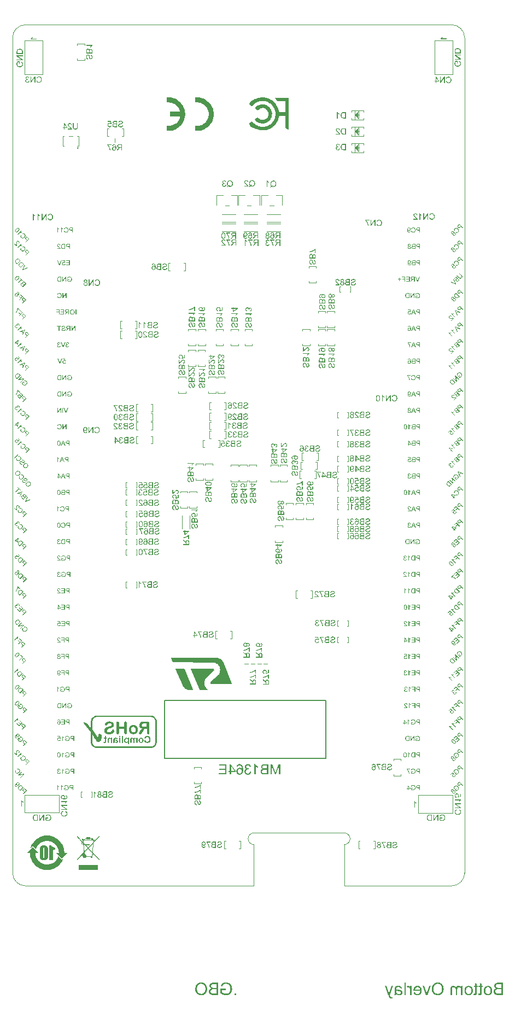
<source format=gbo>
G04 Layer_Color=6759642*
%FSLAX43Y43*%
%MOMM*%
G71*
G01*
G75*
%ADD68C,0.120*%
%ADD69C,0.127*%
%ADD83C,0.100*%
%ADD84C,0.100*%
G36*
X69243Y53208D02*
X68837Y52802D01*
X68773Y52867D01*
X69106Y53200D01*
X68922Y53385D01*
X68621Y53084D01*
X68557Y53148D01*
X68858Y53449D01*
X68692Y53615D01*
X68371Y53294D01*
X68307Y53358D01*
X68700Y53751D01*
X69243Y53208D01*
D02*
G37*
G36*
X68212Y53170D02*
X68227Y53170D01*
X68241Y53166D01*
X68254Y53162D01*
X68278Y53154D01*
X68299Y53143D01*
X68315Y53133D01*
X68322Y53127D01*
X68328Y53123D01*
X68333Y53119D01*
X68336Y53116D01*
X68338Y53115D01*
X68339Y53114D01*
X68352Y53099D01*
X68363Y53083D01*
X68372Y53068D01*
X68378Y53054D01*
X68383Y53043D01*
X68386Y53034D01*
X68387Y53028D01*
X68387Y53026D01*
X68388Y53008D01*
X68387Y52990D01*
X68385Y52972D01*
X68381Y52955D01*
X68376Y52941D01*
X68373Y52931D01*
X68371Y52926D01*
X68369Y52923D01*
Y52921D01*
X68369Y52921D01*
X68392Y52933D01*
X68414Y52941D01*
X68436Y52946D01*
X68455Y52949D01*
X68471Y52950D01*
X68484D01*
X68491Y52949D01*
X68493Y52950D01*
X68494Y52949D01*
X68517Y52943D01*
X68539Y52936D01*
X68558Y52926D01*
X68575Y52915D01*
X68589Y52904D01*
X68595Y52900D01*
X68600Y52895D01*
X68604Y52892D01*
X68607Y52889D01*
X68609Y52888D01*
X68610Y52887D01*
X68621Y52874D01*
X68632Y52859D01*
X68642Y52845D01*
X68650Y52830D01*
X68662Y52803D01*
X68668Y52790D01*
X68671Y52777D01*
X68674Y52765D01*
X68676Y52754D01*
X68677Y52744D01*
X68679Y52736D01*
X68679Y52729D01*
Y52724D01*
Y52721D01*
Y52720D01*
X68679Y52702D01*
X68676Y52684D01*
X68671Y52667D01*
X68665Y52651D01*
X68659Y52637D01*
X68652Y52622D01*
X68636Y52595D01*
X68629Y52583D01*
X68622Y52573D01*
X68615Y52564D01*
X68609Y52557D01*
X68604Y52550D01*
X68600Y52546D01*
X68597Y52543D01*
X68596Y52542D01*
X68581Y52528D01*
X68566Y52516D01*
X68550Y52506D01*
X68535Y52495D01*
X68520Y52488D01*
X68505Y52481D01*
X68491Y52475D01*
X68478Y52471D01*
X68465Y52468D01*
X68454Y52465D01*
X68445Y52463D01*
X68435Y52462D01*
X68429Y52460D01*
X68420D01*
X68402Y52461D01*
X68384Y52462D01*
X68369Y52465D01*
X68353Y52470D01*
X68338Y52474D01*
X68324Y52480D01*
X68300Y52493D01*
X68289Y52499D01*
X68280Y52506D01*
X68272Y52512D01*
X68266Y52516D01*
X68260Y52520D01*
X68256Y52524D01*
X68254Y52527D01*
X68253Y52527D01*
X68236Y52546D01*
X68223Y52566D01*
X68212Y52586D01*
X68205Y52603D01*
X68199Y52618D01*
X68196Y52630D01*
X68194Y52638D01*
Y52640D01*
X68194Y52641D01*
X68192Y52664D01*
X68193Y52687D01*
X68197Y52708D01*
X68201Y52728D01*
X68206Y52744D01*
X68212Y52757D01*
X68213Y52762D01*
X68215Y52765D01*
X68216Y52768D01*
X68216Y52768D01*
X68196Y52761D01*
X68177Y52756D01*
X68160Y52753D01*
X68144Y52751D01*
X68116D01*
X68114Y52752D01*
X68095Y52756D01*
X68080Y52762D01*
X68065Y52769D01*
X68052Y52778D01*
X68041Y52785D01*
X68033Y52791D01*
X68029Y52796D01*
X68028Y52797D01*
X68027Y52797D01*
X68017Y52809D01*
X68008Y52820D01*
X67993Y52845D01*
X67983Y52870D01*
X67976Y52892D01*
X67972Y52912D01*
X67971Y52921D01*
X67970Y52929D01*
Y52935D01*
Y52940D01*
Y52941D01*
Y52943D01*
X67971Y52958D01*
X67973Y52974D01*
X67977Y52989D01*
X67982Y53003D01*
X67993Y53029D01*
X68008Y53053D01*
X68013Y53063D01*
X68020Y53071D01*
X68026Y53079D01*
X68032Y53086D01*
X68036Y53092D01*
X68040Y53096D01*
X68042Y53098D01*
X68043Y53099D01*
X68056Y53111D01*
X68070Y53122D01*
X68096Y53140D01*
X68110Y53147D01*
X68122Y53153D01*
X68135Y53158D01*
X68146Y53162D01*
X68157Y53164D01*
X68167Y53166D01*
X68176Y53169D01*
X68183Y53170D01*
X68188Y53170D01*
X68193D01*
X68195Y53171D01*
X68197D01*
X68212Y53170D01*
D02*
G37*
G36*
X67847Y50243D02*
X67872Y50239D01*
X67894Y50232D01*
X67913Y50225D01*
X67922Y50223D01*
X67929Y50219D01*
X67935Y50217D01*
X67939Y50215D01*
X67942Y50214D01*
X67942Y50214D01*
X67957Y50205D01*
X67972Y50196D01*
X68003Y50175D01*
X68033Y50153D01*
X68059Y50131D01*
X68072Y50120D01*
X68083Y50111D01*
X68092Y50101D01*
X68102Y50093D01*
X68108Y50087D01*
X68114Y50082D01*
X68117Y50079D01*
X68117Y50078D01*
X68144Y50049D01*
X68168Y50022D01*
X68190Y49996D01*
X68208Y49970D01*
X68224Y49946D01*
X68238Y49923D01*
X68249Y49902D01*
X68259Y49883D01*
X68267Y49866D01*
X68272Y49849D01*
X68278Y49836D01*
X68281Y49825D01*
X68283Y49815D01*
X68285Y49809D01*
X68285Y49805D01*
Y49803D01*
X68286Y49785D01*
X68285Y49767D01*
X68283Y49749D01*
X68279Y49732D01*
X68274Y49717D01*
X68269Y49702D01*
X68262Y49688D01*
X68256Y49676D01*
X68249Y49664D01*
X68241Y49654D01*
X68235Y49645D01*
X68230Y49637D01*
X68225Y49631D01*
X68220Y49626D01*
X68218Y49624D01*
X68217Y49623D01*
X68194Y49604D01*
X68172Y49587D01*
X68150Y49576D01*
X68130Y49568D01*
X68113Y49561D01*
X68106Y49561D01*
X68099Y49559D01*
X68095Y49557D01*
X68091Y49557D01*
X68088Y49557D01*
X68088Y49557D01*
X68060Y49556D01*
X68034Y49558D01*
X68008Y49564D01*
X67986Y49570D01*
X67967Y49577D01*
X67958Y49579D01*
X67951Y49583D01*
X67946Y49586D01*
X67941Y49587D01*
X67939Y49588D01*
X67938Y49589D01*
X67922Y49597D01*
X67907Y49605D01*
X67877Y49626D01*
X67847Y49648D01*
X67820Y49670D01*
X67808Y49681D01*
X67797Y49690D01*
X67788Y49699D01*
X67778Y49707D01*
X67772Y49714D01*
X67767Y49719D01*
X67763Y49722D01*
X67763Y49723D01*
X67748Y49738D01*
X67734Y49753D01*
X67722Y49765D01*
X67710Y49779D01*
X67701Y49791D01*
X67690Y49803D01*
X67682Y49813D01*
X67675Y49823D01*
X67668Y49832D01*
X67662Y49841D01*
X67658Y49847D01*
X67654Y49852D01*
X67650Y49857D01*
X67649Y49860D01*
X67648Y49863D01*
X67647Y49863D01*
X67635Y49885D01*
X67625Y49907D01*
X67618Y49926D01*
X67610Y49943D01*
X67606Y49958D01*
X67602Y49969D01*
X67601Y49976D01*
X67600Y49978D01*
X67597Y49998D01*
X67596Y50017D01*
X67596Y50035D01*
X67597Y50052D01*
X67599Y50065D01*
X67602Y50075D01*
X67603Y50082D01*
Y50083D01*
X67604Y50084D01*
X67610Y50103D01*
X67620Y50120D01*
X67629Y50136D01*
X67639Y50150D01*
X67647Y50162D01*
X67655Y50171D01*
X67658Y50174D01*
X67661Y50177D01*
X67661Y50177D01*
X67662Y50178D01*
X67685Y50198D01*
X67708Y50214D01*
X67730Y50225D01*
X67749Y50234D01*
X67767Y50239D01*
X67774Y50242D01*
X67782Y50243D01*
X67786Y50244D01*
X67790Y50245D01*
X67793Y50244D01*
X67793Y50245D01*
X67820Y50246D01*
X67847Y50243D01*
D02*
G37*
G36*
X69750Y53715D02*
X69678Y53643D01*
X69457Y53863D01*
X69318Y53724D01*
X69297Y53705D01*
X69276Y53687D01*
X69256Y53672D01*
X69237Y53659D01*
X69219Y53647D01*
X69203Y53639D01*
X69186Y53632D01*
X69172Y53626D01*
X69159Y53622D01*
X69146Y53618D01*
X69136Y53616D01*
X69128Y53615D01*
X69121Y53614D01*
X69112D01*
X69095Y53615D01*
X69078Y53618D01*
X69063Y53622D01*
X69048Y53626D01*
X69033Y53632D01*
X69020Y53638D01*
X68997Y53651D01*
X68986Y53658D01*
X68977Y53664D01*
X68969Y53670D01*
X68963Y53675D01*
X68956Y53680D01*
X68953Y53683D01*
X68951Y53685D01*
X68950Y53686D01*
X68936Y53702D01*
X68924Y53717D01*
X68914Y53733D01*
X68905Y53746D01*
X68899Y53759D01*
X68895Y53769D01*
X68893Y53775D01*
X68892Y53777D01*
X68887Y53795D01*
X68884Y53813D01*
X68882Y53830D01*
Y53844D01*
X68883Y53855D01*
Y53865D01*
X68883Y53870D01*
X68884Y53873D01*
X68888Y53889D01*
X68894Y53907D01*
X68901Y53922D01*
X68907Y53936D01*
X68914Y53948D01*
X68920Y53957D01*
X68924Y53964D01*
X68924Y53965D01*
X68925Y53965D01*
X68935Y53979D01*
X68947Y53994D01*
X68960Y54009D01*
X68973Y54023D01*
X68984Y54035D01*
X68989Y54041D01*
X68994Y54045D01*
X68997Y54049D01*
X69000Y54052D01*
X69002Y54053D01*
X69003Y54054D01*
X69207Y54258D01*
X69750Y53715D01*
D02*
G37*
G36*
X69750Y71495D02*
X69678Y71423D01*
X69457Y71643D01*
X69318Y71504D01*
X69297Y71485D01*
X69276Y71467D01*
X69256Y71452D01*
X69237Y71439D01*
X69219Y71427D01*
X69203Y71419D01*
X69186Y71412D01*
X69172Y71406D01*
X69159Y71402D01*
X69146Y71398D01*
X69136Y71396D01*
X69128Y71395D01*
X69121Y71394D01*
X69112D01*
X69095Y71395D01*
X69078Y71398D01*
X69063Y71402D01*
X69048Y71406D01*
X69033Y71412D01*
X69020Y71418D01*
X68997Y71431D01*
X68986Y71438D01*
X68977Y71444D01*
X68969Y71450D01*
X68963Y71455D01*
X68956Y71460D01*
X68953Y71463D01*
X68951Y71465D01*
X68950Y71466D01*
X68936Y71482D01*
X68924Y71497D01*
X68914Y71513D01*
X68905Y71526D01*
X68899Y71539D01*
X68895Y71549D01*
X68893Y71555D01*
X68892Y71557D01*
X68887Y71575D01*
X68884Y71593D01*
X68882Y71610D01*
Y71624D01*
X68883Y71635D01*
Y71645D01*
X68883Y71650D01*
X68884Y71653D01*
X68888Y71669D01*
X68894Y71687D01*
X68901Y71702D01*
X68907Y71716D01*
X68914Y71728D01*
X68920Y71737D01*
X68924Y71744D01*
X68924Y71745D01*
X68925Y71745D01*
X68935Y71759D01*
X68947Y71774D01*
X68960Y71789D01*
X68973Y71803D01*
X68984Y71815D01*
X68989Y71821D01*
X68994Y71825D01*
X68997Y71829D01*
X69000Y71832D01*
X69002Y71833D01*
X69003Y71834D01*
X69207Y72038D01*
X69750Y71495D01*
D02*
G37*
G36*
X68074Y70333D02*
X68020Y70261D01*
X68006Y70264D01*
X67992D01*
X67979Y70265D01*
X67967Y70264D01*
X67957Y70262D01*
X67948Y70261D01*
X67943Y70260D01*
X67942D01*
X67927Y70254D01*
X67913Y70248D01*
X67901Y70241D01*
X67889Y70234D01*
X67880Y70227D01*
X67873Y70221D01*
X67869Y70217D01*
X67868Y70216D01*
X67858Y70206D01*
X67851Y70195D01*
X67838Y70175D01*
X67829Y70155D01*
X67822Y70137D01*
X67819Y70121D01*
X67818Y70109D01*
Y70101D01*
X67817Y70099D01*
X67818Y70098D01*
X67820Y70074D01*
X67826Y70052D01*
X67836Y70031D01*
X67847Y70012D01*
X67857Y69997D01*
X67862Y69991D01*
X67866Y69986D01*
X67869Y69982D01*
X67873Y69979D01*
X67874Y69977D01*
X67875Y69976D01*
X67886Y69965D01*
X67898Y69957D01*
X67921Y69941D01*
X67943Y69930D01*
X67962Y69922D01*
X67979Y69917D01*
X67993Y69914D01*
X67998D01*
X68002Y69913D01*
X68018D01*
X68030Y69914D01*
X68053Y69919D01*
X68073Y69926D01*
X68090Y69935D01*
X68104Y69943D01*
X68114Y69952D01*
X68118Y69954D01*
X68121Y69957D01*
X68122Y69958D01*
X68123Y69959D01*
X68137Y69975D01*
X68147Y69991D01*
X68155Y70007D01*
X68160Y70021D01*
X68164Y70034D01*
X68166Y70045D01*
Y70051D01*
X68167Y70053D01*
X68165Y70074D01*
X68161Y70093D01*
X68154Y70113D01*
X68147Y70129D01*
X68139Y70144D01*
X68132Y70155D01*
X68129Y70160D01*
X68128Y70163D01*
X68126Y70165D01*
X68125Y70165D01*
X68201Y70230D01*
X68212Y70216D01*
X68221Y70202D01*
X68236Y70172D01*
X68246Y70145D01*
X68250Y70132D01*
X68252Y70120D01*
X68256Y70109D01*
X68257Y70098D01*
X68258Y70089D01*
Y70081D01*
Y70075D01*
X68260Y70070D01*
X68259Y70068D01*
Y70067D01*
X68256Y70050D01*
X68253Y70034D01*
X68249Y70019D01*
X68243Y70004D01*
X68230Y69977D01*
X68216Y69953D01*
X68209Y69942D01*
X68201Y69932D01*
X68195Y69924D01*
X68190Y69917D01*
X68185Y69911D01*
X68181Y69907D01*
X68179Y69905D01*
X68178Y69904D01*
X68161Y69888D01*
X68143Y69875D01*
X68125Y69863D01*
X68107Y69854D01*
X68089Y69847D01*
X68072Y69840D01*
X68055Y69835D01*
X68040Y69832D01*
X68025Y69829D01*
X68011Y69827D01*
X67999D01*
X67989Y69826D01*
X67975D01*
X67971Y69827D01*
X67969D01*
X67951Y69829D01*
X67934Y69834D01*
X67917Y69838D01*
X67902Y69844D01*
X67873Y69858D01*
X67847Y69873D01*
X67837Y69881D01*
X67827Y69888D01*
X67819Y69894D01*
X67812Y69899D01*
X67806Y69904D01*
X67802Y69908D01*
X67800Y69910D01*
X67799Y69911D01*
X67785Y69926D01*
X67774Y69941D01*
X67763Y69957D01*
X67754Y69972D01*
X67747Y69986D01*
X67740Y70001D01*
X67735Y70016D01*
X67731Y70028D01*
X67727Y70041D01*
X67725Y70052D01*
X67723Y70062D01*
X67722Y70071D01*
X67721Y70078D01*
Y70083D01*
Y70086D01*
Y70088D01*
X67722Y70106D01*
X67723Y70123D01*
X67727Y70140D01*
X67732Y70155D01*
X67737Y70171D01*
X67743Y70185D01*
X67756Y70209D01*
X67763Y70220D01*
X67769Y70230D01*
X67775Y70238D01*
X67781Y70245D01*
X67785Y70250D01*
X67789Y70254D01*
X67791Y70256D01*
X67792Y70257D01*
X67802Y70267D01*
X67813Y70275D01*
X67836Y70290D01*
X67858Y70302D01*
X67880Y70311D01*
X67899Y70318D01*
X67908Y70320D01*
X67915Y70322D01*
X67921Y70324D01*
X67925Y70325D01*
X67928Y70326D01*
X67929D01*
X67753Y70443D01*
X67536Y70226D01*
X67472Y70289D01*
X67742Y70559D01*
X68074Y70333D01*
D02*
G37*
G36*
X69759Y33395D02*
X69687Y33323D01*
X69467Y33543D01*
X69328Y33404D01*
X69307Y33385D01*
X69285Y33367D01*
X69266Y33352D01*
X69247Y33339D01*
X69229Y33327D01*
X69212Y33319D01*
X69196Y33312D01*
X69181Y33306D01*
X69168Y33302D01*
X69156Y33298D01*
X69146Y33296D01*
X69137Y33295D01*
X69131Y33294D01*
X69121D01*
X69104Y33295D01*
X69088Y33298D01*
X69073Y33302D01*
X69057Y33306D01*
X69042Y33312D01*
X69029Y33318D01*
X69006Y33331D01*
X68996Y33338D01*
X68986Y33344D01*
X68978Y33350D01*
X68972Y33355D01*
X68966Y33360D01*
X68963Y33363D01*
X68960Y33365D01*
X68960Y33366D01*
X68946Y33382D01*
X68933Y33397D01*
X68924Y33413D01*
X68915Y33426D01*
X68909Y33439D01*
X68905Y33449D01*
X68902Y33455D01*
X68902Y33457D01*
X68896Y33475D01*
X68894Y33493D01*
X68891Y33510D01*
Y33524D01*
X68892Y33535D01*
Y33545D01*
X68893Y33550D01*
X68894Y33553D01*
X68898Y33569D01*
X68904Y33587D01*
X68910Y33602D01*
X68916Y33616D01*
X68924Y33628D01*
X68929Y33637D01*
X68933Y33644D01*
X68934Y33645D01*
X68935Y33645D01*
X68945Y33659D01*
X68956Y33674D01*
X68970Y33689D01*
X68982Y33703D01*
X68993Y33715D01*
X68999Y33721D01*
X69004Y33725D01*
X69007Y33729D01*
X69010Y33732D01*
X69011Y33733D01*
X69012Y33734D01*
X69216Y33938D01*
X69759Y33395D01*
D02*
G37*
G36*
X68369Y70804D02*
X68353Y70796D01*
X68336Y70790D01*
X68318Y70784D01*
X68302Y70778D01*
X68288Y70774D01*
X68276Y70770D01*
X68268Y70768D01*
X68267D01*
X68266Y70767D01*
X68243Y70762D01*
X68222Y70758D01*
X68203Y70755D01*
X68187Y70753D01*
X68174Y70751D01*
X68165D01*
X68157Y70750D01*
X68156D01*
X68581Y70326D01*
X68514Y70259D01*
X67968Y70804D01*
X68011Y70847D01*
X68033Y70842D01*
X68054Y70838D01*
X68077Y70836D01*
X68097Y70834D01*
X68116D01*
X68131Y70833D01*
X68136Y70834D01*
X68144D01*
X68174Y70837D01*
X68203Y70841D01*
X68230Y70846D01*
X68254Y70853D01*
X68275Y70858D01*
X68284Y70861D01*
X68291Y70863D01*
X68297Y70865D01*
X68301Y70867D01*
X68304D01*
X68305Y70868D01*
X68369Y70804D01*
D02*
G37*
G36*
X69247Y70992D02*
X69040Y70785D01*
X69020Y70767D01*
X69003Y70751D01*
X68986Y70738D01*
X68972Y70727D01*
X68960Y70718D01*
X68952Y70711D01*
X68946Y70708D01*
X68944Y70706D01*
X68927Y70697D01*
X68912Y70690D01*
X68897Y70684D01*
X68883Y70680D01*
X68873Y70676D01*
X68865Y70674D01*
X68859Y70673D01*
X68858D01*
X68842Y70672D01*
X68825Y70672D01*
X68811Y70675D01*
X68796Y70676D01*
X68784Y70680D01*
X68775Y70682D01*
X68769Y70683D01*
X68767Y70684D01*
X68748Y70691D01*
X68732Y70700D01*
X68717Y70709D01*
X68705Y70718D01*
X68694Y70726D01*
X68685Y70733D01*
X68680Y70738D01*
X68679Y70738D01*
X68679Y70739D01*
X68662Y70757D01*
X68650Y70776D01*
X68641Y70794D01*
X68633Y70811D01*
X68628Y70826D01*
X68626Y70837D01*
X68624Y70845D01*
X68624Y70847D01*
X68622Y70871D01*
X68624Y70893D01*
X68628Y70915D01*
X68633Y70934D01*
X68639Y70950D01*
X68645Y70963D01*
X68646Y70968D01*
X68648Y70971D01*
X68649Y70973D01*
X68650Y70974D01*
X68628Y70968D01*
X68609Y70964D01*
X68591Y70964D01*
X68562D01*
X68551Y70965D01*
X68546Y70966D01*
X68544Y70967D01*
X68526Y70972D01*
X68510Y70979D01*
X68495Y70986D01*
X68482Y70993D01*
X68472Y71001D01*
X68464Y71007D01*
X68460Y71011D01*
X68459Y71012D01*
X68446Y71026D01*
X68435Y71042D01*
X68427Y71058D01*
X68420Y71073D01*
X68415Y71086D01*
X68413Y71096D01*
X68410Y71103D01*
X68409Y71106D01*
X68406Y71126D01*
X68405Y71147D01*
X68406Y71165D01*
X68409Y71182D01*
X68411Y71195D01*
X68414Y71206D01*
X68416Y71213D01*
Y71215D01*
X68417Y71216D01*
X68427Y71236D01*
X68439Y71256D01*
X68453Y71276D01*
X68467Y71293D01*
X68479Y71309D01*
X68486Y71315D01*
X68490Y71322D01*
X68494Y71325D01*
X68497Y71329D01*
X68500Y71331D01*
X68500Y71332D01*
X68704Y71535D01*
X69247Y70992D01*
D02*
G37*
G36*
X68142Y44860D02*
X68203Y44799D01*
X67967Y44563D01*
X68097Y44433D01*
X68030Y44366D01*
X67900Y44496D01*
X67826Y44422D01*
X67765Y44484D01*
X67839Y44557D01*
X67487Y44909D01*
X67541Y44963D01*
X68142Y44860D01*
D02*
G37*
G36*
X69759Y48635D02*
X69687Y48563D01*
X69467Y48783D01*
X69328Y48644D01*
X69307Y48625D01*
X69285Y48607D01*
X69266Y48592D01*
X69247Y48579D01*
X69229Y48568D01*
X69212Y48559D01*
X69196Y48552D01*
X69181Y48546D01*
X69168Y48542D01*
X69156Y48538D01*
X69146Y48536D01*
X69137Y48535D01*
X69131Y48534D01*
X69121D01*
X69104Y48535D01*
X69088Y48538D01*
X69073Y48542D01*
X69057Y48546D01*
X69042Y48552D01*
X69029Y48558D01*
X69006Y48571D01*
X68996Y48578D01*
X68986Y48584D01*
X68978Y48590D01*
X68972Y48595D01*
X68966Y48600D01*
X68963Y48603D01*
X68960Y48605D01*
X68960Y48606D01*
X68946Y48622D01*
X68933Y48637D01*
X68924Y48653D01*
X68915Y48666D01*
X68909Y48679D01*
X68905Y48689D01*
X68902Y48695D01*
X68902Y48697D01*
X68896Y48715D01*
X68894Y48733D01*
X68891Y48750D01*
Y48764D01*
X68892Y48775D01*
Y48785D01*
X68893Y48790D01*
X68894Y48793D01*
X68898Y48809D01*
X68904Y48827D01*
X68910Y48842D01*
X68916Y48856D01*
X68924Y48868D01*
X68929Y48877D01*
X68933Y48884D01*
X68934Y48885D01*
X68935Y48885D01*
X68945Y48899D01*
X68956Y48914D01*
X68970Y48929D01*
X68982Y48943D01*
X68993Y48955D01*
X68999Y48961D01*
X69004Y48965D01*
X69007Y48969D01*
X69010Y48972D01*
X69011Y48973D01*
X69012Y48974D01*
X69216Y49178D01*
X69759Y48635D01*
D02*
G37*
G36*
X68337Y45362D02*
X68321Y45355D01*
X68303Y45349D01*
X68286Y45342D01*
X68270Y45337D01*
X68256Y45332D01*
X68244Y45328D01*
X68236Y45327D01*
X68234D01*
X68234Y45326D01*
X68211Y45320D01*
X68190Y45316D01*
X68171Y45313D01*
X68155Y45312D01*
X68142Y45309D01*
X68132D01*
X68125Y45309D01*
X68124D01*
X68548Y44884D01*
X68482Y44817D01*
X67936Y45363D01*
X67979Y45406D01*
X68001Y45400D01*
X68022Y45396D01*
X68044Y45394D01*
X68065Y45393D01*
X68084D01*
X68099Y45392D01*
X68104Y45393D01*
X68112D01*
X68142Y45396D01*
X68171Y45400D01*
X68198Y45404D01*
X68222Y45411D01*
X68243Y45417D01*
X68252Y45419D01*
X68259Y45422D01*
X68265Y45423D01*
X68269Y45425D01*
X68272D01*
X68273Y45426D01*
X68337Y45362D01*
D02*
G37*
G36*
X69253Y45589D02*
X69058Y45393D01*
X69039Y45376D01*
X69022Y45360D01*
X69005Y45347D01*
X68991Y45336D01*
X68978Y45327D01*
X68970Y45320D01*
X68967Y45318D01*
X68964Y45316D01*
X68963Y45316D01*
X68962Y45315D01*
X68944Y45305D01*
X68927Y45297D01*
X68912Y45290D01*
X68898Y45285D01*
X68886Y45281D01*
X68877Y45279D01*
X68872Y45278D01*
X68869Y45277D01*
X68852Y45274D01*
X68835D01*
X68818Y45273D01*
X68803Y45274D01*
X68790Y45275D01*
X68780Y45276D01*
X68773Y45276D01*
X68770Y45277D01*
X68750Y45282D01*
X68729Y45287D01*
X68710Y45294D01*
X68693Y45301D01*
X68677Y45308D01*
X68665Y45313D01*
X68661Y45316D01*
X68658Y45317D01*
X68656Y45318D01*
X68655Y45319D01*
X68632Y45333D01*
X68609Y45348D01*
X68588Y45363D01*
X68569Y45378D01*
X68553Y45393D01*
X68547Y45399D01*
X68541Y45404D01*
X68537Y45407D01*
X68533Y45411D01*
X68531Y45413D01*
X68530Y45414D01*
X68504Y45441D01*
X68482Y45468D01*
X68464Y45494D01*
X68456Y45506D01*
X68449Y45517D01*
X68443Y45528D01*
X68438Y45536D01*
X68433Y45544D01*
X68430Y45552D01*
X68426Y45557D01*
X68424Y45562D01*
X68424Y45564D01*
X68423Y45565D01*
X68411Y45594D01*
X68403Y45623D01*
X68398Y45649D01*
X68395Y45673D01*
X68394Y45693D01*
Y45709D01*
X68395Y45714D01*
Y45719D01*
Y45721D01*
Y45722D01*
X68397Y45745D01*
X68402Y45766D01*
X68409Y45787D01*
X68416Y45805D01*
X68423Y45820D01*
X68429Y45831D01*
X68431Y45835D01*
X68433Y45838D01*
X68434Y45840D01*
X68435Y45841D01*
X68446Y45856D01*
X68459Y45874D01*
X68473Y45892D01*
X68488Y45908D01*
X68501Y45923D01*
X68508Y45929D01*
X68513Y45935D01*
X68517Y45939D01*
X68520Y45942D01*
X68522Y45944D01*
X68523Y45945D01*
X68710Y46132D01*
X69253Y45589D01*
D02*
G37*
G36*
X69252Y48128D02*
X68847Y47722D01*
X68782Y47787D01*
X69116Y48120D01*
X68931Y48305D01*
X68631Y48004D01*
X68566Y48068D01*
X68867Y48369D01*
X68701Y48535D01*
X68380Y48214D01*
X68316Y48278D01*
X68709Y48671D01*
X69252Y48128D01*
D02*
G37*
G36*
X69241Y50666D02*
X69168Y50593D01*
X68922Y50840D01*
X68667Y50585D01*
X68603Y50649D01*
X68858Y50904D01*
X68690Y51072D01*
X68395Y50777D01*
X68330Y50841D01*
X68697Y51209D01*
X69241Y50666D01*
D02*
G37*
G36*
X68412Y50526D02*
X68395Y50519D01*
X68378Y50513D01*
X68361Y50506D01*
X68344Y50501D01*
X68330Y50496D01*
X68318Y50492D01*
X68311Y50491D01*
X68309D01*
X68308Y50490D01*
X68285Y50484D01*
X68264Y50480D01*
X68245Y50477D01*
X68230Y50476D01*
X68216Y50473D01*
X68207D01*
X68200Y50473D01*
X68198D01*
X68623Y50048D01*
X68556Y49981D01*
X68011Y50527D01*
X68054Y50570D01*
X68075Y50564D01*
X68096Y50560D01*
X68119Y50558D01*
X68139Y50557D01*
X68158D01*
X68173Y50556D01*
X68179Y50557D01*
X68187D01*
X68216Y50560D01*
X68245Y50564D01*
X68272Y50568D01*
X68296Y50575D01*
X68318Y50581D01*
X68326Y50583D01*
X68333Y50586D01*
X68340Y50587D01*
X68344Y50589D01*
X68347D01*
X68347Y50590D01*
X68412Y50526D01*
D02*
G37*
G36*
X68298Y48117D02*
X68032Y47851D01*
X68074Y47847D01*
X68116Y47841D01*
X68155Y47833D01*
X68193Y47825D01*
X68209Y47821D01*
X68224Y47817D01*
X68238Y47814D01*
X68249Y47811D01*
X68259Y47808D01*
X68265Y47806D01*
X68270Y47805D01*
X68271D01*
X68318Y47789D01*
X68364Y47772D01*
X68406Y47754D01*
X68424Y47745D01*
X68442Y47736D01*
X68458Y47729D01*
X68472Y47721D01*
X68485Y47715D01*
X68495Y47710D01*
X68504Y47705D01*
X68511Y47702D01*
X68515Y47699D01*
X68515Y47699D01*
X68555Y47674D01*
X68574Y47662D01*
X68591Y47650D01*
X68606Y47639D01*
X68622Y47628D01*
X68635Y47619D01*
X68647Y47609D01*
X68657Y47601D01*
X68667Y47593D01*
X68676Y47586D01*
X68682Y47579D01*
X68687Y47575D01*
X68690Y47572D01*
X68693Y47570D01*
X68694Y47569D01*
X68625Y47501D01*
X68593Y47528D01*
X68562Y47552D01*
X68533Y47573D01*
X68519Y47582D01*
X68505Y47591D01*
X68494Y47599D01*
X68483Y47605D01*
X68474Y47612D01*
X68466Y47616D01*
X68460Y47619D01*
X68455Y47623D01*
X68452Y47624D01*
X68451Y47625D01*
X68403Y47649D01*
X68357Y47670D01*
X68334Y47681D01*
X68312Y47690D01*
X68291Y47697D01*
X68271Y47705D01*
X68252Y47712D01*
X68236Y47717D01*
X68222Y47722D01*
X68209Y47727D01*
X68198Y47730D01*
X68191Y47732D01*
X68187Y47734D01*
X68185D01*
X68159Y47741D01*
X68133Y47748D01*
X68109Y47754D01*
X68085Y47758D01*
X68064Y47762D01*
X68043Y47766D01*
X68023Y47769D01*
X68007Y47771D01*
X67990Y47773D01*
X67976Y47775D01*
X67964D01*
X67953Y47776D01*
X67946Y47777D01*
X67935D01*
X67882Y47830D01*
X68234Y48181D01*
X68298Y48117D01*
D02*
G37*
G36*
X69750Y51175D02*
X69678Y51103D01*
X69457Y51323D01*
X69318Y51184D01*
X69297Y51165D01*
X69276Y51147D01*
X69256Y51132D01*
X69237Y51119D01*
X69219Y51107D01*
X69203Y51099D01*
X69186Y51092D01*
X69172Y51086D01*
X69159Y51082D01*
X69146Y51078D01*
X69136Y51076D01*
X69128Y51075D01*
X69121Y51074D01*
X69112D01*
X69095Y51075D01*
X69078Y51078D01*
X69063Y51082D01*
X69048Y51086D01*
X69033Y51092D01*
X69020Y51098D01*
X68997Y51111D01*
X68986Y51118D01*
X68977Y51124D01*
X68969Y51130D01*
X68963Y51135D01*
X68956Y51140D01*
X68953Y51143D01*
X68951Y51145D01*
X68950Y51146D01*
X68936Y51162D01*
X68924Y51177D01*
X68914Y51193D01*
X68905Y51206D01*
X68899Y51219D01*
X68895Y51229D01*
X68893Y51235D01*
X68892Y51237D01*
X68887Y51255D01*
X68884Y51273D01*
X68882Y51290D01*
Y51304D01*
X68883Y51315D01*
Y51325D01*
X68883Y51330D01*
X68884Y51333D01*
X68888Y51349D01*
X68894Y51367D01*
X68901Y51382D01*
X68907Y51396D01*
X68914Y51408D01*
X68920Y51417D01*
X68924Y51424D01*
X68924Y51425D01*
X68925Y51425D01*
X68935Y51439D01*
X68947Y51454D01*
X68960Y51469D01*
X68973Y51483D01*
X68984Y51495D01*
X68989Y51501D01*
X68994Y51505D01*
X68997Y51509D01*
X69000Y51512D01*
X69002Y51513D01*
X69003Y51514D01*
X69207Y51718D01*
X69750Y51175D01*
D02*
G37*
G36*
X69244Y43049D02*
X69048Y42853D01*
X69029Y42836D01*
X69012Y42820D01*
X68996Y42807D01*
X68982Y42796D01*
X68969Y42787D01*
X68960Y42780D01*
X68957Y42778D01*
X68954Y42776D01*
X68953Y42776D01*
X68953Y42775D01*
X68935Y42765D01*
X68917Y42757D01*
X68902Y42750D01*
X68888Y42745D01*
X68876Y42741D01*
X68868Y42739D01*
X68862Y42738D01*
X68860Y42737D01*
X68843Y42734D01*
X68825D01*
X68809Y42733D01*
X68794Y42734D01*
X68781Y42735D01*
X68770Y42736D01*
X68763Y42736D01*
X68761Y42737D01*
X68741Y42742D01*
X68719Y42747D01*
X68701Y42754D01*
X68683Y42761D01*
X68668Y42768D01*
X68656Y42773D01*
X68652Y42776D01*
X68649Y42777D01*
X68646Y42778D01*
X68646Y42779D01*
X68622Y42793D01*
X68599Y42808D01*
X68579Y42824D01*
X68559Y42838D01*
X68544Y42853D01*
X68537Y42859D01*
X68531Y42864D01*
X68527Y42867D01*
X68523Y42871D01*
X68522Y42873D01*
X68521Y42874D01*
X68495Y42901D01*
X68473Y42928D01*
X68455Y42954D01*
X68446Y42966D01*
X68440Y42977D01*
X68434Y42988D01*
X68428Y42996D01*
X68424Y43004D01*
X68420Y43012D01*
X68416Y43017D01*
X68415Y43022D01*
X68414Y43024D01*
X68413Y43025D01*
X68402Y43054D01*
X68394Y43083D01*
X68389Y43109D01*
X68386Y43133D01*
X68384Y43153D01*
Y43169D01*
X68385Y43174D01*
Y43179D01*
Y43181D01*
Y43182D01*
X68387Y43205D01*
X68393Y43226D01*
X68399Y43247D01*
X68406Y43265D01*
X68413Y43280D01*
X68420Y43291D01*
X68421Y43295D01*
X68424Y43298D01*
X68424Y43300D01*
X68425Y43301D01*
X68436Y43316D01*
X68449Y43334D01*
X68464Y43352D01*
X68479Y43368D01*
X68492Y43383D01*
X68498Y43389D01*
X68504Y43395D01*
X68508Y43399D01*
X68511Y43402D01*
X68513Y43404D01*
X68514Y43405D01*
X68701Y43592D01*
X69244Y43049D01*
D02*
G37*
G36*
X68033Y42351D02*
X67979Y42280D01*
X67964Y42283D01*
X67950D01*
X67937Y42284D01*
X67925Y42283D01*
X67915Y42280D01*
X67906Y42280D01*
X67902Y42278D01*
X67900D01*
X67885Y42273D01*
X67871Y42266D01*
X67859Y42259D01*
X67847Y42252D01*
X67839Y42245D01*
X67832Y42240D01*
X67828Y42236D01*
X67826Y42234D01*
X67817Y42225D01*
X67809Y42214D01*
X67796Y42193D01*
X67788Y42174D01*
X67781Y42156D01*
X67778Y42140D01*
X67776Y42127D01*
Y42119D01*
X67775Y42117D01*
X67776Y42116D01*
X67778Y42092D01*
X67785Y42070D01*
X67794Y42050D01*
X67805Y42031D01*
X67815Y42016D01*
X67820Y42010D01*
X67825Y42005D01*
X67828Y42000D01*
X67831Y41997D01*
X67833Y41995D01*
X67833Y41995D01*
X67844Y41984D01*
X67856Y41975D01*
X67880Y41959D01*
X67902Y41948D01*
X67920Y41941D01*
X67938Y41936D01*
X67952Y41933D01*
X67957D01*
X67960Y41932D01*
X67976D01*
X67988Y41933D01*
X68011Y41937D01*
X68031Y41944D01*
X68048Y41954D01*
X68063Y41962D01*
X68073Y41970D01*
X68077Y41973D01*
X68079Y41975D01*
X68081Y41977D01*
X68081Y41977D01*
X68095Y41993D01*
X68106Y42010D01*
X68114Y42025D01*
X68118Y42039D01*
X68122Y42053D01*
X68125Y42063D01*
Y42069D01*
X68125Y42072D01*
X68124Y42092D01*
X68120Y42112D01*
X68113Y42131D01*
X68106Y42148D01*
X68097Y42163D01*
X68091Y42174D01*
X68088Y42178D01*
X68086Y42181D01*
X68084Y42183D01*
X68084Y42184D01*
X68159Y42248D01*
X68170Y42234D01*
X68179Y42220D01*
X68194Y42191D01*
X68205Y42163D01*
X68209Y42150D01*
X68211Y42138D01*
X68214Y42127D01*
X68216Y42116D01*
X68216Y42108D01*
Y42100D01*
Y42094D01*
X68218Y42089D01*
X68217Y42086D01*
Y42085D01*
X68215Y42068D01*
X68212Y42053D01*
X68207Y42037D01*
X68201Y42022D01*
X68189Y41995D01*
X68174Y41971D01*
X68168Y41960D01*
X68160Y41951D01*
X68154Y41943D01*
X68148Y41936D01*
X68143Y41930D01*
X68139Y41926D01*
X68137Y41923D01*
X68136Y41922D01*
X68119Y41907D01*
X68101Y41893D01*
X68083Y41882D01*
X68066Y41872D01*
X68048Y41865D01*
X68030Y41859D01*
X68014Y41853D01*
X67998Y41850D01*
X67983Y41848D01*
X67970Y41846D01*
X67957D01*
X67947Y41845D01*
X67933D01*
X67929Y41846D01*
X67928D01*
X67909Y41848D01*
X67892Y41853D01*
X67876Y41857D01*
X67860Y41863D01*
X67831Y41876D01*
X67806Y41892D01*
X67796Y41899D01*
X67785Y41906D01*
X67778Y41912D01*
X67771Y41918D01*
X67764Y41922D01*
X67760Y41926D01*
X67758Y41929D01*
X67757Y41930D01*
X67744Y41944D01*
X67732Y41959D01*
X67721Y41975D01*
X67712Y41990D01*
X67705Y42005D01*
X67698Y42020D01*
X67694Y42034D01*
X67689Y42046D01*
X67686Y42059D01*
X67683Y42071D01*
X67682Y42080D01*
X67680Y42090D01*
X67679Y42097D01*
Y42101D01*
Y42105D01*
Y42106D01*
X67680Y42124D01*
X67682Y42141D01*
X67686Y42158D01*
X67690Y42174D01*
X67695Y42189D01*
X67701Y42203D01*
X67715Y42228D01*
X67721Y42239D01*
X67727Y42248D01*
X67734Y42256D01*
X67739Y42263D01*
X67743Y42269D01*
X67747Y42273D01*
X67749Y42275D01*
X67750Y42276D01*
X67760Y42286D01*
X67771Y42294D01*
X67794Y42309D01*
X67817Y42320D01*
X67839Y42330D01*
X67858Y42336D01*
X67866Y42338D01*
X67873Y42341D01*
X67880Y42342D01*
X67884Y42343D01*
X67886Y42344D01*
X67887D01*
X67712Y42462D01*
X67494Y42244D01*
X67431Y42308D01*
X67701Y42578D01*
X68033Y42351D01*
D02*
G37*
G36*
X69750Y43555D02*
X69678Y43483D01*
X69457Y43703D01*
X69318Y43564D01*
X69297Y43545D01*
X69276Y43527D01*
X69256Y43512D01*
X69237Y43499D01*
X69219Y43487D01*
X69203Y43479D01*
X69186Y43472D01*
X69172Y43466D01*
X69159Y43462D01*
X69146Y43458D01*
X69136Y43456D01*
X69128Y43455D01*
X69121Y43454D01*
X69112D01*
X69095Y43455D01*
X69078Y43458D01*
X69063Y43462D01*
X69048Y43466D01*
X69033Y43472D01*
X69020Y43478D01*
X68997Y43491D01*
X68986Y43498D01*
X68977Y43504D01*
X68969Y43510D01*
X68963Y43515D01*
X68956Y43520D01*
X68953Y43523D01*
X68951Y43525D01*
X68950Y43526D01*
X68936Y43542D01*
X68924Y43557D01*
X68914Y43573D01*
X68905Y43586D01*
X68899Y43599D01*
X68895Y43609D01*
X68893Y43615D01*
X68892Y43617D01*
X68887Y43635D01*
X68884Y43653D01*
X68882Y43670D01*
Y43684D01*
X68883Y43695D01*
Y43705D01*
X68883Y43710D01*
X68884Y43713D01*
X68888Y43729D01*
X68894Y43747D01*
X68901Y43762D01*
X68907Y43776D01*
X68914Y43788D01*
X68920Y43797D01*
X68924Y43804D01*
X68924Y43805D01*
X68925Y43805D01*
X68935Y43819D01*
X68947Y43834D01*
X68960Y43849D01*
X68973Y43863D01*
X68984Y43875D01*
X68989Y43881D01*
X68994Y43885D01*
X68997Y43889D01*
X69000Y43892D01*
X69002Y43893D01*
X69003Y43894D01*
X69207Y44098D01*
X69750Y43555D01*
D02*
G37*
G36*
X68328Y42822D02*
X68311Y42815D01*
X68294Y42809D01*
X68277Y42802D01*
X68260Y42797D01*
X68246Y42792D01*
X68234Y42788D01*
X68227Y42787D01*
X68225D01*
X68224Y42786D01*
X68201Y42780D01*
X68180Y42776D01*
X68161Y42773D01*
X68146Y42772D01*
X68132Y42769D01*
X68123D01*
X68116Y42769D01*
X68114D01*
X68539Y42344D01*
X68472Y42277D01*
X67927Y42823D01*
X67970Y42866D01*
X67991Y42860D01*
X68012Y42856D01*
X68035Y42854D01*
X68055Y42853D01*
X68074D01*
X68089Y42852D01*
X68095Y42853D01*
X68103D01*
X68132Y42856D01*
X68161Y42860D01*
X68188Y42864D01*
X68212Y42871D01*
X68234Y42877D01*
X68242Y42879D01*
X68249Y42882D01*
X68256Y42883D01*
X68260Y42886D01*
X68263D01*
X68263Y42886D01*
X68328Y42822D01*
D02*
G37*
G36*
X69750Y15615D02*
X69678Y15543D01*
X69457Y15763D01*
X69318Y15624D01*
X69297Y15605D01*
X69276Y15587D01*
X69256Y15572D01*
X69237Y15559D01*
X69219Y15547D01*
X69203Y15539D01*
X69186Y15532D01*
X69172Y15526D01*
X69159Y15522D01*
X69146Y15518D01*
X69136Y15516D01*
X69128Y15515D01*
X69121Y15514D01*
X69112D01*
X69095Y15515D01*
X69078Y15518D01*
X69063Y15522D01*
X69048Y15526D01*
X69033Y15532D01*
X69020Y15538D01*
X68997Y15551D01*
X68986Y15558D01*
X68977Y15564D01*
X68969Y15570D01*
X68963Y15575D01*
X68956Y15580D01*
X68953Y15583D01*
X68951Y15585D01*
X68950Y15586D01*
X68936Y15602D01*
X68924Y15617D01*
X68914Y15633D01*
X68905Y15646D01*
X68899Y15659D01*
X68895Y15669D01*
X68893Y15675D01*
X68892Y15677D01*
X68887Y15695D01*
X68884Y15713D01*
X68882Y15730D01*
Y15744D01*
X68883Y15755D01*
Y15765D01*
X68883Y15770D01*
X68884Y15773D01*
X68888Y15789D01*
X68894Y15807D01*
X68901Y15822D01*
X68907Y15836D01*
X68914Y15848D01*
X68920Y15857D01*
X68924Y15864D01*
X68924Y15865D01*
X68925Y15865D01*
X68935Y15879D01*
X68947Y15894D01*
X68960Y15909D01*
X68973Y15923D01*
X68984Y15935D01*
X68989Y15941D01*
X68994Y15945D01*
X68997Y15949D01*
X69000Y15952D01*
X69002Y15953D01*
X69003Y15954D01*
X69207Y16158D01*
X69750Y15615D01*
D02*
G37*
G36*
Y20695D02*
X69678Y20623D01*
X69457Y20843D01*
X69318Y20704D01*
X69297Y20685D01*
X69276Y20667D01*
X69256Y20652D01*
X69237Y20639D01*
X69219Y20628D01*
X69203Y20619D01*
X69186Y20612D01*
X69172Y20606D01*
X69159Y20602D01*
X69146Y20598D01*
X69136Y20596D01*
X69128Y20595D01*
X69121Y20594D01*
X69112D01*
X69095Y20595D01*
X69078Y20598D01*
X69063Y20602D01*
X69048Y20606D01*
X69033Y20612D01*
X69020Y20618D01*
X68997Y20631D01*
X68986Y20638D01*
X68977Y20644D01*
X68969Y20650D01*
X68963Y20655D01*
X68956Y20660D01*
X68953Y20663D01*
X68951Y20665D01*
X68950Y20666D01*
X68936Y20682D01*
X68924Y20697D01*
X68914Y20713D01*
X68905Y20726D01*
X68899Y20739D01*
X68895Y20749D01*
X68893Y20755D01*
X68892Y20757D01*
X68887Y20775D01*
X68884Y20793D01*
X68882Y20810D01*
Y20824D01*
X68883Y20835D01*
Y20845D01*
X68883Y20850D01*
X68884Y20853D01*
X68888Y20869D01*
X68894Y20887D01*
X68901Y20902D01*
X68907Y20916D01*
X68914Y20928D01*
X68920Y20937D01*
X68924Y20944D01*
X68924Y20945D01*
X68925Y20945D01*
X68935Y20959D01*
X68947Y20974D01*
X68960Y20989D01*
X68973Y21003D01*
X68984Y21015D01*
X68989Y21021D01*
X68994Y21025D01*
X68997Y21029D01*
X69000Y21032D01*
X69002Y21033D01*
X69003Y21034D01*
X69207Y21238D01*
X69750Y20695D01*
D02*
G37*
G36*
X68751Y20605D02*
X68777Y20601D01*
X68787Y20598D01*
X68796Y20595D01*
X68804Y20594D01*
X68809Y20592D01*
X68812Y20591D01*
X68814D01*
X68851Y20576D01*
X68884Y20558D01*
X68916Y20539D01*
X68929Y20529D01*
X68942Y20520D01*
X68953Y20511D01*
X68964Y20503D01*
X68973Y20496D01*
X68980Y20489D01*
X68986Y20484D01*
X68990Y20480D01*
X68993Y20477D01*
X68994Y20476D01*
X69022Y20445D01*
X69045Y20414D01*
X69055Y20399D01*
X69065Y20385D01*
X69073Y20370D01*
X69080Y20357D01*
X69087Y20344D01*
X69091Y20333D01*
X69097Y20323D01*
X69100Y20315D01*
X69103Y20307D01*
X69105Y20303D01*
X69106Y20299D01*
X69106Y20298D01*
X69115Y20261D01*
X69119Y20226D01*
X69120Y20192D01*
X69118Y20162D01*
X69114Y20136D01*
X69113Y20127D01*
X69111Y20117D01*
X69109Y20110D01*
X69108Y20105D01*
X69106Y20102D01*
Y20100D01*
X69100Y20081D01*
X69092Y20064D01*
X69076Y20030D01*
X69057Y20000D01*
X69039Y19973D01*
X69029Y19962D01*
X69022Y19951D01*
X69014Y19942D01*
X69007Y19934D01*
X69002Y19928D01*
X68998Y19924D01*
X68995Y19921D01*
X68994Y19920D01*
X68971Y19899D01*
X68948Y19880D01*
X68924Y19865D01*
X68903Y19851D01*
X68894Y19846D01*
X68886Y19840D01*
X68877Y19836D01*
X68870Y19832D01*
X68865Y19830D01*
X68861Y19828D01*
X68858Y19827D01*
X68858Y19826D01*
X68828Y19814D01*
X68798Y19804D01*
X68768Y19796D01*
X68741Y19790D01*
X68730Y19788D01*
X68718Y19785D01*
X68708Y19784D01*
X68701Y19782D01*
X68694Y19781D01*
X68688Y19781D01*
X68686Y19780D01*
X68684D01*
X68482Y19982D01*
X68713Y20212D01*
X68778Y20148D01*
X68617Y19988D01*
X68719Y19886D01*
X68737Y19887D01*
X68755Y19891D01*
X68773Y19897D01*
X68789Y19902D01*
X68803Y19907D01*
X68816Y19912D01*
X68821Y19913D01*
X68823Y19914D01*
X68825Y19915D01*
X68826Y19916D01*
X68848Y19927D01*
X68869Y19938D01*
X68887Y19950D01*
X68903Y19963D01*
X68916Y19973D01*
X68921Y19978D01*
X68927Y19982D01*
X68930Y19985D01*
X68932Y19987D01*
X68934Y19989D01*
X68935Y19989D01*
X68953Y20010D01*
X68969Y20032D01*
X68982Y20053D01*
X68994Y20073D01*
X69002Y20090D01*
X69006Y20097D01*
X69008Y20102D01*
X69011Y20108D01*
X69011Y20112D01*
X69012Y20114D01*
X69013Y20115D01*
X69019Y20142D01*
X69023Y20168D01*
X69024Y20192D01*
X69022Y20214D01*
X69020Y20233D01*
X69017Y20248D01*
X69016Y20253D01*
X69015Y20256D01*
Y20259D01*
X69014Y20260D01*
X69002Y20288D01*
X68988Y20314D01*
X68971Y20339D01*
X68955Y20361D01*
X68947Y20371D01*
X68940Y20379D01*
X68933Y20388D01*
X68927Y20394D01*
X68923Y20400D01*
X68919Y20404D01*
X68916Y20406D01*
X68916Y20407D01*
X68893Y20428D01*
X68871Y20445D01*
X68849Y20461D01*
X68829Y20474D01*
X68820Y20479D01*
X68811Y20483D01*
X68804Y20487D01*
X68798Y20490D01*
X68792Y20493D01*
X68789Y20494D01*
X68787Y20495D01*
X68786Y20496D01*
X68770Y20501D01*
X68754Y20506D01*
X68739Y20510D01*
X68726Y20512D01*
X68715Y20514D01*
X68705Y20515D01*
X68680D01*
X68663Y20514D01*
X68646Y20510D01*
X68631Y20507D01*
X68619Y20503D01*
X68609Y20500D01*
X68603Y20497D01*
X68600Y20496D01*
X68581Y20488D01*
X68562Y20478D01*
X68545Y20465D01*
X68530Y20454D01*
X68517Y20443D01*
X68512Y20438D01*
X68508Y20435D01*
X68504Y20431D01*
X68501Y20429D01*
X68500Y20427D01*
X68499Y20427D01*
X68485Y20411D01*
X68472Y20395D01*
X68462Y20380D01*
X68453Y20367D01*
X68447Y20354D01*
X68442Y20345D01*
X68440Y20339D01*
X68439Y20337D01*
X68433Y20320D01*
X68429Y20303D01*
X68426Y20288D01*
X68425Y20274D01*
Y20263D01*
X68424Y20255D01*
X68425Y20249D01*
Y20248D01*
X68427Y20231D01*
X68433Y20215D01*
X68438Y20199D01*
X68444Y20183D01*
X68450Y20171D01*
X68455Y20161D01*
X68457Y20157D01*
X68459Y20154D01*
Y20153D01*
X68460Y20152D01*
X68377Y20104D01*
X68363Y20129D01*
X68353Y20153D01*
X68344Y20176D01*
X68338Y20195D01*
X68334Y20212D01*
X68332Y20223D01*
X68330Y20231D01*
Y20234D01*
X68329Y20258D01*
X68330Y20280D01*
X68333Y20302D01*
X68337Y20321D01*
X68343Y20338D01*
X68347Y20351D01*
X68348Y20356D01*
X68350Y20359D01*
X68351Y20361D01*
X68351Y20362D01*
X68363Y20387D01*
X68377Y20410D01*
X68391Y20431D01*
X68405Y20450D01*
X68418Y20467D01*
X68424Y20473D01*
X68428Y20478D01*
X68433Y20483D01*
X68436Y20486D01*
X68438Y20488D01*
X68438Y20489D01*
X68453Y20503D01*
X68469Y20516D01*
X68500Y20540D01*
X68515Y20550D01*
X68530Y20558D01*
X68544Y20567D01*
X68557Y20574D01*
X68570Y20580D01*
X68581Y20585D01*
X68591Y20589D01*
X68599Y20593D01*
X68606Y20595D01*
X68611Y20597D01*
X68614Y20598D01*
X68616D01*
X68634Y20602D01*
X68652Y20606D01*
X68687Y20609D01*
X68720D01*
X68751Y20605D01*
D02*
G37*
G36*
Y15525D02*
X68777Y15521D01*
X68787Y15518D01*
X68796Y15515D01*
X68804Y15514D01*
X68809Y15512D01*
X68812Y15511D01*
X68814D01*
X68851Y15496D01*
X68884Y15478D01*
X68916Y15459D01*
X68929Y15449D01*
X68942Y15440D01*
X68953Y15431D01*
X68964Y15423D01*
X68973Y15416D01*
X68980Y15409D01*
X68986Y15404D01*
X68990Y15400D01*
X68993Y15397D01*
X68994Y15396D01*
X69022Y15365D01*
X69045Y15334D01*
X69055Y15319D01*
X69065Y15305D01*
X69073Y15290D01*
X69080Y15277D01*
X69087Y15264D01*
X69091Y15253D01*
X69097Y15243D01*
X69100Y15235D01*
X69103Y15227D01*
X69105Y15223D01*
X69106Y15219D01*
X69106Y15218D01*
X69115Y15181D01*
X69119Y15146D01*
X69120Y15112D01*
X69118Y15082D01*
X69114Y15056D01*
X69113Y15047D01*
X69111Y15037D01*
X69109Y15030D01*
X69108Y15025D01*
X69106Y15022D01*
Y15020D01*
X69100Y15001D01*
X69092Y14984D01*
X69076Y14950D01*
X69057Y14920D01*
X69039Y14893D01*
X69029Y14882D01*
X69022Y14871D01*
X69014Y14862D01*
X69007Y14854D01*
X69002Y14848D01*
X68998Y14844D01*
X68995Y14841D01*
X68994Y14840D01*
X68971Y14819D01*
X68948Y14800D01*
X68924Y14785D01*
X68903Y14771D01*
X68894Y14766D01*
X68886Y14760D01*
X68877Y14756D01*
X68870Y14752D01*
X68865Y14750D01*
X68861Y14748D01*
X68858Y14747D01*
X68858Y14746D01*
X68828Y14734D01*
X68798Y14724D01*
X68768Y14716D01*
X68741Y14710D01*
X68730Y14708D01*
X68718Y14705D01*
X68708Y14704D01*
X68701Y14702D01*
X68694Y14701D01*
X68688Y14701D01*
X68686Y14700D01*
X68684D01*
X68482Y14902D01*
X68713Y15132D01*
X68778Y15068D01*
X68617Y14908D01*
X68719Y14806D01*
X68737Y14807D01*
X68755Y14811D01*
X68773Y14817D01*
X68789Y14822D01*
X68803Y14827D01*
X68816Y14832D01*
X68821Y14833D01*
X68823Y14834D01*
X68825Y14835D01*
X68826Y14836D01*
X68848Y14847D01*
X68869Y14858D01*
X68887Y14870D01*
X68903Y14883D01*
X68916Y14893D01*
X68921Y14898D01*
X68927Y14902D01*
X68930Y14905D01*
X68932Y14907D01*
X68934Y14909D01*
X68935Y14909D01*
X68953Y14930D01*
X68969Y14952D01*
X68982Y14973D01*
X68994Y14993D01*
X69002Y15010D01*
X69006Y15017D01*
X69008Y15022D01*
X69011Y15028D01*
X69011Y15032D01*
X69012Y15034D01*
X69013Y15035D01*
X69019Y15062D01*
X69023Y15088D01*
X69024Y15112D01*
X69022Y15134D01*
X69020Y15153D01*
X69017Y15168D01*
X69016Y15173D01*
X69015Y15176D01*
Y15179D01*
X69014Y15180D01*
X69002Y15208D01*
X68988Y15234D01*
X68971Y15259D01*
X68955Y15281D01*
X68947Y15291D01*
X68940Y15299D01*
X68933Y15308D01*
X68927Y15314D01*
X68923Y15320D01*
X68919Y15324D01*
X68916Y15326D01*
X68916Y15327D01*
X68893Y15348D01*
X68871Y15365D01*
X68849Y15381D01*
X68829Y15394D01*
X68820Y15399D01*
X68811Y15403D01*
X68804Y15407D01*
X68798Y15410D01*
X68792Y15413D01*
X68789Y15414D01*
X68787Y15415D01*
X68786Y15416D01*
X68770Y15421D01*
X68754Y15426D01*
X68739Y15430D01*
X68726Y15432D01*
X68715Y15434D01*
X68705Y15435D01*
X68680D01*
X68663Y15434D01*
X68646Y15430D01*
X68631Y15427D01*
X68619Y15423D01*
X68609Y15420D01*
X68603Y15417D01*
X68600Y15416D01*
X68581Y15408D01*
X68562Y15398D01*
X68545Y15385D01*
X68530Y15374D01*
X68517Y15363D01*
X68512Y15358D01*
X68508Y15355D01*
X68504Y15351D01*
X68501Y15349D01*
X68500Y15347D01*
X68499Y15347D01*
X68485Y15331D01*
X68472Y15315D01*
X68462Y15300D01*
X68453Y15287D01*
X68447Y15274D01*
X68442Y15265D01*
X68440Y15259D01*
X68439Y15257D01*
X68433Y15240D01*
X68429Y15223D01*
X68426Y15208D01*
X68425Y15194D01*
Y15183D01*
X68424Y15175D01*
X68425Y15169D01*
Y15168D01*
X68427Y15151D01*
X68433Y15135D01*
X68438Y15119D01*
X68444Y15103D01*
X68450Y15091D01*
X68455Y15081D01*
X68457Y15077D01*
X68459Y15074D01*
Y15073D01*
X68460Y15072D01*
X68377Y15024D01*
X68363Y15049D01*
X68353Y15073D01*
X68344Y15096D01*
X68338Y15115D01*
X68334Y15132D01*
X68332Y15143D01*
X68330Y15151D01*
Y15154D01*
X68329Y15178D01*
X68330Y15200D01*
X68333Y15222D01*
X68337Y15241D01*
X68343Y15258D01*
X68347Y15271D01*
X68348Y15276D01*
X68350Y15279D01*
X68351Y15281D01*
X68351Y15282D01*
X68363Y15307D01*
X68377Y15330D01*
X68391Y15351D01*
X68405Y15370D01*
X68418Y15387D01*
X68424Y15393D01*
X68428Y15398D01*
X68433Y15403D01*
X68436Y15406D01*
X68438Y15408D01*
X68438Y15409D01*
X68453Y15423D01*
X68469Y15436D01*
X68500Y15460D01*
X68515Y15470D01*
X68530Y15478D01*
X68544Y15487D01*
X68557Y15494D01*
X68570Y15500D01*
X68581Y15505D01*
X68591Y15509D01*
X68599Y15513D01*
X68606Y15515D01*
X68611Y15517D01*
X68614Y15518D01*
X68616D01*
X68634Y15522D01*
X68652Y15526D01*
X68687Y15529D01*
X68720D01*
X68751Y15525D01*
D02*
G37*
G36*
X68132Y14974D02*
X68143D01*
X68168Y14970D01*
X68193Y14962D01*
X68218Y14953D01*
X68243Y14942D01*
X68267Y14928D01*
X68291Y14914D01*
X68314Y14898D01*
X68336Y14884D01*
X68356Y14868D01*
X68374Y14853D01*
X68391Y14840D01*
X68404Y14828D01*
X68415Y14817D01*
X68424Y14810D01*
X68427Y14807D01*
X68429Y14804D01*
X68430Y14803D01*
X68431Y14803D01*
X68455Y14777D01*
X68477Y14752D01*
X68497Y14727D01*
X68513Y14703D01*
X68527Y14681D01*
X68540Y14661D01*
X68550Y14641D01*
X68558Y14622D01*
X68564Y14606D01*
X68570Y14592D01*
X68573Y14580D01*
X68576Y14568D01*
X68578Y14559D01*
X68579Y14554D01*
X68580Y14550D01*
Y14548D01*
X68581Y14527D01*
X68579Y14507D01*
X68576Y14488D01*
X68572Y14470D01*
X68566Y14452D01*
X68560Y14436D01*
X68553Y14421D01*
X68545Y14407D01*
X68538Y14395D01*
X68531Y14384D01*
X68525Y14374D01*
X68519Y14366D01*
X68512Y14360D01*
X68509Y14355D01*
X68506Y14352D01*
X68505Y14351D01*
X68486Y14334D01*
X68467Y14321D01*
X68449Y14309D01*
X68431Y14300D01*
X68416Y14294D01*
X68405Y14290D01*
X68401Y14288D01*
X68397Y14287D01*
X68395D01*
X68395Y14286D01*
X68372Y14282D01*
X68348Y14281D01*
X68327Y14281D01*
X68307Y14284D01*
X68290Y14287D01*
X68278Y14290D01*
X68273Y14292D01*
X68269Y14292D01*
X68267D01*
X68267Y14293D01*
X68242Y14302D01*
X68219Y14314D01*
X68200Y14325D01*
X68183Y14338D01*
X68168Y14348D01*
X68163Y14353D01*
X68157Y14357D01*
X68154Y14361D01*
X68151Y14363D01*
X68150Y14365D01*
X68149Y14365D01*
X68136Y14380D01*
X68124Y14395D01*
X68113Y14411D01*
X68103Y14425D01*
X68096Y14440D01*
X68089Y14455D01*
X68084Y14468D01*
X68080Y14482D01*
X68077Y14494D01*
X68074Y14505D01*
X68072Y14515D01*
X68070Y14524D01*
X68069Y14530D01*
Y14535D01*
Y14538D01*
Y14540D01*
Y14557D01*
X68070Y14574D01*
X68074Y14591D01*
X68078Y14606D01*
X68082Y14621D01*
X68088Y14634D01*
X68100Y14657D01*
X68106Y14668D01*
X68112Y14677D01*
X68117Y14684D01*
X68123Y14691D01*
X68127Y14697D01*
X68130Y14700D01*
X68132Y14702D01*
X68133Y14703D01*
X68148Y14716D01*
X68164Y14727D01*
X68179Y14738D01*
X68193Y14745D01*
X68206Y14751D01*
X68216Y14756D01*
X68223Y14758D01*
X68224D01*
X68225Y14759D01*
X68245Y14763D01*
X68265Y14766D01*
X68284Y14767D01*
X68301Y14766D01*
X68316Y14765D01*
X68328Y14764D01*
X68336Y14763D01*
X68337D01*
X68323Y14777D01*
X68308Y14790D01*
X68295Y14802D01*
X68281Y14813D01*
X68269Y14823D01*
X68257Y14832D01*
X68246Y14840D01*
X68235Y14846D01*
X68226Y14852D01*
X68218Y14857D01*
X68211Y14861D01*
X68205Y14865D01*
X68201Y14866D01*
X68198Y14868D01*
X68195Y14869D01*
X68194Y14869D01*
X68171Y14877D01*
X68149Y14884D01*
X68129Y14886D01*
X68112Y14887D01*
X68097Y14888D01*
X68086D01*
X68079Y14887D01*
X68077Y14887D01*
X68061Y14884D01*
X68048Y14878D01*
X68035Y14872D01*
X68023Y14865D01*
X68015Y14859D01*
X68008Y14854D01*
X68004Y14850D01*
X68002Y14848D01*
X67990Y14832D01*
X67979Y14816D01*
X67973Y14800D01*
X67968Y14785D01*
X67965Y14772D01*
X67964Y14762D01*
Y14756D01*
Y14752D01*
X67966Y14740D01*
X67969Y14726D01*
X67974Y14712D01*
X67980Y14699D01*
X67986Y14687D01*
X67990Y14678D01*
X67994Y14672D01*
Y14671D01*
X67995Y14670D01*
X67923Y14609D01*
X67906Y14635D01*
X67893Y14662D01*
X67884Y14687D01*
X67878Y14710D01*
X67876Y14730D01*
X67874Y14738D01*
Y14745D01*
Y14750D01*
Y14755D01*
Y14756D01*
Y14758D01*
X67876Y14772D01*
X67879Y14786D01*
X67887Y14813D01*
X67898Y14836D01*
X67910Y14857D01*
X67922Y14875D01*
X67928Y14882D01*
X67933Y14887D01*
X67937Y14893D01*
X67940Y14896D01*
X67942Y14898D01*
X67943Y14899D01*
X67960Y14914D01*
X67976Y14927D01*
X67993Y14938D01*
X68011Y14948D01*
X68028Y14954D01*
X68044Y14961D01*
X68061Y14965D01*
X68076Y14969D01*
X68089Y14971D01*
X68103Y14973D01*
X68114Y14975D01*
X68124D01*
X68132Y14974D01*
D02*
G37*
G36*
X67957Y32281D02*
X67940Y32274D01*
X67923Y32268D01*
X67906Y32262D01*
X67889Y32256D01*
X67875Y32251D01*
X67863Y32248D01*
X67855Y32246D01*
X67854D01*
X67853Y32245D01*
X67830Y32240D01*
X67809Y32236D01*
X67790Y32233D01*
X67774Y32231D01*
X67761Y32229D01*
X67752D01*
X67745Y32228D01*
X67743D01*
X68168Y31803D01*
X68101Y31737D01*
X67555Y32282D01*
X67599Y32325D01*
X67620Y32320D01*
X67641Y32316D01*
X67664Y32313D01*
X67684Y32312D01*
X67703D01*
X67718Y32311D01*
X67723Y32312D01*
X67731D01*
X67761Y32315D01*
X67790Y32319D01*
X67817Y32324D01*
X67841Y32331D01*
X67862Y32336D01*
X67871Y32339D01*
X67878Y32341D01*
X67884Y32342D01*
X67888Y32345D01*
X67891D01*
X67892Y32346D01*
X67957Y32281D01*
D02*
G37*
G36*
X69238Y36332D02*
X69264Y36328D01*
X69274Y36326D01*
X69284Y36323D01*
X69292Y36321D01*
X69296Y36320D01*
X69299Y36318D01*
X69301D01*
X69338Y36303D01*
X69372Y36285D01*
X69403Y36266D01*
X69416Y36256D01*
X69430Y36247D01*
X69441Y36238D01*
X69451Y36231D01*
X69460Y36223D01*
X69467Y36216D01*
X69474Y36211D01*
X69478Y36207D01*
X69481Y36204D01*
X69482Y36203D01*
X69509Y36173D01*
X69533Y36141D01*
X69543Y36127D01*
X69552Y36112D01*
X69561Y36097D01*
X69568Y36084D01*
X69574Y36072D01*
X69579Y36061D01*
X69584Y36050D01*
X69588Y36043D01*
X69591Y36035D01*
X69592Y36030D01*
X69593Y36026D01*
X69594Y36025D01*
X69602Y35988D01*
X69606Y35953D01*
X69607Y35919D01*
X69606Y35889D01*
X69602Y35864D01*
X69600Y35854D01*
X69599Y35845D01*
X69596Y35838D01*
X69595Y35832D01*
X69594Y35829D01*
Y35827D01*
X69588Y35809D01*
X69580Y35791D01*
X69563Y35758D01*
X69544Y35728D01*
X69526Y35700D01*
X69517Y35689D01*
X69509Y35678D01*
X69501Y35669D01*
X69494Y35662D01*
X69489Y35656D01*
X69485Y35652D01*
X69482Y35649D01*
X69482Y35648D01*
X69459Y35627D01*
X69435Y35608D01*
X69412Y35592D01*
X69391Y35579D01*
X69382Y35573D01*
X69373Y35568D01*
X69365Y35564D01*
X69358Y35560D01*
X69352Y35557D01*
X69348Y35555D01*
X69346Y35554D01*
X69345Y35554D01*
X69315Y35541D01*
X69285Y35532D01*
X69256Y35524D01*
X69229Y35517D01*
X69217Y35515D01*
X69205Y35513D01*
X69196Y35511D01*
X69188Y35510D01*
X69181Y35509D01*
X69175Y35508D01*
X69173Y35507D01*
X69172D01*
X68970Y35709D01*
X69201Y35940D01*
X69265Y35875D01*
X69105Y35715D01*
X69207Y35613D01*
X69224Y35615D01*
X69242Y35619D01*
X69260Y35624D01*
X69277Y35630D01*
X69291Y35634D01*
X69303Y35639D01*
X69308Y35641D01*
X69310Y35641D01*
X69313Y35642D01*
X69314Y35643D01*
X69336Y35654D01*
X69357Y35666D01*
X69375Y35678D01*
X69391Y35690D01*
X69404Y35700D01*
X69409Y35705D01*
X69414Y35709D01*
X69417Y35712D01*
X69420Y35714D01*
X69421Y35716D01*
X69422Y35717D01*
X69441Y35737D01*
X69456Y35759D01*
X69470Y35780D01*
X69482Y35800D01*
X69489Y35817D01*
X69493Y35824D01*
X69496Y35830D01*
X69498Y35835D01*
X69499Y35839D01*
X69500Y35842D01*
X69500Y35842D01*
X69507Y35869D01*
X69511Y35895D01*
X69511Y35919D01*
X69510Y35941D01*
X69507Y35961D01*
X69504Y35975D01*
X69504Y35981D01*
X69502Y35984D01*
Y35987D01*
X69501Y35988D01*
X69489Y36015D01*
X69475Y36042D01*
X69459Y36066D01*
X69442Y36089D01*
X69434Y36098D01*
X69427Y36107D01*
X69420Y36116D01*
X69414Y36122D01*
X69410Y36127D01*
X69406Y36131D01*
X69404Y36134D01*
X69403Y36134D01*
X69380Y36156D01*
X69358Y36173D01*
X69336Y36189D01*
X69316Y36201D01*
X69307Y36207D01*
X69299Y36210D01*
X69292Y36214D01*
X69285Y36218D01*
X69280Y36220D01*
X69277Y36221D01*
X69274Y36222D01*
X69274Y36223D01*
X69257Y36229D01*
X69241Y36233D01*
X69226Y36237D01*
X69213Y36240D01*
X69202Y36241D01*
X69193Y36243D01*
X69168D01*
X69150Y36241D01*
X69134Y36237D01*
X69118Y36234D01*
X69106Y36230D01*
X69096Y36228D01*
X69090Y36225D01*
X69088Y36224D01*
X69068Y36215D01*
X69050Y36205D01*
X69033Y36192D01*
X69017Y36181D01*
X69004Y36170D01*
X69000Y36166D01*
X68995Y36163D01*
X68991Y36159D01*
X68989Y36156D01*
X68987Y36155D01*
X68986Y36154D01*
X68972Y36138D01*
X68960Y36123D01*
X68949Y36108D01*
X68941Y36094D01*
X68935Y36082D01*
X68930Y36072D01*
X68927Y36067D01*
X68927Y36064D01*
X68920Y36047D01*
X68916Y36031D01*
X68913Y36015D01*
X68913Y36002D01*
Y35991D01*
X68912Y35982D01*
X68913Y35977D01*
Y35975D01*
X68915Y35959D01*
X68920Y35942D01*
X68925Y35926D01*
X68931Y35911D01*
X68938Y35898D01*
X68942Y35889D01*
X68945Y35885D01*
X68946Y35882D01*
Y35880D01*
X68947Y35879D01*
X68865Y35831D01*
X68851Y35857D01*
X68840Y35881D01*
X68832Y35904D01*
X68825Y35922D01*
X68821Y35939D01*
X68819Y35951D01*
X68818Y35959D01*
Y35962D01*
X68816Y35985D01*
X68818Y36007D01*
X68821Y36029D01*
X68825Y36049D01*
X68830Y36065D01*
X68834Y36079D01*
X68836Y36083D01*
X68837Y36086D01*
X68838Y36089D01*
X68839Y36090D01*
X68851Y36114D01*
X68865Y36138D01*
X68878Y36159D01*
X68892Y36178D01*
X68905Y36194D01*
X68912Y36200D01*
X68916Y36206D01*
X68920Y36210D01*
X68924Y36214D01*
X68925Y36215D01*
X68926Y36216D01*
X68941Y36231D01*
X68956Y36243D01*
X68988Y36267D01*
X69003Y36277D01*
X69018Y36286D01*
X69031Y36294D01*
X69044Y36302D01*
X69057Y36308D01*
X69068Y36313D01*
X69078Y36316D01*
X69087Y36320D01*
X69094Y36323D01*
X69099Y36324D01*
X69102Y36326D01*
X69103D01*
X69121Y36330D01*
X69139Y36334D01*
X69175Y36336D01*
X69208D01*
X69238Y36332D01*
D02*
G37*
G36*
X68379Y32704D02*
X68362Y32696D01*
X68345Y32690D01*
X68328Y32684D01*
X68311Y32678D01*
X68297Y32674D01*
X68285Y32670D01*
X68278Y32668D01*
X68276D01*
X68275Y32667D01*
X68252Y32662D01*
X68231Y32658D01*
X68212Y32655D01*
X68197Y32653D01*
X68183Y32651D01*
X68174D01*
X68167Y32650D01*
X68165D01*
X68590Y32226D01*
X68523Y32159D01*
X67978Y32704D01*
X68021Y32747D01*
X68042Y32742D01*
X68063Y32738D01*
X68086Y32736D01*
X68106Y32734D01*
X68125D01*
X68140Y32733D01*
X68146Y32734D01*
X68154D01*
X68183Y32737D01*
X68212Y32741D01*
X68239Y32746D01*
X68263Y32753D01*
X68285Y32758D01*
X68293Y32761D01*
X68300Y32763D01*
X68307Y32765D01*
X68311Y32767D01*
X68314D01*
X68314Y32768D01*
X68379Y32704D01*
D02*
G37*
G36*
X69252Y32888D02*
X68847Y32482D01*
X68782Y32547D01*
X69116Y32880D01*
X68931Y33065D01*
X68631Y32764D01*
X68566Y32828D01*
X68867Y33129D01*
X68701Y33295D01*
X68380Y32974D01*
X68316Y33038D01*
X68709Y33431D01*
X69252Y32888D01*
D02*
G37*
G36*
X69142Y35327D02*
X69073Y35258D01*
X68646Y35684D01*
X68789Y34974D01*
X68714Y34899D01*
X68171Y35442D01*
X68240Y35511D01*
X68667Y35084D01*
X68525Y35796D01*
X68599Y35870D01*
X69142Y35327D01*
D02*
G37*
G36*
X69243Y37968D02*
X68837Y37562D01*
X68773Y37627D01*
X69106Y37960D01*
X68922Y38145D01*
X68621Y37844D01*
X68557Y37908D01*
X68858Y38209D01*
X68692Y38375D01*
X68371Y38054D01*
X68307Y38118D01*
X68700Y38511D01*
X69243Y37968D01*
D02*
G37*
G36*
X68240Y37935D02*
X68258Y37931D01*
X68275Y37928D01*
X68292Y37922D01*
X68308Y37915D01*
X68323Y37908D01*
X68349Y37893D01*
X68362Y37886D01*
X68372Y37879D01*
X68381Y37871D01*
X68389Y37864D01*
X68395Y37860D01*
X68399Y37856D01*
X68402Y37853D01*
X68403Y37852D01*
X68417Y37836D01*
X68429Y37821D01*
X68441Y37806D01*
X68450Y37791D01*
X68457Y37776D01*
X68464Y37761D01*
X68470Y37747D01*
X68474Y37734D01*
X68478Y37722D01*
X68481Y37711D01*
X68482Y37702D01*
X68484Y37692D01*
X68485Y37685D01*
X68486Y37681D01*
Y37678D01*
Y37677D01*
Y37660D01*
X68483Y37643D01*
X68481Y37627D01*
X68476Y37611D01*
X68471Y37597D01*
X68466Y37583D01*
X68453Y37560D01*
X68448Y37550D01*
X68442Y37540D01*
X68436Y37533D01*
X68431Y37526D01*
X68427Y37521D01*
X68424Y37517D01*
X68421Y37515D01*
X68420Y37514D01*
X68405Y37500D01*
X68388Y37488D01*
X68373Y37479D01*
X68357Y37471D01*
X68345Y37466D01*
X68335Y37462D01*
X68328Y37459D01*
X68325Y37459D01*
X68305Y37454D01*
X68285Y37452D01*
X68267Y37451D01*
X68252D01*
X68238Y37453D01*
X68228Y37454D01*
X68221Y37455D01*
X68219Y37455D01*
X68225Y37449D01*
X68229Y37445D01*
X68231Y37443D01*
X68232Y37442D01*
X68249Y37427D01*
X68264Y37413D01*
X68279Y37401D01*
X68293Y37390D01*
X68306Y37382D01*
X68315Y37376D01*
X68319Y37374D01*
X68322Y37371D01*
X68323D01*
X68324Y37371D01*
X68342Y37360D01*
X68358Y37352D01*
X68373Y37345D01*
X68387Y37339D01*
X68397Y37335D01*
X68406Y37333D01*
X68411Y37331D01*
X68413D01*
X68427Y37328D01*
X68441Y37328D01*
X68453D01*
X68465Y37328D01*
X68475D01*
X68482Y37330D01*
X68487Y37331D01*
X68489D01*
X68502Y37335D01*
X68515Y37342D01*
X68526Y37348D01*
X68536Y37355D01*
X68544Y37361D01*
X68550Y37366D01*
X68554Y37370D01*
X68555Y37371D01*
X68567Y37385D01*
X68577Y37399D01*
X68584Y37412D01*
X68588Y37425D01*
X68592Y37434D01*
X68594Y37443D01*
X68595Y37448D01*
Y37450D01*
X68594Y37466D01*
X68590Y37483D01*
X68584Y37499D01*
X68577Y37514D01*
X68571Y37527D01*
X68565Y37538D01*
X68562Y37542D01*
X68561Y37543D01*
X68560Y37546D01*
X68559Y37546D01*
X68629Y37605D01*
X68647Y37578D01*
X68661Y37552D01*
X68670Y37527D01*
X68676Y37505D01*
X68679Y37486D01*
X68680Y37477D01*
X68681Y37470D01*
Y37466D01*
Y37461D01*
Y37459D01*
Y37458D01*
X68679Y37444D01*
X68676Y37430D01*
X68668Y37404D01*
X68657Y37380D01*
X68644Y37360D01*
X68632Y37342D01*
X68627Y37335D01*
X68621Y37329D01*
X68618Y37324D01*
X68615Y37321D01*
X68613Y37319D01*
X68612Y37318D01*
X68588Y37298D01*
X68566Y37281D01*
X68542Y37269D01*
X68521Y37260D01*
X68512Y37256D01*
X68503Y37253D01*
X68495Y37251D01*
X68488Y37249D01*
X68483Y37247D01*
X68479Y37247D01*
X68476D01*
X68475Y37246D01*
X68446Y37244D01*
X68417Y37244D01*
X68391Y37249D01*
X68366Y37255D01*
X68345Y37260D01*
X68336Y37263D01*
X68329Y37266D01*
X68322Y37269D01*
X68318Y37270D01*
X68315Y37271D01*
X68314Y37272D01*
X68299Y37280D01*
X68282Y37289D01*
X68249Y37310D01*
X68217Y37335D01*
X68188Y37359D01*
X68175Y37369D01*
X68162Y37380D01*
X68152Y37390D01*
X68143Y37398D01*
X68136Y37405D01*
X68130Y37411D01*
X68126Y37415D01*
X68125Y37415D01*
X68107Y37433D01*
X68091Y37452D01*
X68077Y37469D01*
X68063Y37485D01*
X68052Y37500D01*
X68041Y37514D01*
X68031Y37528D01*
X68023Y37541D01*
X68017Y37552D01*
X68011Y37561D01*
X68006Y37571D01*
X68002Y37578D01*
X68000Y37583D01*
X67998Y37588D01*
X67997Y37590D01*
X67997Y37591D01*
X67987Y37619D01*
X67981Y37646D01*
X67979Y37672D01*
X67977Y37694D01*
X67979Y37713D01*
X67980Y37727D01*
X67981Y37733D01*
X67982Y37736D01*
X67981Y37739D01*
X67982Y37740D01*
X67989Y37765D01*
X67998Y37789D01*
X68009Y37811D01*
X68021Y37829D01*
X68032Y37845D01*
X68037Y37851D01*
X68041Y37855D01*
X68044Y37860D01*
X68047Y37863D01*
X68048Y37864D01*
X68049Y37865D01*
X68063Y37878D01*
X68077Y37889D01*
X68092Y37899D01*
X68106Y37907D01*
X68136Y37919D01*
X68150Y37925D01*
X68162Y37928D01*
X68176Y37930D01*
X68186Y37933D01*
X68197Y37934D01*
X68205Y37935D01*
X68212Y37936D01*
X68222D01*
X68240Y37935D01*
D02*
G37*
G36*
X68593Y34778D02*
X68398Y34583D01*
X68379Y34565D01*
X68362Y34550D01*
X68345Y34536D01*
X68331Y34525D01*
X68318Y34516D01*
X68310Y34509D01*
X68307Y34507D01*
X68303Y34506D01*
X68303Y34505D01*
X68302Y34504D01*
X68284Y34494D01*
X68267Y34486D01*
X68252Y34479D01*
X68238Y34474D01*
X68226Y34470D01*
X68217Y34468D01*
X68212Y34467D01*
X68209Y34466D01*
X68192Y34463D01*
X68175D01*
X68158Y34463D01*
X68143Y34463D01*
X68130Y34464D01*
X68120Y34465D01*
X68113Y34466D01*
X68110Y34466D01*
X68090Y34471D01*
X68069Y34477D01*
X68050Y34483D01*
X68033Y34491D01*
X68017Y34497D01*
X68005Y34503D01*
X68001Y34505D01*
X67998Y34507D01*
X67996Y34507D01*
X67995Y34508D01*
X67971Y34522D01*
X67949Y34537D01*
X67928Y34553D01*
X67909Y34568D01*
X67893Y34582D01*
X67887Y34588D01*
X67880Y34593D01*
X67877Y34597D01*
X67873Y34601D01*
X67871Y34602D01*
X67870Y34603D01*
X67844Y34631D01*
X67822Y34657D01*
X67804Y34683D01*
X67796Y34695D01*
X67789Y34706D01*
X67783Y34717D01*
X67778Y34726D01*
X67773Y34733D01*
X67770Y34741D01*
X67766Y34747D01*
X67764Y34751D01*
X67763Y34754D01*
X67763Y34755D01*
X67751Y34784D01*
X67743Y34812D01*
X67738Y34839D01*
X67735Y34862D01*
X67734Y34882D01*
Y34898D01*
X67734Y34904D01*
Y34908D01*
Y34910D01*
Y34912D01*
X67737Y34934D01*
X67742Y34955D01*
X67749Y34976D01*
X67756Y34994D01*
X67763Y35009D01*
X67769Y35020D01*
X67771Y35025D01*
X67773Y35027D01*
X67774Y35029D01*
X67774Y35030D01*
X67785Y35046D01*
X67799Y35064D01*
X67813Y35081D01*
X67828Y35098D01*
X67841Y35112D01*
X67847Y35119D01*
X67853Y35124D01*
X67857Y35128D01*
X67860Y35131D01*
X67862Y35134D01*
X67863Y35134D01*
X68050Y35321D01*
X68593Y34778D01*
D02*
G37*
G36*
X69750Y38475D02*
X69678Y38403D01*
X69457Y38623D01*
X69318Y38484D01*
X69297Y38465D01*
X69276Y38447D01*
X69256Y38432D01*
X69237Y38419D01*
X69219Y38408D01*
X69203Y38399D01*
X69186Y38392D01*
X69172Y38386D01*
X69159Y38382D01*
X69146Y38378D01*
X69136Y38376D01*
X69128Y38375D01*
X69121Y38374D01*
X69112D01*
X69095Y38375D01*
X69078Y38378D01*
X69063Y38382D01*
X69048Y38386D01*
X69033Y38392D01*
X69020Y38398D01*
X68997Y38411D01*
X68986Y38418D01*
X68977Y38424D01*
X68969Y38430D01*
X68963Y38435D01*
X68956Y38440D01*
X68953Y38443D01*
X68951Y38445D01*
X68950Y38446D01*
X68936Y38462D01*
X68924Y38477D01*
X68914Y38493D01*
X68905Y38506D01*
X68899Y38519D01*
X68895Y38529D01*
X68893Y38535D01*
X68892Y38537D01*
X68887Y38555D01*
X68884Y38573D01*
X68882Y38590D01*
Y38604D01*
X68883Y38615D01*
Y38625D01*
X68883Y38630D01*
X68884Y38633D01*
X68888Y38649D01*
X68894Y38667D01*
X68901Y38682D01*
X68907Y38696D01*
X68914Y38708D01*
X68920Y38717D01*
X68924Y38724D01*
X68924Y38725D01*
X68925Y38725D01*
X68935Y38739D01*
X68947Y38754D01*
X68960Y38769D01*
X68973Y38783D01*
X68984Y38795D01*
X68989Y38801D01*
X68994Y38805D01*
X68997Y38809D01*
X69000Y38812D01*
X69002Y38813D01*
X69003Y38814D01*
X69207Y39018D01*
X69750Y38475D01*
D02*
G37*
G36*
X69238Y79512D02*
X69264Y79508D01*
X69274Y79506D01*
X69284Y79503D01*
X69292Y79501D01*
X69296Y79500D01*
X69299Y79498D01*
X69301D01*
X69338Y79483D01*
X69372Y79465D01*
X69403Y79446D01*
X69416Y79436D01*
X69430Y79427D01*
X69441Y79418D01*
X69451Y79411D01*
X69460Y79403D01*
X69467Y79396D01*
X69474Y79391D01*
X69478Y79387D01*
X69481Y79384D01*
X69482Y79383D01*
X69509Y79353D01*
X69533Y79321D01*
X69543Y79307D01*
X69552Y79292D01*
X69561Y79277D01*
X69568Y79264D01*
X69574Y79252D01*
X69579Y79241D01*
X69584Y79230D01*
X69588Y79223D01*
X69591Y79215D01*
X69592Y79210D01*
X69593Y79206D01*
X69594Y79205D01*
X69602Y79168D01*
X69606Y79133D01*
X69607Y79099D01*
X69606Y79069D01*
X69602Y79044D01*
X69600Y79034D01*
X69599Y79025D01*
X69596Y79018D01*
X69595Y79012D01*
X69594Y79009D01*
Y79007D01*
X69588Y78989D01*
X69580Y78971D01*
X69563Y78938D01*
X69544Y78908D01*
X69526Y78880D01*
X69517Y78869D01*
X69509Y78858D01*
X69501Y78849D01*
X69494Y78842D01*
X69489Y78836D01*
X69485Y78832D01*
X69482Y78829D01*
X69482Y78828D01*
X69459Y78807D01*
X69435Y78788D01*
X69412Y78772D01*
X69391Y78759D01*
X69382Y78753D01*
X69373Y78748D01*
X69365Y78744D01*
X69358Y78740D01*
X69352Y78737D01*
X69348Y78735D01*
X69346Y78734D01*
X69345Y78734D01*
X69315Y78721D01*
X69285Y78712D01*
X69256Y78704D01*
X69229Y78697D01*
X69217Y78695D01*
X69205Y78693D01*
X69196Y78691D01*
X69188Y78690D01*
X69181Y78689D01*
X69175Y78688D01*
X69173Y78687D01*
X69172D01*
X68970Y78889D01*
X69201Y79120D01*
X69265Y79055D01*
X69105Y78895D01*
X69207Y78793D01*
X69224Y78795D01*
X69242Y78799D01*
X69260Y78804D01*
X69277Y78810D01*
X69291Y78814D01*
X69303Y78819D01*
X69308Y78821D01*
X69310Y78821D01*
X69313Y78822D01*
X69314Y78823D01*
X69336Y78834D01*
X69357Y78846D01*
X69375Y78858D01*
X69391Y78870D01*
X69404Y78880D01*
X69409Y78885D01*
X69414Y78889D01*
X69417Y78892D01*
X69420Y78894D01*
X69421Y78896D01*
X69422Y78897D01*
X69441Y78917D01*
X69456Y78939D01*
X69470Y78960D01*
X69482Y78980D01*
X69489Y78997D01*
X69493Y79004D01*
X69496Y79010D01*
X69498Y79015D01*
X69499Y79019D01*
X69500Y79022D01*
X69500Y79022D01*
X69507Y79049D01*
X69511Y79075D01*
X69511Y79099D01*
X69510Y79121D01*
X69507Y79141D01*
X69504Y79155D01*
X69504Y79161D01*
X69502Y79164D01*
Y79167D01*
X69501Y79168D01*
X69489Y79195D01*
X69475Y79222D01*
X69459Y79246D01*
X69442Y79269D01*
X69434Y79278D01*
X69427Y79287D01*
X69420Y79296D01*
X69414Y79302D01*
X69410Y79307D01*
X69406Y79311D01*
X69404Y79314D01*
X69403Y79314D01*
X69380Y79336D01*
X69358Y79353D01*
X69336Y79369D01*
X69316Y79381D01*
X69307Y79387D01*
X69299Y79390D01*
X69292Y79394D01*
X69285Y79398D01*
X69280Y79400D01*
X69277Y79401D01*
X69274Y79402D01*
X69274Y79403D01*
X69257Y79409D01*
X69241Y79413D01*
X69226Y79417D01*
X69213Y79420D01*
X69202Y79421D01*
X69193Y79423D01*
X69168D01*
X69150Y79421D01*
X69134Y79417D01*
X69118Y79414D01*
X69106Y79410D01*
X69096Y79408D01*
X69090Y79405D01*
X69088Y79404D01*
X69068Y79395D01*
X69050Y79385D01*
X69033Y79372D01*
X69017Y79361D01*
X69004Y79350D01*
X69000Y79346D01*
X68995Y79343D01*
X68991Y79339D01*
X68989Y79336D01*
X68987Y79335D01*
X68986Y79334D01*
X68972Y79318D01*
X68960Y79303D01*
X68949Y79288D01*
X68941Y79274D01*
X68935Y79262D01*
X68930Y79252D01*
X68927Y79247D01*
X68927Y79244D01*
X68920Y79227D01*
X68916Y79211D01*
X68913Y79195D01*
X68913Y79182D01*
Y79171D01*
X68912Y79162D01*
X68913Y79157D01*
Y79155D01*
X68915Y79139D01*
X68920Y79122D01*
X68925Y79106D01*
X68931Y79091D01*
X68938Y79078D01*
X68942Y79069D01*
X68945Y79065D01*
X68946Y79062D01*
Y79060D01*
X68947Y79059D01*
X68865Y79011D01*
X68851Y79037D01*
X68840Y79061D01*
X68832Y79084D01*
X68825Y79102D01*
X68821Y79119D01*
X68819Y79131D01*
X68818Y79139D01*
Y79142D01*
X68816Y79165D01*
X68818Y79187D01*
X68821Y79209D01*
X68825Y79229D01*
X68830Y79245D01*
X68834Y79259D01*
X68836Y79263D01*
X68837Y79266D01*
X68838Y79269D01*
X68839Y79270D01*
X68851Y79294D01*
X68865Y79317D01*
X68878Y79339D01*
X68892Y79358D01*
X68905Y79374D01*
X68912Y79380D01*
X68916Y79386D01*
X68920Y79390D01*
X68924Y79394D01*
X68925Y79395D01*
X68926Y79396D01*
X68941Y79411D01*
X68956Y79423D01*
X68988Y79447D01*
X69003Y79457D01*
X69018Y79466D01*
X69031Y79474D01*
X69044Y79482D01*
X69057Y79488D01*
X69068Y79493D01*
X69078Y79496D01*
X69087Y79500D01*
X69094Y79503D01*
X69099Y79504D01*
X69102Y79506D01*
X69103D01*
X69121Y79510D01*
X69139Y79514D01*
X69175Y79516D01*
X69208D01*
X69238Y79512D01*
D02*
G37*
G36*
X69142Y78507D02*
X69073Y78438D01*
X68646Y78864D01*
X68789Y78154D01*
X68714Y78079D01*
X68171Y78622D01*
X68240Y78691D01*
X68667Y78264D01*
X68525Y78976D01*
X68599Y79050D01*
X69142Y78507D01*
D02*
G37*
G36*
X69256Y81152D02*
X69049Y80945D01*
X69029Y80927D01*
X69012Y80911D01*
X68996Y80898D01*
X68982Y80887D01*
X68970Y80878D01*
X68961Y80871D01*
X68955Y80868D01*
X68953Y80866D01*
X68936Y80857D01*
X68921Y80850D01*
X68906Y80844D01*
X68893Y80840D01*
X68883Y80836D01*
X68874Y80834D01*
X68869Y80833D01*
X68867D01*
X68851Y80832D01*
X68835Y80832D01*
X68820Y80835D01*
X68806Y80836D01*
X68793Y80840D01*
X68785Y80842D01*
X68778Y80843D01*
X68776Y80844D01*
X68758Y80851D01*
X68741Y80860D01*
X68727Y80869D01*
X68714Y80878D01*
X68703Y80886D01*
X68694Y80893D01*
X68690Y80898D01*
X68689Y80898D01*
X68688Y80899D01*
X68672Y80917D01*
X68659Y80936D01*
X68650Y80954D01*
X68643Y80971D01*
X68638Y80985D01*
X68635Y80997D01*
X68634Y81005D01*
X68633Y81007D01*
X68632Y81031D01*
X68633Y81053D01*
X68638Y81075D01*
X68643Y81094D01*
X68648Y81110D01*
X68654Y81123D01*
X68656Y81128D01*
X68657Y81131D01*
X68658Y81133D01*
X68659Y81134D01*
X68638Y81128D01*
X68618Y81124D01*
X68600Y81124D01*
X68572D01*
X68561Y81125D01*
X68555Y81126D01*
X68553Y81127D01*
X68535Y81132D01*
X68519Y81139D01*
X68504Y81146D01*
X68492Y81153D01*
X68482Y81161D01*
X68474Y81167D01*
X68470Y81171D01*
X68468Y81172D01*
X68456Y81186D01*
X68445Y81202D01*
X68437Y81218D01*
X68430Y81233D01*
X68424Y81246D01*
X68422Y81256D01*
X68420Y81263D01*
X68419Y81266D01*
X68416Y81286D01*
X68414Y81307D01*
X68416Y81325D01*
X68418Y81342D01*
X68420Y81355D01*
X68424Y81366D01*
X68426Y81373D01*
Y81375D01*
X68427Y81376D01*
X68436Y81396D01*
X68449Y81416D01*
X68462Y81436D01*
X68476Y81453D01*
X68489Y81469D01*
X68495Y81475D01*
X68500Y81482D01*
X68504Y81485D01*
X68507Y81489D01*
X68509Y81491D01*
X68510Y81492D01*
X68713Y81695D01*
X69256Y81152D01*
D02*
G37*
G36*
X67957Y80541D02*
X67940Y80534D01*
X67923Y80528D01*
X67906Y80522D01*
X67889Y80516D01*
X67875Y80511D01*
X67863Y80508D01*
X67855Y80506D01*
X67854D01*
X67853Y80505D01*
X67830Y80500D01*
X67809Y80496D01*
X67790Y80493D01*
X67774Y80491D01*
X67761Y80489D01*
X67752D01*
X67745Y80488D01*
X67743D01*
X68168Y80063D01*
X68101Y79997D01*
X67555Y80542D01*
X67599Y80585D01*
X67620Y80580D01*
X67641Y80576D01*
X67664Y80573D01*
X67684Y80572D01*
X67703D01*
X67718Y80571D01*
X67723Y80572D01*
X67731D01*
X67761Y80575D01*
X67790Y80579D01*
X67817Y80584D01*
X67841Y80591D01*
X67862Y80596D01*
X67871Y80599D01*
X67878Y80601D01*
X67884Y80602D01*
X67888Y80605D01*
X67891D01*
X67892Y80606D01*
X67957Y80541D01*
D02*
G37*
G36*
X68593Y77958D02*
X68398Y77763D01*
X68379Y77745D01*
X68362Y77730D01*
X68345Y77716D01*
X68331Y77705D01*
X68318Y77696D01*
X68310Y77689D01*
X68307Y77687D01*
X68303Y77686D01*
X68303Y77685D01*
X68302Y77684D01*
X68284Y77674D01*
X68267Y77666D01*
X68252Y77659D01*
X68238Y77654D01*
X68226Y77650D01*
X68217Y77648D01*
X68212Y77647D01*
X68209Y77646D01*
X68192Y77643D01*
X68175D01*
X68158Y77643D01*
X68143Y77643D01*
X68130Y77644D01*
X68120Y77645D01*
X68113Y77646D01*
X68110Y77646D01*
X68090Y77651D01*
X68069Y77657D01*
X68050Y77663D01*
X68033Y77671D01*
X68017Y77677D01*
X68005Y77683D01*
X68001Y77685D01*
X67998Y77687D01*
X67996Y77687D01*
X67995Y77688D01*
X67971Y77702D01*
X67949Y77717D01*
X67928Y77733D01*
X67909Y77748D01*
X67893Y77762D01*
X67887Y77768D01*
X67880Y77773D01*
X67877Y77777D01*
X67873Y77781D01*
X67871Y77782D01*
X67870Y77783D01*
X67844Y77811D01*
X67822Y77837D01*
X67804Y77863D01*
X67796Y77875D01*
X67789Y77886D01*
X67783Y77897D01*
X67778Y77906D01*
X67773Y77913D01*
X67770Y77921D01*
X67766Y77927D01*
X67764Y77931D01*
X67763Y77934D01*
X67763Y77935D01*
X67751Y77964D01*
X67743Y77992D01*
X67738Y78019D01*
X67735Y78042D01*
X67734Y78062D01*
Y78078D01*
X67734Y78084D01*
Y78088D01*
Y78090D01*
Y78092D01*
X67737Y78114D01*
X67742Y78135D01*
X67749Y78156D01*
X67756Y78174D01*
X67763Y78189D01*
X67769Y78200D01*
X67771Y78205D01*
X67773Y78207D01*
X67774Y78209D01*
X67774Y78210D01*
X67785Y78226D01*
X67799Y78244D01*
X67813Y78261D01*
X67828Y78278D01*
X67841Y78292D01*
X67847Y78299D01*
X67853Y78304D01*
X67857Y78308D01*
X67860Y78311D01*
X67862Y78314D01*
X67863Y78314D01*
X68050Y78501D01*
X68593Y77958D01*
D02*
G37*
G36*
X69256Y76072D02*
X69049Y75865D01*
X69029Y75847D01*
X69012Y75831D01*
X68996Y75818D01*
X68982Y75807D01*
X68970Y75798D01*
X68961Y75791D01*
X68955Y75788D01*
X68953Y75786D01*
X68936Y75777D01*
X68921Y75770D01*
X68906Y75764D01*
X68893Y75760D01*
X68883Y75756D01*
X68874Y75754D01*
X68869Y75753D01*
X68867D01*
X68851Y75752D01*
X68835Y75752D01*
X68820Y75755D01*
X68806Y75756D01*
X68793Y75760D01*
X68785Y75762D01*
X68778Y75763D01*
X68776Y75764D01*
X68758Y75771D01*
X68741Y75780D01*
X68727Y75789D01*
X68714Y75798D01*
X68703Y75806D01*
X68694Y75813D01*
X68690Y75818D01*
X68689Y75818D01*
X68688Y75819D01*
X68672Y75837D01*
X68659Y75856D01*
X68650Y75874D01*
X68643Y75891D01*
X68638Y75906D01*
X68635Y75917D01*
X68634Y75925D01*
X68633Y75927D01*
X68632Y75951D01*
X68633Y75973D01*
X68638Y75995D01*
X68643Y76014D01*
X68648Y76030D01*
X68654Y76043D01*
X68656Y76048D01*
X68657Y76051D01*
X68658Y76053D01*
X68659Y76054D01*
X68638Y76048D01*
X68618Y76044D01*
X68600Y76044D01*
X68572D01*
X68561Y76045D01*
X68555Y76046D01*
X68553Y76047D01*
X68535Y76052D01*
X68519Y76059D01*
X68504Y76066D01*
X68492Y76073D01*
X68482Y76081D01*
X68474Y76087D01*
X68470Y76091D01*
X68468Y76092D01*
X68456Y76106D01*
X68445Y76122D01*
X68437Y76138D01*
X68430Y76153D01*
X68424Y76166D01*
X68422Y76176D01*
X68420Y76183D01*
X68419Y76186D01*
X68416Y76206D01*
X68414Y76227D01*
X68416Y76245D01*
X68418Y76262D01*
X68420Y76275D01*
X68424Y76286D01*
X68426Y76293D01*
Y76295D01*
X68427Y76296D01*
X68436Y76316D01*
X68449Y76336D01*
X68462Y76356D01*
X68476Y76373D01*
X68489Y76389D01*
X68495Y76395D01*
X68500Y76402D01*
X68504Y76405D01*
X68507Y76409D01*
X68509Y76411D01*
X68510Y76412D01*
X68713Y76615D01*
X69256Y76072D01*
D02*
G37*
G36*
X69750Y61335D02*
X69678Y61263D01*
X69457Y61483D01*
X69318Y61344D01*
X69297Y61325D01*
X69276Y61307D01*
X69256Y61292D01*
X69237Y61279D01*
X69219Y61268D01*
X69203Y61259D01*
X69186Y61252D01*
X69172Y61246D01*
X69159Y61242D01*
X69146Y61238D01*
X69136Y61236D01*
X69128Y61235D01*
X69121Y61234D01*
X69112D01*
X69095Y61235D01*
X69078Y61238D01*
X69063Y61242D01*
X69048Y61246D01*
X69033Y61252D01*
X69020Y61258D01*
X68997Y61271D01*
X68986Y61278D01*
X68977Y61284D01*
X68969Y61290D01*
X68963Y61295D01*
X68956Y61300D01*
X68953Y61303D01*
X68951Y61305D01*
X68950Y61306D01*
X68936Y61322D01*
X68924Y61337D01*
X68914Y61353D01*
X68905Y61366D01*
X68899Y61379D01*
X68895Y61389D01*
X68893Y61395D01*
X68892Y61397D01*
X68887Y61415D01*
X68884Y61433D01*
X68882Y61450D01*
Y61464D01*
X68883Y61475D01*
Y61485D01*
X68883Y61490D01*
X68884Y61493D01*
X68888Y61509D01*
X68894Y61527D01*
X68901Y61542D01*
X68907Y61556D01*
X68914Y61568D01*
X68920Y61577D01*
X68924Y61584D01*
X68924Y61585D01*
X68925Y61585D01*
X68935Y61599D01*
X68947Y61614D01*
X68960Y61629D01*
X68973Y61643D01*
X68984Y61655D01*
X68989Y61661D01*
X68994Y61665D01*
X68997Y61669D01*
X69000Y61672D01*
X69002Y61673D01*
X69003Y61674D01*
X69207Y61878D01*
X69750Y61335D01*
D02*
G37*
G36*
X69759Y76575D02*
X69687Y76503D01*
X69467Y76723D01*
X69328Y76584D01*
X69307Y76565D01*
X69285Y76547D01*
X69266Y76532D01*
X69247Y76519D01*
X69229Y76507D01*
X69212Y76499D01*
X69196Y76492D01*
X69181Y76486D01*
X69168Y76482D01*
X69156Y76478D01*
X69146Y76476D01*
X69137Y76475D01*
X69131Y76474D01*
X69121D01*
X69104Y76475D01*
X69088Y76478D01*
X69073Y76482D01*
X69057Y76486D01*
X69042Y76492D01*
X69029Y76498D01*
X69006Y76511D01*
X68996Y76518D01*
X68986Y76524D01*
X68978Y76530D01*
X68972Y76535D01*
X68966Y76540D01*
X68963Y76543D01*
X68960Y76545D01*
X68960Y76546D01*
X68946Y76562D01*
X68933Y76577D01*
X68924Y76593D01*
X68915Y76606D01*
X68909Y76619D01*
X68905Y76629D01*
X68902Y76635D01*
X68902Y76637D01*
X68896Y76655D01*
X68894Y76673D01*
X68891Y76690D01*
Y76704D01*
X68892Y76715D01*
Y76725D01*
X68893Y76730D01*
X68894Y76733D01*
X68898Y76749D01*
X68904Y76767D01*
X68910Y76782D01*
X68916Y76796D01*
X68924Y76808D01*
X68929Y76817D01*
X68933Y76824D01*
X68934Y76825D01*
X68935Y76825D01*
X68945Y76839D01*
X68956Y76854D01*
X68970Y76869D01*
X68982Y76883D01*
X68993Y76895D01*
X68999Y76901D01*
X69004Y76905D01*
X69007Y76909D01*
X69010Y76912D01*
X69011Y76913D01*
X69012Y76914D01*
X69216Y77118D01*
X69759Y76575D01*
D02*
G37*
G36*
X68245Y76037D02*
X68262Y76035D01*
X68277Y76031D01*
X68305Y76022D01*
X68330Y76009D01*
X68341Y76003D01*
X68352Y75997D01*
X68361Y75991D01*
X68369Y75986D01*
X68375Y75982D01*
X68379Y75978D01*
X68382Y75976D01*
X68383Y75975D01*
X68322Y75900D01*
X68302Y75916D01*
X68283Y75929D01*
X68264Y75938D01*
X68248Y75944D01*
X68234Y75949D01*
X68223Y75950D01*
X68216Y75951D01*
X68212D01*
X68191Y75949D01*
X68172Y75943D01*
X68153Y75935D01*
X68138Y75927D01*
X68125Y75918D01*
X68114Y75909D01*
X68110Y75907D01*
X68108Y75905D01*
X68106Y75903D01*
X68106Y75902D01*
X68090Y75885D01*
X68078Y75867D01*
X68070Y75850D01*
X68064Y75834D01*
X68061Y75820D01*
X68059Y75811D01*
X68059Y75803D01*
Y75800D01*
X68060Y75780D01*
X68064Y75762D01*
X68070Y75745D01*
X68077Y75731D01*
X68084Y75720D01*
X68091Y75712D01*
X68095Y75706D01*
X68095Y75705D01*
X68096Y75705D01*
X68112Y75692D01*
X68130Y75680D01*
X68149Y75672D01*
X68167Y75665D01*
X68183Y75661D01*
X68198Y75658D01*
X68202Y75657D01*
X68206Y75656D01*
X68209Y75657D01*
X68209Y75656D01*
X68224Y75654D01*
X68241Y75653D01*
X68259Y75652D01*
X68278D01*
X68316Y75653D01*
X68354Y75654D01*
X68373Y75655D01*
X68390Y75656D01*
X68406Y75657D01*
X68419Y75658D01*
X68429Y75659D01*
X68438Y75660D01*
X68443Y75661D01*
X68445D01*
X68481Y75664D01*
X68515Y75666D01*
X68544Y75667D01*
X68602D01*
X68610Y75666D01*
X68613Y75667D01*
X68614Y75666D01*
X68638Y75664D01*
X68659Y75660D01*
X68679Y75655D01*
X68697Y75650D01*
X68711Y75646D01*
X68721Y75642D01*
X68727Y75639D01*
X68729D01*
X68730Y75638D01*
X68741Y75632D01*
X68751Y75626D01*
X68760Y75620D01*
X68768Y75614D01*
X68775Y75608D01*
X68780Y75603D01*
X68783Y75600D01*
X68784Y75599D01*
X68424Y75239D01*
X68359Y75303D01*
X68627Y75571D01*
X68604Y75575D01*
X68594Y75576D01*
X68584Y75577D01*
X68576Y75578D01*
X68555D01*
X68547Y75577D01*
X68526Y75577D01*
X68501Y75576D01*
X68476Y75574D01*
X68453Y75572D01*
X68443Y75571D01*
X68434D01*
X68427Y75570D01*
X68421Y75570D01*
X68416D01*
X68393Y75568D01*
X68370Y75566D01*
X68349Y75565D01*
X68330Y75563D01*
X68312Y75563D01*
X68296D01*
X68282Y75562D01*
X68231D01*
X68223Y75563D01*
X68219D01*
X68195Y75565D01*
X68174Y75567D01*
X68154Y75571D01*
X68139Y75574D01*
X68125Y75578D01*
X68116Y75581D01*
X68110Y75584D01*
X68108Y75584D01*
X68092Y75592D01*
X68077Y75600D01*
X68063Y75608D01*
X68052Y75616D01*
X68042Y75624D01*
X68035Y75629D01*
X68031Y75633D01*
X68030Y75635D01*
X68019Y75647D01*
X68009Y75660D01*
X68000Y75672D01*
X67993Y75685D01*
X67982Y75712D01*
X67975Y75734D01*
X67973Y75746D01*
X67971Y75756D01*
X67970Y75765D01*
Y75773D01*
Y75779D01*
X67968Y75784D01*
X67969Y75786D01*
Y75788D01*
X67970Y75804D01*
X67972Y75821D01*
X67977Y75836D01*
X67982Y75851D01*
X67995Y75880D01*
X68010Y75906D01*
X68017Y75916D01*
X68024Y75926D01*
X68031Y75935D01*
X68037Y75942D01*
X68041Y75948D01*
X68046Y75953D01*
X68048Y75955D01*
X68049Y75956D01*
X68064Y75969D01*
X68078Y75982D01*
X68093Y75992D01*
X68107Y76001D01*
X68121Y76009D01*
X68135Y76016D01*
X68148Y76022D01*
X68161Y76026D01*
X68172Y76030D01*
X68183Y76033D01*
X68191Y76035D01*
X68199Y76037D01*
X68205Y76038D01*
X68210D01*
X68212Y76039D01*
X68230D01*
X68245Y76037D01*
D02*
G37*
G36*
X67957Y85621D02*
X67940Y85614D01*
X67923Y85608D01*
X67906Y85602D01*
X67889Y85596D01*
X67875Y85591D01*
X67863Y85588D01*
X67855Y85586D01*
X67854D01*
X67853Y85585D01*
X67830Y85580D01*
X67809Y85576D01*
X67790Y85573D01*
X67774Y85571D01*
X67761Y85569D01*
X67752D01*
X67745Y85568D01*
X67743D01*
X68168Y85143D01*
X68101Y85077D01*
X67555Y85622D01*
X67599Y85665D01*
X67620Y85660D01*
X67641Y85656D01*
X67664Y85653D01*
X67684Y85652D01*
X67703D01*
X67718Y85651D01*
X67723Y85652D01*
X67731D01*
X67761Y85655D01*
X67790Y85659D01*
X67817Y85664D01*
X67841Y85671D01*
X67862Y85676D01*
X67871Y85679D01*
X67878Y85681D01*
X67884Y85682D01*
X67888Y85685D01*
X67891D01*
X67892Y85686D01*
X67957Y85621D01*
D02*
G37*
G36*
X69759Y84195D02*
X69687Y84123D01*
X69467Y84343D01*
X69328Y84204D01*
X69307Y84185D01*
X69285Y84167D01*
X69266Y84152D01*
X69247Y84139D01*
X69229Y84128D01*
X69212Y84119D01*
X69196Y84112D01*
X69181Y84106D01*
X69168Y84102D01*
X69156Y84098D01*
X69146Y84096D01*
X69137Y84095D01*
X69131Y84094D01*
X69121D01*
X69104Y84095D01*
X69088Y84098D01*
X69073Y84102D01*
X69057Y84106D01*
X69042Y84112D01*
X69029Y84118D01*
X69006Y84131D01*
X68996Y84138D01*
X68986Y84144D01*
X68978Y84150D01*
X68972Y84155D01*
X68966Y84160D01*
X68963Y84163D01*
X68960Y84165D01*
X68960Y84166D01*
X68946Y84182D01*
X68933Y84197D01*
X68924Y84213D01*
X68915Y84226D01*
X68909Y84239D01*
X68905Y84249D01*
X68902Y84255D01*
X68902Y84257D01*
X68896Y84275D01*
X68894Y84293D01*
X68891Y84310D01*
Y84324D01*
X68892Y84335D01*
Y84345D01*
X68893Y84350D01*
X68894Y84353D01*
X68898Y84369D01*
X68904Y84387D01*
X68910Y84402D01*
X68916Y84416D01*
X68924Y84428D01*
X68929Y84437D01*
X68933Y84444D01*
X68934Y84445D01*
X68935Y84445D01*
X68945Y84459D01*
X68956Y84474D01*
X68970Y84489D01*
X68982Y84503D01*
X68993Y84515D01*
X68999Y84521D01*
X69004Y84525D01*
X69007Y84529D01*
X69010Y84532D01*
X69011Y84533D01*
X69012Y84534D01*
X69216Y84738D01*
X69759Y84195D01*
D02*
G37*
G36*
X69313Y86288D02*
X69237Y86212D01*
X69013Y86318D01*
X68785Y86091D01*
X68887Y85862D01*
X68805Y85781D01*
X68484Y86546D01*
X68562Y86624D01*
X69313Y86288D01*
D02*
G37*
G36*
X68379Y86044D02*
X68362Y86036D01*
X68345Y86030D01*
X68328Y86024D01*
X68311Y86018D01*
X68297Y86014D01*
X68285Y86010D01*
X68278Y86008D01*
X68276D01*
X68275Y86007D01*
X68252Y86002D01*
X68231Y85998D01*
X68212Y85995D01*
X68197Y85993D01*
X68183Y85991D01*
X68174D01*
X68167Y85990D01*
X68165D01*
X68590Y85566D01*
X68523Y85499D01*
X67978Y86044D01*
X68021Y86087D01*
X68042Y86082D01*
X68063Y86078D01*
X68086Y86076D01*
X68106Y86074D01*
X68125D01*
X68140Y86073D01*
X68146Y86074D01*
X68154D01*
X68183Y86077D01*
X68212Y86081D01*
X68239Y86086D01*
X68263Y86093D01*
X68285Y86098D01*
X68293Y86101D01*
X68300Y86103D01*
X68307Y86105D01*
X68311Y86107D01*
X68314D01*
X68314Y86108D01*
X68379Y86044D01*
D02*
G37*
G36*
Y83504D02*
X68362Y83496D01*
X68345Y83490D01*
X68328Y83484D01*
X68311Y83478D01*
X68297Y83474D01*
X68285Y83470D01*
X68278Y83468D01*
X68276D01*
X68275Y83467D01*
X68252Y83462D01*
X68231Y83458D01*
X68212Y83455D01*
X68197Y83453D01*
X68183Y83451D01*
X68174D01*
X68167Y83450D01*
X68165D01*
X68590Y83026D01*
X68523Y82959D01*
X67978Y83504D01*
X68021Y83547D01*
X68042Y83542D01*
X68063Y83538D01*
X68086Y83536D01*
X68106Y83534D01*
X68125D01*
X68140Y83533D01*
X68146Y83534D01*
X68154D01*
X68183Y83537D01*
X68212Y83541D01*
X68239Y83546D01*
X68263Y83553D01*
X68285Y83558D01*
X68293Y83561D01*
X68300Y83563D01*
X68307Y83565D01*
X68311Y83567D01*
X68314D01*
X68314Y83568D01*
X68379Y83504D01*
D02*
G37*
G36*
X69759Y81655D02*
X69687Y81583D01*
X69467Y81803D01*
X69328Y81664D01*
X69307Y81645D01*
X69285Y81627D01*
X69266Y81612D01*
X69247Y81599D01*
X69229Y81588D01*
X69212Y81579D01*
X69196Y81572D01*
X69181Y81566D01*
X69168Y81562D01*
X69156Y81558D01*
X69146Y81556D01*
X69137Y81555D01*
X69131Y81554D01*
X69121D01*
X69104Y81555D01*
X69088Y81558D01*
X69073Y81562D01*
X69057Y81566D01*
X69042Y81572D01*
X69029Y81578D01*
X69006Y81591D01*
X68996Y81598D01*
X68986Y81604D01*
X68978Y81610D01*
X68972Y81615D01*
X68966Y81620D01*
X68963Y81623D01*
X68960Y81625D01*
X68960Y81626D01*
X68946Y81642D01*
X68933Y81657D01*
X68924Y81673D01*
X68915Y81686D01*
X68909Y81699D01*
X68905Y81709D01*
X68902Y81715D01*
X68902Y81717D01*
X68896Y81735D01*
X68894Y81753D01*
X68891Y81770D01*
Y81784D01*
X68892Y81795D01*
Y81805D01*
X68893Y81810D01*
X68894Y81813D01*
X68898Y81829D01*
X68904Y81847D01*
X68910Y81862D01*
X68916Y81876D01*
X68924Y81888D01*
X68929Y81897D01*
X68933Y81904D01*
X68934Y81905D01*
X68935Y81905D01*
X68945Y81919D01*
X68956Y81934D01*
X68970Y81949D01*
X68982Y81963D01*
X68993Y81975D01*
X68999Y81981D01*
X69004Y81985D01*
X69007Y81989D01*
X69010Y81992D01*
X69011Y81993D01*
X69012Y81994D01*
X69216Y82198D01*
X69759Y81655D01*
D02*
G37*
G36*
X68379Y80964D02*
X68362Y80956D01*
X68345Y80950D01*
X68328Y80944D01*
X68311Y80938D01*
X68297Y80934D01*
X68285Y80930D01*
X68278Y80928D01*
X68276D01*
X68275Y80927D01*
X68252Y80922D01*
X68231Y80918D01*
X68212Y80915D01*
X68197Y80913D01*
X68183Y80911D01*
X68174D01*
X68167Y80910D01*
X68165D01*
X68590Y80486D01*
X68523Y80419D01*
X67978Y80964D01*
X68021Y81007D01*
X68042Y81002D01*
X68063Y80998D01*
X68086Y80996D01*
X68106Y80994D01*
X68125D01*
X68140Y80993D01*
X68146Y80994D01*
X68154D01*
X68183Y80997D01*
X68212Y81001D01*
X68239Y81006D01*
X68263Y81013D01*
X68285Y81018D01*
X68293Y81021D01*
X68300Y81023D01*
X68307Y81025D01*
X68311Y81027D01*
X68314D01*
X68314Y81028D01*
X68379Y80964D01*
D02*
G37*
G36*
X69256Y83692D02*
X69049Y83485D01*
X69029Y83467D01*
X69012Y83451D01*
X68996Y83438D01*
X68982Y83427D01*
X68970Y83418D01*
X68961Y83411D01*
X68955Y83408D01*
X68953Y83406D01*
X68936Y83397D01*
X68921Y83390D01*
X68906Y83384D01*
X68893Y83380D01*
X68883Y83376D01*
X68874Y83374D01*
X68869Y83373D01*
X68867D01*
X68851Y83372D01*
X68835Y83372D01*
X68820Y83375D01*
X68806Y83376D01*
X68793Y83380D01*
X68785Y83382D01*
X68778Y83383D01*
X68776Y83384D01*
X68758Y83391D01*
X68741Y83400D01*
X68727Y83409D01*
X68714Y83418D01*
X68703Y83426D01*
X68694Y83433D01*
X68690Y83438D01*
X68689Y83438D01*
X68688Y83439D01*
X68672Y83457D01*
X68659Y83476D01*
X68650Y83494D01*
X68643Y83511D01*
X68638Y83525D01*
X68635Y83537D01*
X68634Y83545D01*
X68633Y83547D01*
X68632Y83571D01*
X68633Y83593D01*
X68638Y83615D01*
X68643Y83634D01*
X68648Y83650D01*
X68654Y83663D01*
X68656Y83668D01*
X68657Y83671D01*
X68658Y83673D01*
X68659Y83674D01*
X68638Y83668D01*
X68618Y83664D01*
X68600Y83664D01*
X68572D01*
X68561Y83665D01*
X68555Y83666D01*
X68553Y83667D01*
X68535Y83672D01*
X68519Y83679D01*
X68504Y83686D01*
X68492Y83693D01*
X68482Y83701D01*
X68474Y83707D01*
X68470Y83711D01*
X68468Y83712D01*
X68456Y83726D01*
X68445Y83742D01*
X68437Y83758D01*
X68430Y83773D01*
X68424Y83786D01*
X68422Y83796D01*
X68420Y83803D01*
X68419Y83806D01*
X68416Y83826D01*
X68414Y83847D01*
X68416Y83865D01*
X68418Y83882D01*
X68420Y83895D01*
X68424Y83906D01*
X68426Y83913D01*
Y83915D01*
X68427Y83916D01*
X68436Y83936D01*
X68449Y83956D01*
X68462Y83976D01*
X68476Y83993D01*
X68489Y84009D01*
X68495Y84015D01*
X68500Y84022D01*
X68504Y84025D01*
X68507Y84029D01*
X68509Y84031D01*
X68510Y84032D01*
X68713Y84235D01*
X69256Y83692D01*
D02*
G37*
G36*
X67823Y83235D02*
X67840Y83233D01*
X67855Y83229D01*
X67883Y83219D01*
X67908Y83207D01*
X67919Y83201D01*
X67930Y83194D01*
X67939Y83189D01*
X67946Y83184D01*
X67953Y83179D01*
X67957Y83175D01*
X67960Y83174D01*
X67960Y83173D01*
X67899Y83098D01*
X67880Y83114D01*
X67861Y83127D01*
X67842Y83136D01*
X67825Y83142D01*
X67811Y83146D01*
X67800Y83148D01*
X67793Y83149D01*
X67790D01*
X67769Y83146D01*
X67749Y83141D01*
X67731Y83133D01*
X67716Y83124D01*
X67702Y83116D01*
X67692Y83107D01*
X67688Y83105D01*
X67686Y83102D01*
X67684Y83101D01*
X67683Y83100D01*
X67668Y83083D01*
X67656Y83065D01*
X67648Y83048D01*
X67642Y83032D01*
X67639Y83018D01*
X67637Y83008D01*
X67636Y83001D01*
Y82998D01*
X67638Y82978D01*
X67642Y82960D01*
X67647Y82943D01*
X67655Y82929D01*
X67661Y82918D01*
X67669Y82909D01*
X67672Y82904D01*
X67673Y82903D01*
X67674Y82902D01*
X67690Y82890D01*
X67708Y82878D01*
X67727Y82870D01*
X67745Y82863D01*
X67761Y82859D01*
X67775Y82856D01*
X67780Y82854D01*
X67784Y82854D01*
X67786Y82854D01*
X67787Y82854D01*
X67802Y82851D01*
X67818Y82851D01*
X67836Y82850D01*
X67855D01*
X67894Y82851D01*
X67932Y82851D01*
X67951Y82853D01*
X67968Y82854D01*
X67983Y82855D01*
X67997Y82856D01*
X68007Y82857D01*
X68015Y82858D01*
X68021Y82858D01*
X68022D01*
X68059Y82862D01*
X68092Y82864D01*
X68121Y82865D01*
X68179D01*
X68188Y82864D01*
X68190Y82865D01*
X68191Y82864D01*
X68216Y82862D01*
X68237Y82858D01*
X68257Y82853D01*
X68274Y82848D01*
X68289Y82843D01*
X68299Y82840D01*
X68305Y82836D01*
X68307D01*
X68307Y82836D01*
X68319Y82830D01*
X68329Y82824D01*
X68338Y82818D01*
X68346Y82811D01*
X68353Y82806D01*
X68358Y82801D01*
X68361Y82798D01*
X68362Y82797D01*
X68001Y82437D01*
X67937Y82501D01*
X68205Y82769D01*
X68182Y82773D01*
X68172Y82774D01*
X68162Y82775D01*
X68154Y82776D01*
X68133D01*
X68125Y82775D01*
X68103Y82774D01*
X68079Y82774D01*
X68054Y82772D01*
X68031Y82770D01*
X68021Y82769D01*
X68011D01*
X68004Y82768D01*
X67999Y82767D01*
X67994D01*
X67971Y82766D01*
X67948Y82763D01*
X67927Y82763D01*
X67908Y82761D01*
X67890Y82760D01*
X67874D01*
X67859Y82759D01*
X67809D01*
X67800Y82760D01*
X67797D01*
X67773Y82763D01*
X67752Y82765D01*
X67732Y82769D01*
X67716Y82772D01*
X67703Y82776D01*
X67694Y82779D01*
X67688Y82781D01*
X67686Y82782D01*
X67669Y82789D01*
X67654Y82798D01*
X67640Y82806D01*
X67629Y82814D01*
X67620Y82821D01*
X67613Y82827D01*
X67609Y82831D01*
X67607Y82832D01*
X67596Y82845D01*
X67587Y82858D01*
X67577Y82870D01*
X67571Y82883D01*
X67560Y82909D01*
X67553Y82932D01*
X67551Y82944D01*
X67549Y82953D01*
X67548Y82963D01*
Y82971D01*
Y82977D01*
X67546Y82982D01*
X67547Y82984D01*
Y82986D01*
X67548Y83002D01*
X67550Y83018D01*
X67555Y83034D01*
X67560Y83049D01*
X67573Y83077D01*
X67588Y83103D01*
X67595Y83113D01*
X67602Y83124D01*
X67609Y83132D01*
X67614Y83139D01*
X67619Y83146D01*
X67624Y83150D01*
X67626Y83153D01*
X67627Y83153D01*
X67642Y83167D01*
X67656Y83179D01*
X67671Y83190D01*
X67685Y83199D01*
X67699Y83207D01*
X67712Y83214D01*
X67726Y83219D01*
X67738Y83224D01*
X67750Y83228D01*
X67760Y83230D01*
X67769Y83233D01*
X67777Y83234D01*
X67783Y83236D01*
X67788D01*
X67790Y83237D01*
X67807D01*
X67823Y83235D01*
D02*
G37*
G36*
X68379Y68264D02*
X68362Y68256D01*
X68345Y68250D01*
X68328Y68244D01*
X68311Y68238D01*
X68297Y68234D01*
X68285Y68230D01*
X68278Y68228D01*
X68276D01*
X68275Y68227D01*
X68252Y68222D01*
X68231Y68218D01*
X68212Y68215D01*
X68197Y68213D01*
X68183Y68211D01*
X68174D01*
X68167Y68210D01*
X68165D01*
X68590Y67786D01*
X68523Y67719D01*
X67978Y68264D01*
X68021Y68307D01*
X68042Y68302D01*
X68063Y68298D01*
X68086Y68296D01*
X68106Y68294D01*
X68125D01*
X68140Y68293D01*
X68146Y68294D01*
X68154D01*
X68183Y68297D01*
X68212Y68301D01*
X68239Y68306D01*
X68263Y68313D01*
X68285Y68318D01*
X68293Y68321D01*
X68300Y68323D01*
X68307Y68325D01*
X68311Y68327D01*
X68314D01*
X68314Y68328D01*
X68379Y68264D01*
D02*
G37*
G36*
X69256Y68452D02*
X69049Y68245D01*
X69029Y68227D01*
X69012Y68211D01*
X68996Y68198D01*
X68982Y68187D01*
X68970Y68178D01*
X68961Y68171D01*
X68955Y68168D01*
X68953Y68166D01*
X68936Y68157D01*
X68921Y68150D01*
X68906Y68144D01*
X68893Y68140D01*
X68883Y68136D01*
X68874Y68134D01*
X68869Y68133D01*
X68867D01*
X68851Y68132D01*
X68835Y68132D01*
X68820Y68135D01*
X68806Y68136D01*
X68793Y68140D01*
X68785Y68142D01*
X68778Y68143D01*
X68776Y68144D01*
X68758Y68151D01*
X68741Y68160D01*
X68727Y68169D01*
X68714Y68178D01*
X68703Y68186D01*
X68694Y68193D01*
X68690Y68198D01*
X68689Y68198D01*
X68688Y68199D01*
X68672Y68217D01*
X68659Y68236D01*
X68650Y68254D01*
X68643Y68271D01*
X68638Y68285D01*
X68635Y68297D01*
X68634Y68305D01*
X68633Y68307D01*
X68632Y68331D01*
X68633Y68353D01*
X68638Y68375D01*
X68643Y68394D01*
X68648Y68410D01*
X68654Y68423D01*
X68656Y68428D01*
X68657Y68431D01*
X68658Y68433D01*
X68659Y68434D01*
X68638Y68428D01*
X68618Y68424D01*
X68600Y68424D01*
X68572D01*
X68561Y68425D01*
X68555Y68426D01*
X68553Y68427D01*
X68535Y68432D01*
X68519Y68439D01*
X68504Y68446D01*
X68492Y68453D01*
X68482Y68461D01*
X68474Y68467D01*
X68470Y68471D01*
X68468Y68472D01*
X68456Y68486D01*
X68445Y68502D01*
X68437Y68518D01*
X68430Y68533D01*
X68424Y68546D01*
X68422Y68556D01*
X68420Y68563D01*
X68419Y68566D01*
X68416Y68586D01*
X68414Y68607D01*
X68416Y68625D01*
X68418Y68642D01*
X68420Y68655D01*
X68424Y68666D01*
X68426Y68673D01*
Y68675D01*
X68427Y68676D01*
X68436Y68696D01*
X68449Y68716D01*
X68462Y68736D01*
X68476Y68753D01*
X68489Y68769D01*
X68495Y68775D01*
X68500Y68782D01*
X68504Y68785D01*
X68507Y68789D01*
X68509Y68791D01*
X68510Y68792D01*
X68713Y68995D01*
X69256Y68452D01*
D02*
G37*
G36*
X67829Y65449D02*
X67856Y65441D01*
X67881Y65432D01*
X67901Y65421D01*
X67909Y65417D01*
X67917Y65413D01*
X67922Y65410D01*
X67926Y65407D01*
X67929Y65406D01*
X67930Y65405D01*
X67875Y65326D01*
X67855Y65341D01*
X67835Y65351D01*
X67817Y65358D01*
X67801Y65362D01*
X67788Y65365D01*
X67778Y65366D01*
X67771Y65366D01*
X67769D01*
X67751Y65364D01*
X67734Y65359D01*
X67720Y65353D01*
X67706Y65346D01*
X67695Y65338D01*
X67687Y65333D01*
X67682Y65328D01*
X67681Y65327D01*
X67680Y65326D01*
X67667Y65311D01*
X67658Y65296D01*
X67650Y65281D01*
X67645Y65268D01*
X67643Y65256D01*
X67641Y65246D01*
X67640Y65239D01*
Y65238D01*
X67641Y65220D01*
X67645Y65203D01*
X67651Y65189D01*
X67658Y65176D01*
X67665Y65166D01*
X67669Y65158D01*
X67674Y65154D01*
X67675Y65153D01*
X67676Y65152D01*
X67684Y65144D01*
X67694Y65137D01*
X67711Y65128D01*
X67728Y65122D01*
X67745Y65118D01*
X67758Y65117D01*
X67769D01*
X67776Y65118D01*
X67778D01*
X67778Y65118D01*
X67799Y65125D01*
X67817Y65132D01*
X67834Y65141D01*
X67848Y65151D01*
X67860Y65159D01*
X67870Y65166D01*
X67873Y65169D01*
X67876Y65172D01*
X67877Y65173D01*
X67877Y65173D01*
X67880Y65176D01*
X67883Y65180D01*
X67886Y65184D01*
X67887Y65184D01*
X67953Y65133D01*
X67941Y65125D01*
X67930Y65118D01*
X67920Y65111D01*
X67913Y65105D01*
X67906Y65100D01*
X67902Y65096D01*
X67900Y65094D01*
X67899Y65093D01*
X67884Y65075D01*
X67873Y65057D01*
X67864Y65039D01*
X67858Y65023D01*
X67855Y65009D01*
X67854Y64998D01*
X67853Y64990D01*
Y64987D01*
X67855Y64965D01*
X67859Y64945D01*
X67866Y64927D01*
X67876Y64911D01*
X67884Y64899D01*
X67891Y64889D01*
X67894Y64885D01*
X67896Y64883D01*
X67898Y64881D01*
X67898Y64881D01*
X67917Y64865D01*
X67937Y64853D01*
X67955Y64844D01*
X67973Y64839D01*
X67989Y64836D01*
X68001Y64833D01*
X68009Y64833D01*
X68012D01*
X68036Y64834D01*
X68057Y64840D01*
X68076Y64848D01*
X68092Y64856D01*
X68106Y64865D01*
X68115Y64873D01*
X68119Y64875D01*
X68121Y64877D01*
X68123Y64879D01*
X68124Y64880D01*
X68137Y64895D01*
X68147Y64911D01*
X68155Y64927D01*
X68160Y64941D01*
X68164Y64953D01*
X68166Y64963D01*
Y64969D01*
X68167Y64972D01*
X68165Y64992D01*
X68161Y65012D01*
X68154Y65033D01*
X68146Y65052D01*
X68138Y65068D01*
X68134Y65075D01*
X68130Y65081D01*
X68127Y65085D01*
X68125Y65089D01*
X68124Y65092D01*
X68123Y65092D01*
X68198Y65151D01*
X68209Y65136D01*
X68219Y65122D01*
X68234Y65093D01*
X68244Y65066D01*
X68247Y65053D01*
X68250Y65041D01*
X68252Y65029D01*
X68253Y65019D01*
X68255Y65009D01*
Y65001D01*
X68256Y64996D01*
Y64991D01*
Y64988D01*
Y64987D01*
X68253Y64970D01*
X68251Y64954D01*
X68247Y64939D01*
X68241Y64924D01*
X68230Y64896D01*
X68216Y64873D01*
X68209Y64863D01*
X68202Y64853D01*
X68196Y64845D01*
X68190Y64838D01*
X68187Y64833D01*
X68183Y64829D01*
X68180Y64826D01*
X68179Y64826D01*
X68164Y64812D01*
X68149Y64800D01*
X68133Y64789D01*
X68117Y64779D01*
X68102Y64771D01*
X68088Y64765D01*
X68073Y64760D01*
X68059Y64756D01*
X68047Y64751D01*
X68035Y64749D01*
X68025Y64746D01*
X68016Y64746D01*
X68009Y64745D01*
X68004Y64744D01*
X67980D01*
X67962Y64746D01*
X67945Y64749D01*
X67928Y64753D01*
X67914Y64758D01*
X67899Y64764D01*
X67874Y64776D01*
X67864Y64783D01*
X67855Y64790D01*
X67846Y64795D01*
X67839Y64801D01*
X67833Y64804D01*
X67829Y64808D01*
X67827Y64811D01*
X67826Y64812D01*
X67808Y64831D01*
X67794Y64852D01*
X67784Y64871D01*
X67776Y64888D01*
X67771Y64903D01*
X67767Y64916D01*
X67766Y64924D01*
X67765Y64926D01*
X67764Y64949D01*
X67766Y64971D01*
X67771Y64991D01*
X67777Y65010D01*
X67783Y65026D01*
X67789Y65038D01*
X67791Y65041D01*
X67793Y65045D01*
X67793Y65047D01*
X67794Y65048D01*
X67774Y65041D01*
X67756Y65038D01*
X67738Y65036D01*
X67723Y65035D01*
X67711D01*
X67701Y65036D01*
X67695Y65037D01*
X67693Y65038D01*
X67676Y65042D01*
X67660Y65049D01*
X67645Y65056D01*
X67632Y65063D01*
X67622Y65071D01*
X67615Y65076D01*
X67610Y65081D01*
X67609Y65082D01*
X67596Y65096D01*
X67585Y65112D01*
X67577Y65127D01*
X67570Y65141D01*
X67566Y65154D01*
X67562Y65164D01*
X67560Y65170D01*
X67559Y65173D01*
X67555Y65192D01*
X67555Y65212D01*
X67555Y65230D01*
X67557Y65247D01*
X67559Y65260D01*
X67562Y65272D01*
X67564Y65279D01*
Y65281D01*
X67565Y65282D01*
X67573Y65302D01*
X67582Y65321D01*
X67592Y65339D01*
X67603Y65354D01*
X67611Y65366D01*
X67619Y65375D01*
X67622Y65378D01*
X67625Y65381D01*
X67626Y65382D01*
X67627Y65383D01*
X67639Y65395D01*
X67651Y65404D01*
X67676Y65421D01*
X67701Y65433D01*
X67723Y65443D01*
X67734Y65446D01*
X67742Y65448D01*
X67751Y65450D01*
X67758Y65451D01*
X67763Y65452D01*
X67767Y65453D01*
X67770Y65454D01*
X67801D01*
X67829Y65449D01*
D02*
G37*
G36*
X69759Y68955D02*
X69687Y68883D01*
X69467Y69103D01*
X69328Y68964D01*
X69307Y68945D01*
X69285Y68927D01*
X69266Y68912D01*
X69247Y68899D01*
X69229Y68887D01*
X69212Y68879D01*
X69196Y68872D01*
X69181Y68866D01*
X69168Y68862D01*
X69156Y68858D01*
X69146Y68856D01*
X69137Y68855D01*
X69131Y68854D01*
X69121D01*
X69104Y68855D01*
X69088Y68858D01*
X69073Y68862D01*
X69057Y68866D01*
X69042Y68872D01*
X69029Y68878D01*
X69006Y68891D01*
X68996Y68898D01*
X68986Y68904D01*
X68978Y68910D01*
X68972Y68915D01*
X68966Y68920D01*
X68963Y68923D01*
X68960Y68925D01*
X68960Y68926D01*
X68946Y68942D01*
X68933Y68957D01*
X68924Y68973D01*
X68915Y68986D01*
X68909Y68999D01*
X68905Y69009D01*
X68902Y69015D01*
X68902Y69017D01*
X68896Y69035D01*
X68894Y69053D01*
X68891Y69070D01*
Y69084D01*
X68892Y69095D01*
Y69105D01*
X68893Y69110D01*
X68894Y69113D01*
X68898Y69129D01*
X68904Y69147D01*
X68910Y69162D01*
X68916Y69176D01*
X68924Y69188D01*
X68929Y69197D01*
X68933Y69204D01*
X68934Y69205D01*
X68935Y69205D01*
X68945Y69219D01*
X68956Y69234D01*
X68970Y69249D01*
X68982Y69263D01*
X68993Y69275D01*
X68999Y69281D01*
X69004Y69285D01*
X69007Y69289D01*
X69010Y69292D01*
X69011Y69293D01*
X69012Y69294D01*
X69216Y69498D01*
X69759Y68955D01*
D02*
G37*
G36*
X68183Y67762D02*
X68245Y67701D01*
X68008Y67465D01*
X68139Y67334D01*
X68072Y67268D01*
X67942Y67398D01*
X67868Y67324D01*
X67807Y67385D01*
X67880Y67459D01*
X67529Y67811D01*
X67583Y67865D01*
X68183Y67762D01*
D02*
G37*
G36*
X69256Y73532D02*
X69049Y73325D01*
X69029Y73307D01*
X69012Y73291D01*
X68996Y73278D01*
X68982Y73267D01*
X68970Y73258D01*
X68961Y73251D01*
X68955Y73248D01*
X68953Y73246D01*
X68936Y73237D01*
X68921Y73230D01*
X68906Y73224D01*
X68893Y73220D01*
X68883Y73216D01*
X68874Y73214D01*
X68869Y73213D01*
X68867D01*
X68851Y73212D01*
X68835Y73212D01*
X68820Y73215D01*
X68806Y73216D01*
X68793Y73220D01*
X68785Y73222D01*
X68778Y73223D01*
X68776Y73224D01*
X68758Y73231D01*
X68741Y73240D01*
X68727Y73249D01*
X68714Y73258D01*
X68703Y73266D01*
X68694Y73273D01*
X68690Y73278D01*
X68689Y73278D01*
X68688Y73279D01*
X68672Y73297D01*
X68659Y73316D01*
X68650Y73334D01*
X68643Y73351D01*
X68638Y73366D01*
X68635Y73377D01*
X68634Y73385D01*
X68633Y73387D01*
X68632Y73411D01*
X68633Y73433D01*
X68638Y73455D01*
X68643Y73474D01*
X68648Y73490D01*
X68654Y73503D01*
X68656Y73508D01*
X68657Y73511D01*
X68658Y73513D01*
X68659Y73514D01*
X68638Y73508D01*
X68618Y73504D01*
X68600Y73504D01*
X68572D01*
X68561Y73505D01*
X68555Y73506D01*
X68553Y73507D01*
X68535Y73512D01*
X68519Y73519D01*
X68504Y73526D01*
X68492Y73533D01*
X68482Y73541D01*
X68474Y73547D01*
X68470Y73551D01*
X68468Y73552D01*
X68456Y73566D01*
X68445Y73582D01*
X68437Y73598D01*
X68430Y73613D01*
X68424Y73626D01*
X68422Y73636D01*
X68420Y73643D01*
X68419Y73646D01*
X68416Y73666D01*
X68414Y73687D01*
X68416Y73705D01*
X68418Y73722D01*
X68420Y73735D01*
X68424Y73746D01*
X68426Y73753D01*
Y73755D01*
X68427Y73756D01*
X68436Y73776D01*
X68449Y73796D01*
X68462Y73816D01*
X68476Y73833D01*
X68489Y73849D01*
X68495Y73855D01*
X68500Y73862D01*
X68504Y73865D01*
X68507Y73869D01*
X68509Y73871D01*
X68510Y73872D01*
X68713Y74075D01*
X69256Y73532D01*
D02*
G37*
G36*
X69759Y46095D02*
X69687Y46023D01*
X69467Y46243D01*
X69328Y46104D01*
X69307Y46085D01*
X69285Y46067D01*
X69266Y46052D01*
X69247Y46039D01*
X69229Y46028D01*
X69212Y46019D01*
X69196Y46012D01*
X69181Y46006D01*
X69168Y46002D01*
X69156Y45998D01*
X69146Y45996D01*
X69137Y45995D01*
X69131Y45994D01*
X69121D01*
X69104Y45995D01*
X69088Y45998D01*
X69073Y46002D01*
X69057Y46006D01*
X69042Y46012D01*
X69029Y46018D01*
X69006Y46031D01*
X68996Y46038D01*
X68986Y46044D01*
X68978Y46050D01*
X68972Y46055D01*
X68966Y46060D01*
X68963Y46063D01*
X68960Y46065D01*
X68960Y46066D01*
X68946Y46082D01*
X68933Y46097D01*
X68924Y46113D01*
X68915Y46126D01*
X68909Y46139D01*
X68905Y46149D01*
X68902Y46155D01*
X68902Y46157D01*
X68896Y46175D01*
X68894Y46193D01*
X68891Y46210D01*
Y46224D01*
X68892Y46235D01*
Y46245D01*
X68893Y46250D01*
X68894Y46253D01*
X68898Y46269D01*
X68904Y46287D01*
X68910Y46302D01*
X68916Y46316D01*
X68924Y46328D01*
X68929Y46337D01*
X68933Y46344D01*
X68934Y46345D01*
X68935Y46345D01*
X68945Y46359D01*
X68956Y46374D01*
X68970Y46389D01*
X68982Y46403D01*
X68993Y46415D01*
X68999Y46421D01*
X69004Y46425D01*
X69007Y46429D01*
X69010Y46432D01*
X69011Y46433D01*
X69012Y46434D01*
X69216Y46638D01*
X69759Y46095D01*
D02*
G37*
G36*
Y74035D02*
X69687Y73963D01*
X69467Y74183D01*
X69328Y74044D01*
X69307Y74025D01*
X69285Y74007D01*
X69266Y73992D01*
X69247Y73979D01*
X69229Y73967D01*
X69212Y73959D01*
X69196Y73952D01*
X69181Y73946D01*
X69168Y73942D01*
X69156Y73938D01*
X69146Y73936D01*
X69137Y73935D01*
X69131Y73934D01*
X69121D01*
X69104Y73935D01*
X69088Y73938D01*
X69073Y73942D01*
X69057Y73946D01*
X69042Y73952D01*
X69029Y73958D01*
X69006Y73971D01*
X68996Y73978D01*
X68986Y73984D01*
X68978Y73990D01*
X68972Y73995D01*
X68966Y74000D01*
X68963Y74003D01*
X68960Y74005D01*
X68960Y74006D01*
X68946Y74022D01*
X68933Y74037D01*
X68924Y74053D01*
X68915Y74066D01*
X68909Y74079D01*
X68905Y74089D01*
X68902Y74095D01*
X68902Y74097D01*
X68896Y74115D01*
X68894Y74133D01*
X68891Y74150D01*
Y74164D01*
X68892Y74175D01*
Y74185D01*
X68893Y74190D01*
X68894Y74193D01*
X68898Y74209D01*
X68904Y74227D01*
X68910Y74242D01*
X68916Y74256D01*
X68924Y74268D01*
X68929Y74277D01*
X68933Y74284D01*
X68934Y74285D01*
X68935Y74285D01*
X68945Y74299D01*
X68956Y74314D01*
X68970Y74329D01*
X68982Y74343D01*
X68993Y74355D01*
X68999Y74361D01*
X69004Y74365D01*
X69007Y74369D01*
X69010Y74372D01*
X69011Y74373D01*
X69012Y74374D01*
X69216Y74578D01*
X69759Y74035D01*
D02*
G37*
G36*
X68379Y73344D02*
X68362Y73336D01*
X68345Y73330D01*
X68328Y73324D01*
X68311Y73318D01*
X68297Y73314D01*
X68285Y73310D01*
X68278Y73308D01*
X68276D01*
X68275Y73307D01*
X68252Y73302D01*
X68231Y73298D01*
X68212Y73295D01*
X68197Y73293D01*
X68183Y73291D01*
X68174D01*
X68167Y73290D01*
X68165D01*
X68590Y72866D01*
X68523Y72799D01*
X67978Y73344D01*
X68021Y73387D01*
X68042Y73382D01*
X68063Y73378D01*
X68086Y73376D01*
X68106Y73374D01*
X68125D01*
X68140Y73373D01*
X68146Y73374D01*
X68154D01*
X68183Y73377D01*
X68212Y73381D01*
X68239Y73386D01*
X68263Y73393D01*
X68285Y73398D01*
X68293Y73401D01*
X68300Y73403D01*
X68307Y73405D01*
X68311Y73407D01*
X68314D01*
X68314Y73408D01*
X68379Y73344D01*
D02*
G37*
G36*
X69750Y63875D02*
X69674Y63799D01*
X69450Y63905D01*
X69223Y63677D01*
X69324Y63449D01*
X69242Y63367D01*
X68921Y64132D01*
X69000Y64211D01*
X69750Y63875D01*
D02*
G37*
G36*
X68691Y63725D02*
X68717Y63721D01*
X68727Y63719D01*
X68737Y63716D01*
X68745Y63714D01*
X68749Y63713D01*
X68752Y63711D01*
X68754D01*
X68791Y63696D01*
X68825Y63678D01*
X68856Y63659D01*
X68869Y63649D01*
X68883Y63640D01*
X68894Y63631D01*
X68904Y63624D01*
X68913Y63616D01*
X68920Y63609D01*
X68927Y63604D01*
X68931Y63600D01*
X68934Y63597D01*
X68935Y63596D01*
X68962Y63566D01*
X68986Y63534D01*
X68996Y63519D01*
X69005Y63505D01*
X69014Y63490D01*
X69021Y63477D01*
X69027Y63465D01*
X69032Y63454D01*
X69037Y63443D01*
X69040Y63435D01*
X69044Y63428D01*
X69045Y63423D01*
X69046Y63419D01*
X69047Y63418D01*
X69055Y63381D01*
X69059Y63346D01*
X69060Y63312D01*
X69059Y63282D01*
X69055Y63257D01*
X69053Y63247D01*
X69051Y63238D01*
X69049Y63231D01*
X69048Y63225D01*
X69047Y63222D01*
Y63220D01*
X69040Y63202D01*
X69033Y63184D01*
X69016Y63151D01*
X68997Y63121D01*
X68979Y63093D01*
X68970Y63082D01*
X68962Y63071D01*
X68954Y63062D01*
X68947Y63055D01*
X68942Y63049D01*
X68938Y63045D01*
X68935Y63041D01*
X68935Y63041D01*
X68912Y63019D01*
X68888Y63001D01*
X68865Y62985D01*
X68843Y62972D01*
X68835Y62966D01*
X68826Y62961D01*
X68818Y62957D01*
X68811Y62953D01*
X68805Y62950D01*
X68801Y62948D01*
X68799Y62947D01*
X68798Y62946D01*
X68768Y62934D01*
X68738Y62925D01*
X68708Y62917D01*
X68682Y62910D01*
X68670Y62908D01*
X68658Y62906D01*
X68649Y62904D01*
X68641Y62903D01*
X68634Y62902D01*
X68628Y62901D01*
X68626Y62900D01*
X68624D01*
X68423Y63102D01*
X68654Y63333D01*
X68718Y63268D01*
X68558Y63108D01*
X68660Y63006D01*
X68677Y63008D01*
X68695Y63012D01*
X68713Y63017D01*
X68730Y63023D01*
X68744Y63027D01*
X68756Y63032D01*
X68761Y63034D01*
X68763Y63034D01*
X68766Y63035D01*
X68767Y63036D01*
X68789Y63047D01*
X68810Y63059D01*
X68828Y63070D01*
X68843Y63083D01*
X68857Y63093D01*
X68862Y63098D01*
X68867Y63102D01*
X68870Y63105D01*
X68873Y63107D01*
X68874Y63109D01*
X68875Y63110D01*
X68894Y63130D01*
X68909Y63152D01*
X68923Y63173D01*
X68935Y63193D01*
X68942Y63210D01*
X68946Y63217D01*
X68949Y63223D01*
X68951Y63228D01*
X68952Y63232D01*
X68953Y63235D01*
X68953Y63235D01*
X68960Y63262D01*
X68964Y63288D01*
X68964Y63312D01*
X68963Y63334D01*
X68960Y63354D01*
X68957Y63368D01*
X68956Y63373D01*
X68955Y63377D01*
Y63380D01*
X68954Y63381D01*
X68942Y63408D01*
X68928Y63435D01*
X68912Y63459D01*
X68895Y63482D01*
X68887Y63491D01*
X68880Y63500D01*
X68873Y63508D01*
X68867Y63515D01*
X68863Y63520D01*
X68859Y63524D01*
X68857Y63527D01*
X68856Y63527D01*
X68833Y63548D01*
X68811Y63566D01*
X68789Y63581D01*
X68769Y63594D01*
X68760Y63600D01*
X68752Y63603D01*
X68745Y63607D01*
X68738Y63611D01*
X68733Y63613D01*
X68730Y63614D01*
X68727Y63615D01*
X68727Y63616D01*
X68710Y63621D01*
X68694Y63626D01*
X68679Y63630D01*
X68666Y63632D01*
X68655Y63634D01*
X68646Y63636D01*
X68621D01*
X68603Y63634D01*
X68587Y63630D01*
X68571Y63627D01*
X68559Y63623D01*
X68549Y63621D01*
X68543Y63618D01*
X68541Y63617D01*
X68521Y63608D01*
X68503Y63598D01*
X68486Y63585D01*
X68470Y63574D01*
X68457Y63563D01*
X68453Y63559D01*
X68448Y63556D01*
X68444Y63552D01*
X68442Y63549D01*
X68440Y63548D01*
X68439Y63547D01*
X68425Y63531D01*
X68413Y63516D01*
X68402Y63501D01*
X68394Y63487D01*
X68387Y63475D01*
X68383Y63465D01*
X68380Y63460D01*
X68380Y63457D01*
X68373Y63440D01*
X68369Y63424D01*
X68366Y63408D01*
X68365Y63395D01*
Y63384D01*
X68365Y63375D01*
X68365Y63370D01*
Y63368D01*
X68368Y63351D01*
X68373Y63335D01*
X68378Y63319D01*
X68384Y63304D01*
X68391Y63291D01*
X68395Y63282D01*
X68398Y63278D01*
X68399Y63275D01*
Y63273D01*
X68400Y63272D01*
X68318Y63224D01*
X68303Y63249D01*
X68293Y63274D01*
X68285Y63297D01*
X68278Y63315D01*
X68274Y63332D01*
X68272Y63344D01*
X68271Y63351D01*
Y63355D01*
X68269Y63378D01*
X68271Y63400D01*
X68274Y63422D01*
X68278Y63442D01*
X68283Y63458D01*
X68287Y63472D01*
X68289Y63476D01*
X68290Y63479D01*
X68291Y63482D01*
X68292Y63483D01*
X68303Y63507D01*
X68318Y63530D01*
X68331Y63552D01*
X68345Y63570D01*
X68358Y63587D01*
X68365Y63593D01*
X68369Y63599D01*
X68373Y63603D01*
X68376Y63607D01*
X68378Y63608D01*
X68379Y63609D01*
X68394Y63624D01*
X68409Y63636D01*
X68441Y63660D01*
X68456Y63670D01*
X68471Y63679D01*
X68484Y63687D01*
X68497Y63694D01*
X68510Y63701D01*
X68521Y63705D01*
X68531Y63709D01*
X68540Y63713D01*
X68547Y63716D01*
X68551Y63717D01*
X68555Y63719D01*
X68556D01*
X68574Y63723D01*
X68592Y63727D01*
X68628Y63729D01*
X68661D01*
X68691Y63725D01*
D02*
G37*
G36*
X68750Y61253D02*
X68774Y61249D01*
X68785Y61247D01*
X68793Y61245D01*
X68800Y61244D01*
X68805Y61242D01*
X68808Y61241D01*
X68810D01*
X68845Y61227D01*
X68878Y61210D01*
X68909Y61191D01*
X68935Y61172D01*
X68947Y61163D01*
X68958Y61154D01*
X68967Y61147D01*
X68975Y61139D01*
X68981Y61134D01*
X68986Y61129D01*
X68989Y61126D01*
X68989Y61125D01*
X69016Y61096D01*
X69040Y61065D01*
X69061Y61037D01*
X69070Y61022D01*
X69077Y61009D01*
X69084Y60998D01*
X69090Y60986D01*
X69095Y60976D01*
X69100Y60968D01*
X69102Y60961D01*
X69106Y60956D01*
X69106Y60952D01*
X69107Y60951D01*
X69119Y60916D01*
X69127Y60881D01*
X69131Y60849D01*
Y60835D01*
X69132Y60822D01*
Y60809D01*
X69131Y60797D01*
X69130Y60787D01*
X69128Y60779D01*
Y60773D01*
X69128Y60768D01*
X69127Y60765D01*
Y60764D01*
X69122Y60746D01*
X69117Y60730D01*
X69102Y60698D01*
X69084Y60668D01*
X69066Y60641D01*
X69056Y60629D01*
X69048Y60618D01*
X69040Y60608D01*
X69033Y60601D01*
X69028Y60594D01*
X69023Y60589D01*
X69020Y60586D01*
X69019Y60585D01*
X69003Y60571D01*
X68986Y60557D01*
X68971Y60545D01*
X68954Y60534D01*
X68938Y60526D01*
X68922Y60518D01*
X68907Y60511D01*
X68892Y60505D01*
X68880Y60501D01*
X68867Y60496D01*
X68857Y60494D01*
X68847Y60491D01*
X68840Y60490D01*
X68834Y60488D01*
X68829D01*
X68809Y60487D01*
X68790D01*
X68770Y60489D01*
X68751Y60491D01*
X68715Y60499D01*
X68682Y60510D01*
X68667Y60516D01*
X68654Y60521D01*
X68642Y60527D01*
X68632Y60531D01*
X68624Y60535D01*
X68617Y60538D01*
X68614Y60541D01*
X68613Y60541D01*
X68667Y60632D01*
X68683Y60622D01*
X68698Y60614D01*
X68713Y60607D01*
X68727Y60601D01*
X68741Y60596D01*
X68754Y60593D01*
X68767Y60591D01*
X68779Y60589D01*
X68789Y60586D01*
X68799D01*
X68807Y60585D01*
X68814Y60585D01*
X68820Y60585D01*
X68828D01*
X68842Y60587D01*
X68855Y60591D01*
X68881Y60600D01*
X68904Y60610D01*
X68924Y60622D01*
X68942Y60633D01*
X68948Y60638D01*
X68953Y60644D01*
X68959Y60647D01*
X68962Y60651D01*
X68964Y60652D01*
X68964Y60653D01*
X68982Y60672D01*
X68996Y60692D01*
X69008Y60712D01*
X69017Y60731D01*
X69023Y60746D01*
X69026Y60753D01*
X69028Y60759D01*
X69029Y60764D01*
X69030Y60768D01*
X69031Y60770D01*
X69032Y60771D01*
X69036Y60797D01*
X69037Y60821D01*
X69034Y60845D01*
X69030Y60866D01*
X69026Y60884D01*
X69022Y60899D01*
X69019Y60904D01*
X69019Y60908D01*
X69018Y60910D01*
X69017Y60911D01*
X69003Y60938D01*
X68987Y60963D01*
X68971Y60987D01*
X68954Y61008D01*
X68946Y61018D01*
X68939Y61027D01*
X68932Y61034D01*
X68927Y61040D01*
X68923Y61045D01*
X68919Y61049D01*
X68916Y61051D01*
X68916Y61052D01*
X68894Y61071D01*
X68874Y61089D01*
X68854Y61103D01*
X68835Y61115D01*
X68819Y61126D01*
X68812Y61130D01*
X68806Y61133D01*
X68801Y61136D01*
X68798Y61138D01*
X68796Y61139D01*
X68795Y61140D01*
X68769Y61150D01*
X68744Y61158D01*
X68721Y61162D01*
X68699Y61163D01*
X68681Y61164D01*
X68668Y61163D01*
X68658Y61162D01*
X68656Y61162D01*
X68655Y61162D01*
X68628Y61155D01*
X68603Y61145D01*
X68580Y61133D01*
X68560Y61120D01*
X68543Y61107D01*
X68536Y61102D01*
X68530Y61096D01*
X68526Y61093D01*
X68522Y61090D01*
X68520Y61088D01*
X68519Y61087D01*
X68500Y61067D01*
X68486Y61045D01*
X68475Y61026D01*
X68467Y61008D01*
X68462Y60992D01*
X68458Y60980D01*
X68457Y60972D01*
Y60969D01*
X68456Y60945D01*
X68457Y60920D01*
X68462Y60896D01*
X68468Y60874D01*
X68475Y60855D01*
X68479Y60847D01*
X68482Y60841D01*
X68484Y60835D01*
X68486Y60830D01*
X68486Y60828D01*
X68487Y60827D01*
X68400Y60773D01*
X68391Y60792D01*
X68383Y60809D01*
X68377Y60827D01*
X68371Y60844D01*
X68367Y60861D01*
X68365Y60877D01*
X68362Y60893D01*
X68360Y60907D01*
Y60920D01*
X68359Y60932D01*
Y60943D01*
Y60950D01*
Y60958D01*
X68360Y60964D01*
X68361Y60966D01*
Y60968D01*
X68365Y60986D01*
X68369Y61004D01*
X68374Y61020D01*
X68381Y61037D01*
X68398Y61067D01*
X68414Y61093D01*
X68422Y61106D01*
X68430Y61115D01*
X68438Y61125D01*
X68444Y61132D01*
X68449Y61139D01*
X68453Y61143D01*
X68456Y61146D01*
X68457Y61147D01*
X68484Y61171D01*
X68513Y61192D01*
X68540Y61209D01*
X68553Y61216D01*
X68566Y61223D01*
X68577Y61228D01*
X68588Y61233D01*
X68597Y61237D01*
X68606Y61241D01*
X68612Y61242D01*
X68617Y61244D01*
X68620Y61246D01*
X68621D01*
X68656Y61253D01*
X68690Y61256D01*
X68721D01*
X68750Y61253D01*
D02*
G37*
G36*
X68555Y60523D02*
X68616Y60461D01*
X68380Y60225D01*
X68510Y60095D01*
X68443Y60028D01*
X68313Y60158D01*
X68239Y60085D01*
X68178Y60146D01*
X68252Y60220D01*
X67900Y60571D01*
X67954Y60625D01*
X68555Y60523D01*
D02*
G37*
G36*
X68595Y62720D02*
X68526Y62651D01*
X68099Y63077D01*
X68241Y62366D01*
X68167Y62292D01*
X67624Y62835D01*
X67693Y62904D01*
X68120Y62477D01*
X67978Y63189D01*
X68052Y63263D01*
X68595Y62720D01*
D02*
G37*
G36*
X68369Y65724D02*
X68353Y65716D01*
X68336Y65710D01*
X68318Y65704D01*
X68302Y65698D01*
X68288Y65694D01*
X68276Y65690D01*
X68268Y65688D01*
X68267D01*
X68266Y65687D01*
X68243Y65682D01*
X68222Y65678D01*
X68203Y65675D01*
X68187Y65673D01*
X68174Y65671D01*
X68165D01*
X68157Y65670D01*
X68156D01*
X68581Y65246D01*
X68514Y65179D01*
X67968Y65724D01*
X68011Y65767D01*
X68033Y65762D01*
X68054Y65758D01*
X68077Y65756D01*
X68097Y65754D01*
X68116D01*
X68131Y65753D01*
X68136Y65754D01*
X68144D01*
X68174Y65757D01*
X68203Y65761D01*
X68230Y65766D01*
X68254Y65773D01*
X68275Y65778D01*
X68284Y65781D01*
X68291Y65783D01*
X68297Y65785D01*
X68301Y65787D01*
X68304D01*
X68305Y65788D01*
X68369Y65724D01*
D02*
G37*
G36*
X69247Y65912D02*
X69040Y65705D01*
X69020Y65687D01*
X69003Y65671D01*
X68986Y65658D01*
X68972Y65647D01*
X68960Y65638D01*
X68952Y65631D01*
X68946Y65628D01*
X68944Y65626D01*
X68927Y65617D01*
X68912Y65610D01*
X68897Y65604D01*
X68883Y65600D01*
X68873Y65596D01*
X68865Y65594D01*
X68859Y65593D01*
X68858D01*
X68842Y65592D01*
X68825Y65592D01*
X68811Y65595D01*
X68796Y65596D01*
X68784Y65600D01*
X68775Y65602D01*
X68769Y65603D01*
X68767Y65604D01*
X68748Y65611D01*
X68732Y65620D01*
X68717Y65629D01*
X68705Y65638D01*
X68694Y65646D01*
X68685Y65653D01*
X68680Y65658D01*
X68679Y65658D01*
X68679Y65659D01*
X68662Y65677D01*
X68650Y65696D01*
X68641Y65714D01*
X68633Y65731D01*
X68628Y65745D01*
X68626Y65757D01*
X68624Y65765D01*
X68624Y65767D01*
X68622Y65791D01*
X68624Y65813D01*
X68628Y65835D01*
X68633Y65854D01*
X68639Y65870D01*
X68645Y65883D01*
X68646Y65888D01*
X68648Y65891D01*
X68649Y65893D01*
X68650Y65894D01*
X68628Y65888D01*
X68609Y65884D01*
X68591Y65884D01*
X68562D01*
X68551Y65885D01*
X68546Y65886D01*
X68544Y65887D01*
X68526Y65892D01*
X68510Y65899D01*
X68495Y65906D01*
X68482Y65913D01*
X68472Y65921D01*
X68464Y65927D01*
X68460Y65931D01*
X68459Y65932D01*
X68446Y65946D01*
X68435Y65962D01*
X68427Y65978D01*
X68420Y65993D01*
X68415Y66006D01*
X68413Y66016D01*
X68410Y66023D01*
X68409Y66026D01*
X68406Y66046D01*
X68405Y66067D01*
X68406Y66085D01*
X68409Y66102D01*
X68411Y66115D01*
X68414Y66126D01*
X68416Y66133D01*
Y66135D01*
X68417Y66136D01*
X68427Y66156D01*
X68439Y66176D01*
X68453Y66196D01*
X68467Y66213D01*
X68479Y66229D01*
X68486Y66235D01*
X68490Y66242D01*
X68494Y66245D01*
X68497Y66249D01*
X68500Y66251D01*
X68500Y66252D01*
X68704Y66455D01*
X69247Y65912D01*
D02*
G37*
G36*
X68046Y62171D02*
X67851Y61976D01*
X67832Y61958D01*
X67814Y61943D01*
X67798Y61929D01*
X67784Y61918D01*
X67771Y61909D01*
X67763Y61902D01*
X67760Y61900D01*
X67756Y61899D01*
X67756Y61898D01*
X67755Y61897D01*
X67737Y61887D01*
X67720Y61879D01*
X67705Y61872D01*
X67690Y61867D01*
X67679Y61863D01*
X67670Y61861D01*
X67665Y61860D01*
X67662Y61859D01*
X67645Y61856D01*
X67628D01*
X67611Y61856D01*
X67596Y61856D01*
X67583Y61857D01*
X67573Y61858D01*
X67566Y61859D01*
X67563Y61859D01*
X67543Y61864D01*
X67522Y61870D01*
X67503Y61876D01*
X67486Y61884D01*
X67470Y61890D01*
X67458Y61896D01*
X67454Y61898D01*
X67451Y61899D01*
X67449Y61900D01*
X67448Y61901D01*
X67424Y61915D01*
X67402Y61930D01*
X67381Y61946D01*
X67362Y61961D01*
X67346Y61975D01*
X67340Y61981D01*
X67333Y61986D01*
X67329Y61990D01*
X67326Y61994D01*
X67324Y61995D01*
X67323Y61996D01*
X67297Y62023D01*
X67275Y62050D01*
X67257Y62076D01*
X67249Y62088D01*
X67242Y62099D01*
X67236Y62110D01*
X67231Y62118D01*
X67226Y62126D01*
X67223Y62134D01*
X67219Y62140D01*
X67217Y62144D01*
X67216Y62147D01*
X67216Y62147D01*
X67204Y62177D01*
X67196Y62205D01*
X67191Y62231D01*
X67188Y62255D01*
X67187Y62275D01*
Y62291D01*
X67187Y62297D01*
Y62301D01*
Y62303D01*
Y62304D01*
X67190Y62327D01*
X67195Y62348D01*
X67202Y62369D01*
X67209Y62387D01*
X67216Y62402D01*
X67222Y62413D01*
X67223Y62417D01*
X67226Y62420D01*
X67227Y62422D01*
X67227Y62423D01*
X67238Y62439D01*
X67252Y62457D01*
X67266Y62474D01*
X67281Y62490D01*
X67294Y62505D01*
X67300Y62512D01*
X67306Y62517D01*
X67310Y62521D01*
X67313Y62524D01*
X67315Y62527D01*
X67316Y62527D01*
X67503Y62714D01*
X68046Y62171D01*
D02*
G37*
G36*
X69750Y66415D02*
X69678Y66343D01*
X69457Y66563D01*
X69318Y66424D01*
X69297Y66405D01*
X69276Y66387D01*
X69256Y66372D01*
X69237Y66359D01*
X69219Y66348D01*
X69203Y66339D01*
X69186Y66332D01*
X69172Y66326D01*
X69159Y66322D01*
X69146Y66318D01*
X69136Y66316D01*
X69128Y66315D01*
X69121Y66314D01*
X69112D01*
X69095Y66315D01*
X69078Y66318D01*
X69063Y66322D01*
X69048Y66326D01*
X69033Y66332D01*
X69020Y66338D01*
X68997Y66351D01*
X68986Y66358D01*
X68977Y66364D01*
X68969Y66370D01*
X68963Y66375D01*
X68956Y66380D01*
X68953Y66383D01*
X68951Y66385D01*
X68950Y66386D01*
X68936Y66402D01*
X68924Y66417D01*
X68914Y66433D01*
X68905Y66446D01*
X68899Y66459D01*
X68895Y66469D01*
X68893Y66475D01*
X68892Y66477D01*
X68887Y66495D01*
X68884Y66513D01*
X68882Y66530D01*
Y66544D01*
X68883Y66555D01*
Y66565D01*
X68883Y66570D01*
X68884Y66573D01*
X68888Y66589D01*
X68894Y66607D01*
X68901Y66622D01*
X68907Y66636D01*
X68914Y66648D01*
X68920Y66657D01*
X68924Y66664D01*
X68924Y66665D01*
X68925Y66665D01*
X68935Y66679D01*
X68947Y66694D01*
X68960Y66709D01*
X68973Y66723D01*
X68984Y66735D01*
X68989Y66741D01*
X68994Y66745D01*
X68997Y66749D01*
X69000Y66752D01*
X69002Y66753D01*
X69003Y66754D01*
X69207Y66958D01*
X69750Y66415D01*
D02*
G37*
G36*
X61349Y48588D02*
X61361Y48570D01*
X61375Y48552D01*
X61389Y48537D01*
X61402Y48523D01*
X61412Y48512D01*
X61416Y48509D01*
X61420Y48505D01*
X61421Y48504D01*
X61422Y48503D01*
X61445Y48484D01*
X61469Y48467D01*
X61491Y48451D01*
X61513Y48439D01*
X61532Y48428D01*
X61540Y48423D01*
X61546Y48420D01*
X61552Y48417D01*
X61556Y48416D01*
X61558Y48413D01*
X61560D01*
Y48322D01*
X61543Y48329D01*
X61526Y48337D01*
X61510Y48344D01*
X61494Y48352D01*
X61481Y48359D01*
X61470Y48364D01*
X61463Y48369D01*
X61462Y48370D01*
X61461D01*
X61441Y48382D01*
X61423Y48394D01*
X61407Y48406D01*
X61395Y48416D01*
X61384Y48423D01*
X61378Y48430D01*
X61372Y48434D01*
X61371Y48436D01*
Y47835D01*
X61277D01*
Y48606D01*
X61338D01*
X61349Y48588D01*
D02*
G37*
G36*
X63084Y47835D02*
X62981D01*
Y48147D01*
X62785D01*
X62756Y48148D01*
X62728Y48150D01*
X62704Y48154D01*
X62682Y48158D01*
X62661Y48162D01*
X62643Y48168D01*
X62626Y48175D01*
X62612Y48181D01*
X62600Y48187D01*
X62589Y48194D01*
X62580Y48199D01*
X62573Y48205D01*
X62567Y48208D01*
X62564Y48211D01*
X62562Y48214D01*
X62561Y48215D01*
X62550Y48228D01*
X62540Y48241D01*
X62532Y48255D01*
X62524Y48269D01*
X62517Y48283D01*
X62513Y48297D01*
X62505Y48322D01*
X62503Y48334D01*
X62501Y48346D01*
X62500Y48356D01*
X62499Y48363D01*
X62497Y48371D01*
Y48376D01*
Y48379D01*
Y48380D01*
X62499Y48401D01*
X62501Y48421D01*
X62505Y48439D01*
X62509Y48454D01*
X62513Y48468D01*
X62517Y48478D01*
X62520Y48483D01*
X62521Y48485D01*
X62530Y48502D01*
X62541Y48517D01*
X62551Y48530D01*
X62561Y48540D01*
X62570Y48548D01*
X62576Y48554D01*
X62581Y48558D01*
X62583Y48559D01*
X62597Y48568D01*
X62614Y48575D01*
X62630Y48582D01*
X62644Y48588D01*
X62657Y48591D01*
X62667Y48593D01*
X62675Y48595D01*
X62677D01*
X62694Y48598D01*
X62713Y48600D01*
X62733Y48601D01*
X62752Y48602D01*
X62768Y48603D01*
X63084D01*
Y47835D01*
D02*
G37*
G36*
X62368Y50375D02*
X62091D01*
X62066Y50376D01*
X62042Y50377D01*
X62021Y50379D01*
X62004Y50382D01*
X61988Y50384D01*
X61977Y50385D01*
X61974Y50386D01*
X61970Y50387D01*
X61968D01*
X61948Y50393D01*
X61930Y50399D01*
X61915Y50405D01*
X61901Y50412D01*
X61890Y50417D01*
X61883Y50422D01*
X61878Y50425D01*
X61876Y50426D01*
X61861Y50436D01*
X61849Y50448D01*
X61837Y50459D01*
X61827Y50470D01*
X61818Y50480D01*
X61812Y50488D01*
X61807Y50494D01*
X61806Y50496D01*
X61795Y50514D01*
X61784Y50533D01*
X61775Y50550D01*
X61768Y50568D01*
X61762Y50584D01*
X61757Y50596D01*
X61756Y50600D01*
X61755Y50604D01*
X61754Y50606D01*
Y50607D01*
X61747Y50634D01*
X61742Y50660D01*
X61738Y50686D01*
X61735Y50710D01*
X61734Y50731D01*
Y50740D01*
X61733Y50748D01*
Y50754D01*
Y50759D01*
Y50761D01*
Y50762D01*
X61734Y50800D01*
X61737Y50835D01*
X61743Y50866D01*
X61745Y50880D01*
X61748Y50892D01*
X61752Y50904D01*
X61754Y50914D01*
X61756Y50923D01*
X61759Y50931D01*
X61760Y50938D01*
X61763Y50942D01*
X61764Y50944D01*
Y50946D01*
X61776Y50974D01*
X61790Y51000D01*
X61806Y51022D01*
X61820Y51041D01*
X61834Y51057D01*
X61845Y51068D01*
X61849Y51071D01*
X61853Y51074D01*
X61854Y51075D01*
X61855Y51077D01*
X61873Y51091D01*
X61891Y51102D01*
X61910Y51112D01*
X61928Y51120D01*
X61944Y51125D01*
X61956Y51129D01*
X61960Y51131D01*
X61964D01*
X61966Y51132D01*
X61967D01*
X61986Y51135D01*
X62008Y51139D01*
X62030Y51141D01*
X62052Y51142D01*
X62072Y51143D01*
X62368D01*
Y50375D01*
D02*
G37*
G36*
X60800Y48605D02*
X60819Y48604D01*
X60837Y48601D01*
X60854Y48598D01*
X60869Y48593D01*
X60884Y48589D01*
X60897Y48583D01*
X60909Y48578D01*
X60920Y48572D01*
X60929Y48566D01*
X60937Y48562D01*
X60944Y48558D01*
X60949Y48554D01*
X60952Y48551D01*
X60955Y48550D01*
X60956Y48549D01*
X60967Y48538D01*
X60977Y48525D01*
X60987Y48512D01*
X60995Y48499D01*
X61008Y48472D01*
X61017Y48445D01*
X61020Y48433D01*
X61023Y48421D01*
X61026Y48411D01*
X61028Y48402D01*
X61029Y48394D01*
Y48389D01*
X61030Y48386D01*
Y48384D01*
X60934Y48374D01*
X60931Y48400D01*
X60927Y48422D01*
X60920Y48442D01*
X60912Y48458D01*
X60906Y48471D01*
X60899Y48480D01*
X60895Y48485D01*
X60892Y48488D01*
X60876Y48501D01*
X60858Y48511D01*
X60839Y48519D01*
X60823Y48523D01*
X60807Y48527D01*
X60794Y48528D01*
X60789Y48529D01*
X60783D01*
X60759Y48528D01*
X60738Y48523D01*
X60720Y48517D01*
X60705Y48510D01*
X60693Y48502D01*
X60685Y48497D01*
X60679Y48492D01*
X60677Y48490D01*
X60664Y48474D01*
X60654Y48459D01*
X60646Y48443D01*
X60642Y48428D01*
X60638Y48416D01*
X60637Y48404D01*
X60636Y48398D01*
Y48397D01*
Y48396D01*
X60638Y48376D01*
X60643Y48354D01*
X60650Y48336D01*
X60658Y48318D01*
X60667Y48303D01*
X60675Y48291D01*
X60677Y48287D01*
X60679Y48283D01*
X60682Y48282D01*
Y48281D01*
X60690Y48269D01*
X60702Y48257D01*
X60714Y48243D01*
X60727Y48230D01*
X60755Y48204D01*
X60783Y48177D01*
X60797Y48165D01*
X60809Y48154D01*
X60821Y48144D01*
X60831Y48135D01*
X60839Y48128D01*
X60846Y48122D01*
X60850Y48119D01*
X60851Y48118D01*
X60879Y48095D01*
X60905Y48073D01*
X60926Y48053D01*
X60942Y48036D01*
X60957Y48021D01*
X60967Y48011D01*
X60972Y48005D01*
X60975Y48004D01*
Y48003D01*
X60990Y47984D01*
X61002Y47966D01*
X61013Y47948D01*
X61022Y47933D01*
X61029Y47919D01*
X61033Y47909D01*
X61036Y47903D01*
X61037Y47902D01*
Y47900D01*
X61041Y47888D01*
X61043Y47877D01*
X61046Y47866D01*
X61047Y47856D01*
X61048Y47847D01*
Y47841D01*
Y47836D01*
Y47835D01*
X60538D01*
Y47926D01*
X60917D01*
X60904Y47945D01*
X60897Y47953D01*
X60891Y47960D01*
X60886Y47967D01*
X60881Y47972D01*
X60878Y47975D01*
X60877Y47976D01*
X60871Y47982D01*
X60865Y47987D01*
X60849Y48001D01*
X60831Y48018D01*
X60813Y48035D01*
X60795Y48049D01*
X60787Y48056D01*
X60780Y48063D01*
X60775Y48067D01*
X60770Y48070D01*
X60768Y48073D01*
X60767Y48074D01*
X60749Y48089D01*
X60732Y48104D01*
X60716Y48118D01*
X60702Y48130D01*
X60688Y48142D01*
X60677Y48154D01*
X60666Y48164D01*
X60657Y48172D01*
X60648Y48181D01*
X60642Y48188D01*
X60636Y48194D01*
X60631Y48199D01*
X60625Y48206D01*
X60623Y48208D01*
X60607Y48227D01*
X60594Y48243D01*
X60583Y48260D01*
X60574Y48273D01*
X60567Y48286D01*
X60563Y48295D01*
X60561Y48300D01*
X60559Y48302D01*
X60553Y48319D01*
X60548Y48336D01*
X60544Y48351D01*
X60542Y48364D01*
X60541Y48377D01*
X60539Y48386D01*
Y48391D01*
Y48393D01*
X60541Y48410D01*
X60543Y48426D01*
X60545Y48441D01*
X60549Y48454D01*
X60561Y48481D01*
X60572Y48502D01*
X60578Y48512D01*
X60584Y48520D01*
X60589Y48528D01*
X60595Y48533D01*
X60599Y48538D01*
X60602Y48542D01*
X60604Y48543D01*
X60605Y48544D01*
X60617Y48555D01*
X60631Y48565D01*
X60645Y48573D01*
X60659Y48580D01*
X60688Y48591D01*
X60717Y48599D01*
X60729Y48601D01*
X60742Y48603D01*
X60753Y48604D01*
X60761Y48605D01*
X60769Y48606D01*
X60780D01*
X60800Y48605D01*
D02*
G37*
G36*
X62368Y47835D02*
X62091D01*
X62066Y47836D01*
X62042Y47837D01*
X62021Y47839D01*
X62004Y47842D01*
X61988Y47844D01*
X61977Y47845D01*
X61974Y47846D01*
X61970Y47847D01*
X61968D01*
X61948Y47853D01*
X61930Y47859D01*
X61915Y47865D01*
X61901Y47872D01*
X61890Y47877D01*
X61883Y47882D01*
X61878Y47885D01*
X61876Y47886D01*
X61861Y47896D01*
X61849Y47908D01*
X61837Y47919D01*
X61827Y47930D01*
X61818Y47940D01*
X61812Y47948D01*
X61807Y47954D01*
X61806Y47956D01*
X61795Y47974D01*
X61784Y47993D01*
X61775Y48010D01*
X61768Y48028D01*
X61762Y48044D01*
X61757Y48056D01*
X61756Y48060D01*
X61755Y48064D01*
X61754Y48066D01*
Y48067D01*
X61747Y48094D01*
X61742Y48120D01*
X61738Y48146D01*
X61735Y48170D01*
X61734Y48191D01*
Y48200D01*
X61733Y48208D01*
Y48214D01*
Y48219D01*
Y48221D01*
Y48222D01*
X61734Y48260D01*
X61737Y48295D01*
X61743Y48326D01*
X61745Y48340D01*
X61748Y48352D01*
X61752Y48364D01*
X61754Y48374D01*
X61756Y48383D01*
X61759Y48391D01*
X61760Y48398D01*
X61763Y48402D01*
X61764Y48404D01*
Y48406D01*
X61776Y48434D01*
X61790Y48460D01*
X61806Y48482D01*
X61820Y48501D01*
X61834Y48517D01*
X61845Y48528D01*
X61849Y48531D01*
X61853Y48534D01*
X61854Y48535D01*
X61855Y48537D01*
X61873Y48551D01*
X61891Y48562D01*
X61910Y48572D01*
X61928Y48580D01*
X61944Y48585D01*
X61956Y48589D01*
X61960Y48591D01*
X61964D01*
X61966Y48592D01*
X61967D01*
X61986Y48595D01*
X62008Y48599D01*
X62030Y48601D01*
X62052Y48602D01*
X62072Y48603D01*
X62368D01*
Y47835D01*
D02*
G37*
G36*
X63084Y45295D02*
X62981D01*
Y45607D01*
X62785D01*
X62756Y45608D01*
X62728Y45610D01*
X62704Y45614D01*
X62682Y45618D01*
X62661Y45622D01*
X62643Y45628D01*
X62626Y45635D01*
X62612Y45641D01*
X62600Y45647D01*
X62589Y45654D01*
X62580Y45659D01*
X62573Y45665D01*
X62567Y45668D01*
X62564Y45671D01*
X62562Y45674D01*
X62561Y45675D01*
X62550Y45688D01*
X62540Y45701D01*
X62532Y45715D01*
X62524Y45729D01*
X62517Y45743D01*
X62513Y45757D01*
X62505Y45782D01*
X62503Y45794D01*
X62501Y45806D01*
X62500Y45816D01*
X62499Y45823D01*
X62497Y45831D01*
Y45836D01*
Y45839D01*
Y45840D01*
X62499Y45861D01*
X62501Y45881D01*
X62505Y45899D01*
X62509Y45914D01*
X62513Y45928D01*
X62517Y45938D01*
X62520Y45943D01*
X62521Y45945D01*
X62530Y45962D01*
X62541Y45977D01*
X62551Y45990D01*
X62561Y46000D01*
X62570Y46008D01*
X62576Y46014D01*
X62581Y46018D01*
X62583Y46019D01*
X62597Y46028D01*
X62614Y46035D01*
X62630Y46042D01*
X62644Y46048D01*
X62657Y46051D01*
X62667Y46053D01*
X62675Y46055D01*
X62677D01*
X62694Y46058D01*
X62713Y46060D01*
X62733Y46061D01*
X62752Y46062D01*
X62768Y46063D01*
X63084D01*
Y45295D01*
D02*
G37*
G36*
X62368D02*
X62091D01*
X62066Y45296D01*
X62042Y45297D01*
X62021Y45299D01*
X62004Y45302D01*
X61988Y45304D01*
X61977Y45305D01*
X61974Y45306D01*
X61970Y45307D01*
X61968D01*
X61948Y45313D01*
X61930Y45319D01*
X61915Y45325D01*
X61901Y45332D01*
X61890Y45337D01*
X61883Y45342D01*
X61878Y45345D01*
X61876Y45346D01*
X61861Y45356D01*
X61849Y45368D01*
X61837Y45379D01*
X61827Y45390D01*
X61818Y45400D01*
X61812Y45408D01*
X61807Y45414D01*
X61806Y45416D01*
X61795Y45434D01*
X61784Y45453D01*
X61775Y45470D01*
X61768Y45488D01*
X61762Y45504D01*
X61757Y45516D01*
X61756Y45520D01*
X61755Y45524D01*
X61754Y45526D01*
Y45527D01*
X61747Y45554D01*
X61742Y45580D01*
X61738Y45606D01*
X61735Y45630D01*
X61734Y45651D01*
Y45660D01*
X61733Y45668D01*
Y45674D01*
Y45679D01*
Y45681D01*
Y45682D01*
X61734Y45720D01*
X61737Y45755D01*
X61743Y45786D01*
X61745Y45800D01*
X61748Y45812D01*
X61752Y45824D01*
X61754Y45834D01*
X61756Y45843D01*
X61759Y45851D01*
X61760Y45858D01*
X61763Y45862D01*
X61764Y45864D01*
Y45866D01*
X61776Y45894D01*
X61790Y45920D01*
X61806Y45942D01*
X61820Y45961D01*
X61834Y45977D01*
X61845Y45988D01*
X61849Y45991D01*
X61853Y45994D01*
X61854Y45995D01*
X61855Y45997D01*
X61873Y46011D01*
X61891Y46022D01*
X61910Y46032D01*
X61928Y46040D01*
X61944Y46045D01*
X61956Y46049D01*
X61960Y46051D01*
X61964D01*
X61966Y46052D01*
X61967D01*
X61986Y46055D01*
X62008Y46059D01*
X62030Y46061D01*
X62052Y46062D01*
X62072Y46063D01*
X62368D01*
Y45295D01*
D02*
G37*
G36*
X61349Y46048D02*
X61361Y46030D01*
X61375Y46012D01*
X61389Y45997D01*
X61402Y45983D01*
X61412Y45972D01*
X61416Y45969D01*
X61420Y45965D01*
X61421Y45964D01*
X61422Y45963D01*
X61445Y45944D01*
X61469Y45927D01*
X61491Y45911D01*
X61513Y45899D01*
X61532Y45888D01*
X61540Y45883D01*
X61546Y45880D01*
X61552Y45877D01*
X61556Y45876D01*
X61558Y45873D01*
X61560D01*
Y45782D01*
X61543Y45789D01*
X61526Y45797D01*
X61510Y45804D01*
X61494Y45812D01*
X61481Y45819D01*
X61470Y45824D01*
X61463Y45829D01*
X61462Y45830D01*
X61461D01*
X61441Y45842D01*
X61423Y45854D01*
X61407Y45866D01*
X61395Y45876D01*
X61384Y45883D01*
X61378Y45890D01*
X61372Y45894D01*
X61371Y45896D01*
Y45295D01*
X61277D01*
Y46066D01*
X61338D01*
X61349Y46048D01*
D02*
G37*
G36*
X60751D02*
X60764Y46030D01*
X60778Y46012D01*
X60791Y45997D01*
X60805Y45983D01*
X60815Y45972D01*
X60819Y45969D01*
X60823Y45965D01*
X60824Y45964D01*
X60825Y45963D01*
X60848Y45944D01*
X60871Y45927D01*
X60894Y45911D01*
X60916Y45899D01*
X60935Y45888D01*
X60942Y45883D01*
X60949Y45880D01*
X60955Y45877D01*
X60959Y45876D01*
X60961Y45873D01*
X60962D01*
Y45782D01*
X60946Y45789D01*
X60929Y45797D01*
X60912Y45804D01*
X60897Y45812D01*
X60884Y45819D01*
X60872Y45824D01*
X60866Y45829D01*
X60865Y45830D01*
X60864D01*
X60844Y45842D01*
X60826Y45854D01*
X60810Y45866D01*
X60798Y45876D01*
X60787Y45883D01*
X60780Y45890D01*
X60775Y45894D01*
X60774Y45896D01*
Y45295D01*
X60679D01*
Y46066D01*
X60740D01*
X60751Y46048D01*
D02*
G37*
G36*
X60885Y33364D02*
X60915Y33359D01*
X60940Y33350D01*
X60962Y33341D01*
X60972Y33335D01*
X60980Y33331D01*
X60988Y33326D01*
X60993Y33322D01*
X60998Y33319D01*
X61001Y33316D01*
X61003Y33315D01*
X61005Y33314D01*
X61026Y33293D01*
X61042Y33270D01*
X61056Y33245D01*
X61067Y33221D01*
X61073Y33200D01*
X61077Y33191D01*
X61079Y33183D01*
X61080Y33177D01*
X61081Y33172D01*
X61082Y33169D01*
Y33168D01*
X60988Y33151D01*
X60983Y33176D01*
X60977Y33197D01*
X60969Y33214D01*
X60961Y33229D01*
X60953Y33240D01*
X60947Y33248D01*
X60942Y33253D01*
X60941Y33254D01*
X60927Y33265D01*
X60911Y33274D01*
X60897Y33280D01*
X60882Y33284D01*
X60869Y33287D01*
X60859Y33289D01*
X60850D01*
X60830Y33288D01*
X60813Y33283D01*
X60797Y33278D01*
X60784Y33272D01*
X60774Y33265D01*
X60766Y33260D01*
X60760Y33255D01*
X60759Y33254D01*
X60747Y33241D01*
X60738Y33227D01*
X60733Y33212D01*
X60728Y33199D01*
X60726Y33187D01*
X60724Y33178D01*
Y33171D01*
Y33170D01*
Y33169D01*
Y33157D01*
X60726Y33146D01*
X60732Y33127D01*
X60739Y33110D01*
X60748Y33096D01*
X60757Y33086D01*
X60765Y33078D01*
X60770Y33073D01*
X60771Y33072D01*
X60773D01*
X60791Y33062D01*
X60809Y33055D01*
X60828Y33049D01*
X60845Y33046D01*
X60859Y33043D01*
X60871Y33041D01*
X60886D01*
X60890Y33042D01*
X60896D01*
X60907Y32959D01*
X60892Y32962D01*
X60879Y32965D01*
X60868Y32967D01*
X60858Y32968D01*
X60850Y32969D01*
X60840D01*
X60817Y32967D01*
X60796Y32962D01*
X60777Y32956D01*
X60761Y32948D01*
X60749Y32940D01*
X60740Y32934D01*
X60735Y32929D01*
X60733Y32927D01*
X60718Y32910D01*
X60707Y32892D01*
X60699Y32875D01*
X60695Y32857D01*
X60692Y32843D01*
X60690Y32830D01*
X60689Y32826D01*
Y32823D01*
Y32820D01*
Y32819D01*
X60692Y32795D01*
X60697Y32773D01*
X60704Y32754D01*
X60713Y32737D01*
X60722Y32724D01*
X60728Y32714D01*
X60734Y32707D01*
X60736Y32705D01*
X60754Y32689D01*
X60773Y32678D01*
X60791Y32670D01*
X60809Y32665D01*
X60825Y32662D01*
X60837Y32660D01*
X60841Y32659D01*
X60848D01*
X60868Y32660D01*
X60887Y32665D01*
X60904Y32670D01*
X60917Y32677D01*
X60928Y32683D01*
X60937Y32688D01*
X60941Y32693D01*
X60944Y32694D01*
X60957Y32709D01*
X60968Y32727D01*
X60978Y32746D01*
X60986Y32766D01*
X60991Y32783D01*
X60993Y32790D01*
X60995Y32797D01*
X60996Y32803D01*
X60997Y32807D01*
X60998Y32809D01*
Y32810D01*
X61092Y32798D01*
X61090Y32780D01*
X61087Y32764D01*
X61077Y32733D01*
X61064Y32706D01*
X61058Y32695D01*
X61051Y32684D01*
X61045Y32674D01*
X61038Y32666D01*
X61032Y32658D01*
X61027Y32653D01*
X61023Y32648D01*
X61020Y32645D01*
X61018Y32643D01*
X61017Y32642D01*
X61003Y32632D01*
X60990Y32622D01*
X60977Y32614D01*
X60962Y32607D01*
X60935Y32596D01*
X60908Y32589D01*
X60896Y32587D01*
X60885Y32585D01*
X60875Y32584D01*
X60866Y32583D01*
X60859Y32582D01*
X60849D01*
X60828Y32583D01*
X60809Y32585D01*
X60790Y32588D01*
X60773Y32593D01*
X60756Y32598D01*
X60742Y32604D01*
X60727Y32611D01*
X60715Y32617D01*
X60703Y32623D01*
X60693Y32629D01*
X60684Y32635D01*
X60677Y32641D01*
X60672Y32645D01*
X60667Y32648D01*
X60665Y32651D01*
X60664Y32652D01*
X60650Y32665D01*
X60639Y32679D01*
X60629Y32694D01*
X60621Y32708D01*
X60614Y32722D01*
X60607Y32736D01*
X60598Y32763D01*
X60596Y32775D01*
X60594Y32786D01*
X60592Y32796D01*
X60591Y32805D01*
X60589Y32811D01*
Y32817D01*
Y32820D01*
Y32821D01*
X60591Y32848D01*
X60595Y32872D01*
X60602Y32894D01*
X60608Y32911D01*
X60615Y32926D01*
X60622Y32937D01*
X60626Y32944D01*
X60627Y32946D01*
X60643Y32962D01*
X60659Y32977D01*
X60677Y32988D01*
X60695Y32997D01*
X60710Y33003D01*
X60723Y33008D01*
X60727Y33009D01*
X60730Y33010D01*
X60733Y33011D01*
X60734D01*
X60715Y33021D01*
X60699Y33031D01*
X60686Y33042D01*
X60675Y33052D01*
X60666Y33061D01*
X60659Y33069D01*
X60656Y33073D01*
X60655Y33076D01*
X60646Y33091D01*
X60639Y33107D01*
X60634Y33122D01*
X60631Y33137D01*
X60628Y33149D01*
X60627Y33158D01*
Y33164D01*
Y33167D01*
X60628Y33186D01*
X60632Y33204D01*
X60636Y33221D01*
X60642Y33235D01*
X60647Y33248D01*
X60652Y33258D01*
X60655Y33263D01*
X60656Y33265D01*
X60667Y33282D01*
X60680Y33297D01*
X60694Y33309D01*
X60707Y33320D01*
X60718Y33328D01*
X60728Y33334D01*
X60735Y33338D01*
X60736Y33339D01*
X60737D01*
X60757Y33348D01*
X60777Y33354D01*
X60797Y33360D01*
X60815Y33363D01*
X60829Y33365D01*
X60841Y33366D01*
X60869D01*
X60885Y33364D01*
D02*
G37*
G36*
X61407Y33348D02*
X61420Y33330D01*
X61434Y33312D01*
X61447Y33297D01*
X61461Y33283D01*
X61471Y33272D01*
X61475Y33269D01*
X61479Y33265D01*
X61480Y33264D01*
X61481Y33263D01*
X61504Y33244D01*
X61527Y33227D01*
X61550Y33211D01*
X61572Y33199D01*
X61591Y33188D01*
X61598Y33183D01*
X61605Y33180D01*
X61611Y33177D01*
X61615Y33176D01*
X61617Y33173D01*
X61618D01*
Y33082D01*
X61602Y33089D01*
X61585Y33097D01*
X61568Y33104D01*
X61553Y33112D01*
X61540Y33119D01*
X61528Y33124D01*
X61522Y33129D01*
X61521Y33130D01*
X61520D01*
X61500Y33142D01*
X61482Y33154D01*
X61466Y33166D01*
X61454Y33176D01*
X61443Y33183D01*
X61436Y33190D01*
X61431Y33194D01*
X61430Y33195D01*
Y32595D01*
X61335D01*
Y33366D01*
X61396D01*
X61407Y33348D01*
D02*
G37*
G36*
X63084Y35135D02*
X62981D01*
Y35447D01*
X62785D01*
X62756Y35448D01*
X62728Y35450D01*
X62704Y35454D01*
X62682Y35458D01*
X62661Y35462D01*
X62643Y35468D01*
X62626Y35475D01*
X62612Y35481D01*
X62600Y35487D01*
X62589Y35494D01*
X62580Y35499D01*
X62573Y35505D01*
X62567Y35508D01*
X62564Y35511D01*
X62562Y35514D01*
X62561Y35515D01*
X62550Y35528D01*
X62540Y35541D01*
X62532Y35555D01*
X62524Y35569D01*
X62517Y35583D01*
X62513Y35597D01*
X62505Y35622D01*
X62503Y35634D01*
X62501Y35646D01*
X62500Y35656D01*
X62499Y35663D01*
X62497Y35671D01*
Y35676D01*
Y35679D01*
Y35680D01*
X62499Y35701D01*
X62501Y35721D01*
X62505Y35739D01*
X62509Y35754D01*
X62513Y35768D01*
X62517Y35778D01*
X62520Y35783D01*
X62521Y35785D01*
X62530Y35802D01*
X62541Y35817D01*
X62551Y35830D01*
X62561Y35840D01*
X62570Y35848D01*
X62576Y35854D01*
X62581Y35858D01*
X62583Y35859D01*
X62597Y35868D01*
X62614Y35875D01*
X62630Y35882D01*
X62644Y35888D01*
X62657Y35891D01*
X62667Y35893D01*
X62675Y35895D01*
X62677D01*
X62694Y35898D01*
X62713Y35900D01*
X62733Y35901D01*
X62752Y35902D01*
X62768Y35903D01*
X63084D01*
Y35135D01*
D02*
G37*
G36*
X62367D02*
X61793D01*
Y35226D01*
X62264D01*
Y35487D01*
X61839D01*
Y35578D01*
X62264D01*
Y35812D01*
X61810D01*
Y35903D01*
X62367D01*
Y35135D01*
D02*
G37*
G36*
X63084Y32595D02*
X62981D01*
Y32907D01*
X62785D01*
X62756Y32908D01*
X62728Y32910D01*
X62704Y32914D01*
X62682Y32918D01*
X62661Y32922D01*
X62643Y32928D01*
X62626Y32935D01*
X62612Y32941D01*
X62600Y32947D01*
X62589Y32954D01*
X62580Y32959D01*
X62573Y32965D01*
X62567Y32968D01*
X62564Y32971D01*
X62562Y32973D01*
X62561Y32975D01*
X62550Y32988D01*
X62540Y33001D01*
X62532Y33015D01*
X62524Y33029D01*
X62517Y33043D01*
X62513Y33057D01*
X62505Y33082D01*
X62503Y33094D01*
X62501Y33106D01*
X62500Y33116D01*
X62499Y33123D01*
X62497Y33131D01*
Y33136D01*
Y33139D01*
Y33140D01*
X62499Y33161D01*
X62501Y33181D01*
X62505Y33199D01*
X62509Y33214D01*
X62513Y33228D01*
X62517Y33238D01*
X62520Y33243D01*
X62521Y33245D01*
X62530Y33262D01*
X62541Y33277D01*
X62551Y33290D01*
X62561Y33300D01*
X62570Y33308D01*
X62576Y33314D01*
X62581Y33318D01*
X62583Y33319D01*
X62597Y33328D01*
X62614Y33335D01*
X62630Y33342D01*
X62644Y33348D01*
X62657Y33351D01*
X62667Y33353D01*
X62675Y33355D01*
X62677D01*
X62694Y33358D01*
X62713Y33360D01*
X62733Y33361D01*
X62752Y33362D01*
X62768Y33363D01*
X63084D01*
Y32595D01*
D02*
G37*
G36*
X61349Y51128D02*
X61361Y51110D01*
X61375Y51092D01*
X61389Y51077D01*
X61402Y51063D01*
X61412Y51052D01*
X61416Y51049D01*
X61420Y51045D01*
X61421Y51044D01*
X61422Y51043D01*
X61445Y51024D01*
X61469Y51007D01*
X61491Y50991D01*
X61513Y50979D01*
X61532Y50968D01*
X61540Y50963D01*
X61546Y50960D01*
X61552Y50957D01*
X61556Y50956D01*
X61558Y50953D01*
X61560D01*
Y50862D01*
X61543Y50869D01*
X61526Y50877D01*
X61510Y50884D01*
X61494Y50892D01*
X61481Y50899D01*
X61470Y50904D01*
X61463Y50909D01*
X61462Y50910D01*
X61461D01*
X61441Y50922D01*
X61423Y50934D01*
X61407Y50946D01*
X61395Y50956D01*
X61384Y50963D01*
X61378Y50970D01*
X61372Y50974D01*
X61371Y50975D01*
Y50375D01*
X61277D01*
Y51146D01*
X61338D01*
X61349Y51128D01*
D02*
G37*
G36*
X63084Y50375D02*
X62981D01*
Y50687D01*
X62785D01*
X62756Y50688D01*
X62728Y50690D01*
X62704Y50694D01*
X62682Y50698D01*
X62661Y50702D01*
X62643Y50708D01*
X62626Y50715D01*
X62612Y50721D01*
X62600Y50727D01*
X62589Y50734D01*
X62580Y50739D01*
X62573Y50745D01*
X62567Y50748D01*
X62564Y50751D01*
X62562Y50754D01*
X62561Y50755D01*
X62550Y50768D01*
X62540Y50781D01*
X62532Y50795D01*
X62524Y50809D01*
X62517Y50823D01*
X62513Y50837D01*
X62505Y50862D01*
X62503Y50874D01*
X62501Y50886D01*
X62500Y50896D01*
X62499Y50903D01*
X62497Y50911D01*
Y50916D01*
Y50919D01*
Y50920D01*
X62499Y50941D01*
X62501Y50961D01*
X62505Y50979D01*
X62509Y50994D01*
X62513Y51008D01*
X62517Y51018D01*
X62520Y51023D01*
X62521Y51025D01*
X62530Y51042D01*
X62541Y51057D01*
X62551Y51070D01*
X62561Y51080D01*
X62570Y51088D01*
X62576Y51094D01*
X62581Y51098D01*
X62583Y51099D01*
X62597Y51108D01*
X62614Y51115D01*
X62630Y51122D01*
X62644Y51128D01*
X62657Y51131D01*
X62667Y51133D01*
X62675Y51135D01*
X62677D01*
X62694Y51138D01*
X62713Y51140D01*
X62733Y51141D01*
X62752Y51142D01*
X62768Y51143D01*
X63084D01*
Y50375D01*
D02*
G37*
G36*
X62367Y32595D02*
X61793D01*
Y32686D01*
X62264D01*
Y32947D01*
X61839D01*
Y33038D01*
X62264D01*
Y33272D01*
X61810D01*
Y33363D01*
X62367D01*
Y32595D01*
D02*
G37*
G36*
X60826Y51144D02*
X60856Y51139D01*
X60881Y51130D01*
X60904Y51121D01*
X60914Y51115D01*
X60921Y51111D01*
X60929Y51106D01*
X60935Y51102D01*
X60939Y51099D01*
X60942Y51096D01*
X60945Y51095D01*
X60946Y51094D01*
X60967Y51073D01*
X60983Y51050D01*
X60997Y51025D01*
X61008Y51001D01*
X61015Y50980D01*
X61018Y50971D01*
X61020Y50963D01*
X61021Y50957D01*
X61022Y50952D01*
X61023Y50949D01*
Y50948D01*
X60929Y50931D01*
X60925Y50956D01*
X60918Y50977D01*
X60910Y50994D01*
X60902Y51009D01*
X60895Y51020D01*
X60888Y51028D01*
X60884Y51033D01*
X60882Y51034D01*
X60868Y51045D01*
X60852Y51054D01*
X60838Y51060D01*
X60824Y51064D01*
X60810Y51067D01*
X60800Y51069D01*
X60791D01*
X60771Y51068D01*
X60754Y51063D01*
X60738Y51058D01*
X60725Y51052D01*
X60715Y51045D01*
X60707Y51040D01*
X60702Y51035D01*
X60700Y51034D01*
X60688Y51021D01*
X60679Y51007D01*
X60674Y50992D01*
X60669Y50979D01*
X60667Y50967D01*
X60665Y50958D01*
Y50951D01*
Y50950D01*
Y50949D01*
Y50937D01*
X60667Y50926D01*
X60673Y50907D01*
X60680Y50890D01*
X60689Y50876D01*
X60698Y50866D01*
X60706Y50858D01*
X60712Y50853D01*
X60713Y50852D01*
X60714D01*
X60733Y50842D01*
X60750Y50835D01*
X60769Y50829D01*
X60786Y50826D01*
X60800Y50823D01*
X60813Y50821D01*
X60827D01*
X60831Y50822D01*
X60837D01*
X60848Y50739D01*
X60834Y50742D01*
X60820Y50745D01*
X60809Y50747D01*
X60799Y50748D01*
X60791Y50749D01*
X60781D01*
X60758Y50747D01*
X60737Y50742D01*
X60718Y50736D01*
X60703Y50728D01*
X60690Y50720D01*
X60682Y50714D01*
X60676Y50709D01*
X60674Y50707D01*
X60659Y50690D01*
X60648Y50672D01*
X60640Y50655D01*
X60636Y50637D01*
X60633Y50623D01*
X60632Y50610D01*
X60631Y50606D01*
Y50603D01*
Y50600D01*
Y50599D01*
X60633Y50575D01*
X60638Y50553D01*
X60645Y50534D01*
X60654Y50517D01*
X60663Y50504D01*
X60669Y50494D01*
X60675Y50487D01*
X60677Y50485D01*
X60695Y50469D01*
X60714Y50458D01*
X60733Y50450D01*
X60750Y50445D01*
X60766Y50442D01*
X60778Y50440D01*
X60783Y50439D01*
X60789D01*
X60809Y50440D01*
X60828Y50445D01*
X60845Y50450D01*
X60858Y50457D01*
X60869Y50463D01*
X60878Y50468D01*
X60882Y50473D01*
X60885Y50474D01*
X60898Y50489D01*
X60909Y50507D01*
X60919Y50526D01*
X60927Y50546D01*
X60932Y50563D01*
X60935Y50570D01*
X60936Y50577D01*
X60937Y50583D01*
X60938Y50587D01*
X60939Y50589D01*
Y50590D01*
X61033Y50578D01*
X61031Y50560D01*
X61028Y50544D01*
X61018Y50513D01*
X61006Y50486D01*
X60999Y50475D01*
X60992Y50464D01*
X60986Y50454D01*
X60979Y50446D01*
X60973Y50438D01*
X60968Y50433D01*
X60965Y50428D01*
X60961Y50425D01*
X60959Y50423D01*
X60958Y50422D01*
X60945Y50412D01*
X60931Y50402D01*
X60918Y50394D01*
X60904Y50387D01*
X60876Y50376D01*
X60849Y50369D01*
X60837Y50367D01*
X60826Y50365D01*
X60816Y50364D01*
X60807Y50363D01*
X60800Y50362D01*
X60790D01*
X60769Y50363D01*
X60750Y50365D01*
X60732Y50368D01*
X60714Y50373D01*
X60697Y50378D01*
X60683Y50384D01*
X60668Y50391D01*
X60656Y50397D01*
X60644Y50403D01*
X60634Y50409D01*
X60625Y50415D01*
X60618Y50421D01*
X60613Y50425D01*
X60608Y50428D01*
X60606Y50431D01*
X60605Y50432D01*
X60592Y50445D01*
X60581Y50459D01*
X60571Y50474D01*
X60562Y50488D01*
X60555Y50502D01*
X60548Y50516D01*
X60539Y50543D01*
X60537Y50555D01*
X60535Y50566D01*
X60533Y50576D01*
X60532Y50585D01*
X60531Y50591D01*
Y50597D01*
Y50600D01*
Y50601D01*
X60532Y50628D01*
X60536Y50652D01*
X60543Y50674D01*
X60549Y50691D01*
X60556Y50706D01*
X60563Y50717D01*
X60567Y50724D01*
X60568Y50726D01*
X60584Y50742D01*
X60601Y50757D01*
X60618Y50768D01*
X60636Y50777D01*
X60652Y50783D01*
X60664Y50788D01*
X60668Y50789D01*
X60672Y50790D01*
X60674Y50791D01*
X60675D01*
X60656Y50801D01*
X60640Y50811D01*
X60627Y50822D01*
X60616Y50832D01*
X60607Y50841D01*
X60601Y50849D01*
X60597Y50853D01*
X60596Y50856D01*
X60587Y50871D01*
X60581Y50887D01*
X60575Y50902D01*
X60572Y50917D01*
X60569Y50929D01*
X60568Y50938D01*
Y50944D01*
Y50947D01*
X60569Y50966D01*
X60573Y50984D01*
X60577Y51001D01*
X60583Y51015D01*
X60588Y51028D01*
X60593Y51038D01*
X60596Y51043D01*
X60597Y51045D01*
X60608Y51062D01*
X60622Y51077D01*
X60635Y51089D01*
X60648Y51100D01*
X60659Y51108D01*
X60669Y51114D01*
X60676Y51118D01*
X60677Y51119D01*
X60678D01*
X60698Y51128D01*
X60718Y51134D01*
X60738Y51140D01*
X60756Y51143D01*
X60770Y51145D01*
X60783Y51146D01*
X60810D01*
X60826Y51144D01*
D02*
G37*
G36*
X61407Y61288D02*
X61420Y61270D01*
X61434Y61252D01*
X61447Y61237D01*
X61461Y61223D01*
X61471Y61212D01*
X61475Y61209D01*
X61479Y61205D01*
X61480Y61204D01*
X61481Y61203D01*
X61504Y61184D01*
X61527Y61167D01*
X61550Y61151D01*
X61572Y61139D01*
X61591Y61128D01*
X61598Y61123D01*
X61605Y61120D01*
X61611Y61117D01*
X61615Y61116D01*
X61617Y61113D01*
X61618D01*
Y61022D01*
X61602Y61029D01*
X61585Y61037D01*
X61568Y61044D01*
X61553Y61052D01*
X61540Y61059D01*
X61528Y61064D01*
X61522Y61069D01*
X61521Y61070D01*
X61520D01*
X61500Y61082D01*
X61482Y61094D01*
X61466Y61106D01*
X61454Y61116D01*
X61443Y61123D01*
X61436Y61130D01*
X61431Y61134D01*
X61430Y61136D01*
Y60535D01*
X61335D01*
Y61306D01*
X61396D01*
X61407Y61288D01*
D02*
G37*
G36*
X63084Y60535D02*
X62981D01*
Y60847D01*
X62785D01*
X62756Y60848D01*
X62728Y60850D01*
X62704Y60854D01*
X62682Y60858D01*
X62661Y60862D01*
X62643Y60868D01*
X62626Y60875D01*
X62612Y60881D01*
X62600Y60887D01*
X62589Y60894D01*
X62580Y60899D01*
X62573Y60905D01*
X62567Y60908D01*
X62564Y60911D01*
X62562Y60914D01*
X62561Y60915D01*
X62550Y60928D01*
X62540Y60941D01*
X62532Y60955D01*
X62524Y60969D01*
X62517Y60983D01*
X62513Y60997D01*
X62505Y61022D01*
X62503Y61034D01*
X62501Y61046D01*
X62500Y61056D01*
X62499Y61063D01*
X62497Y61071D01*
Y61076D01*
Y61079D01*
Y61080D01*
X62499Y61101D01*
X62501Y61121D01*
X62505Y61139D01*
X62509Y61154D01*
X62513Y61168D01*
X62517Y61178D01*
X62520Y61183D01*
X62521Y61185D01*
X62530Y61202D01*
X62541Y61217D01*
X62551Y61230D01*
X62561Y61240D01*
X62570Y61248D01*
X62576Y61254D01*
X62581Y61258D01*
X62583Y61259D01*
X62597Y61268D01*
X62614Y61275D01*
X62630Y61282D01*
X62644Y61288D01*
X62657Y61291D01*
X62667Y61293D01*
X62675Y61295D01*
X62677D01*
X62694Y61298D01*
X62713Y61300D01*
X62733Y61301D01*
X62752Y61302D01*
X62768Y61303D01*
X63084D01*
Y60535D01*
D02*
G37*
G36*
Y63075D02*
X62981D01*
Y63387D01*
X62785D01*
X62756Y63388D01*
X62728Y63390D01*
X62704Y63394D01*
X62682Y63398D01*
X62661Y63402D01*
X62643Y63408D01*
X62626Y63415D01*
X62612Y63421D01*
X62600Y63427D01*
X62589Y63434D01*
X62580Y63439D01*
X62573Y63445D01*
X62567Y63448D01*
X62564Y63451D01*
X62562Y63453D01*
X62561Y63455D01*
X62550Y63468D01*
X62540Y63481D01*
X62532Y63495D01*
X62524Y63509D01*
X62517Y63523D01*
X62513Y63537D01*
X62505Y63562D01*
X62503Y63574D01*
X62501Y63586D01*
X62500Y63596D01*
X62499Y63603D01*
X62497Y63611D01*
Y63616D01*
Y63619D01*
Y63620D01*
X62499Y63641D01*
X62501Y63661D01*
X62505Y63679D01*
X62509Y63694D01*
X62513Y63708D01*
X62517Y63718D01*
X62520Y63723D01*
X62521Y63725D01*
X62530Y63742D01*
X62541Y63757D01*
X62551Y63770D01*
X62561Y63780D01*
X62570Y63788D01*
X62576Y63794D01*
X62581Y63798D01*
X62583Y63799D01*
X62597Y63808D01*
X62614Y63815D01*
X62630Y63822D01*
X62644Y63828D01*
X62657Y63831D01*
X62667Y63833D01*
X62675Y63835D01*
X62677D01*
X62694Y63838D01*
X62713Y63840D01*
X62733Y63841D01*
X62752Y63842D01*
X62768Y63843D01*
X63084D01*
Y63075D01*
D02*
G37*
G36*
X62372D02*
X62079D01*
X62052Y63076D01*
X62029Y63077D01*
X62008Y63079D01*
X61990Y63082D01*
X61976Y63084D01*
X61965Y63085D01*
X61958Y63087D01*
X61956D01*
X61937Y63093D01*
X61921Y63098D01*
X61907Y63105D01*
X61895Y63112D01*
X61885Y63116D01*
X61877Y63121D01*
X61873Y63124D01*
X61871Y63125D01*
X61859Y63135D01*
X61848Y63147D01*
X61839Y63159D01*
X61830Y63170D01*
X61824Y63182D01*
X61819Y63189D01*
X61816Y63195D01*
X61815Y63197D01*
X61807Y63215D01*
X61802Y63233D01*
X61797Y63249D01*
X61795Y63265D01*
X61793Y63278D01*
X61792Y63289D01*
Y63296D01*
Y63297D01*
Y63298D01*
X61793Y63323D01*
X61797Y63345D01*
X61804Y63364D01*
X61810Y63381D01*
X61817Y63395D01*
X61824Y63405D01*
X61828Y63411D01*
X61829Y63414D01*
X61845Y63431D01*
X61861Y63446D01*
X61880Y63458D01*
X61897Y63468D01*
X61913Y63476D01*
X61926Y63480D01*
X61930Y63482D01*
X61934Y63483D01*
X61936Y63485D01*
X61937D01*
X61918Y63496D01*
X61901Y63507D01*
X61888Y63519D01*
X61877Y63530D01*
X61868Y63539D01*
X61861Y63548D01*
X61858Y63552D01*
X61857Y63555D01*
X61848Y63571D01*
X61841Y63587D01*
X61836Y63602D01*
X61833Y63617D01*
X61830Y63629D01*
X61829Y63639D01*
Y63644D01*
Y63647D01*
X61830Y63666D01*
X61834Y63684D01*
X61839Y63701D01*
X61845Y63717D01*
X61850Y63730D01*
X61856Y63739D01*
X61859Y63745D01*
X61860Y63748D01*
X61873Y63764D01*
X61886Y63780D01*
X61900Y63792D01*
X61914Y63802D01*
X61925Y63810D01*
X61935Y63815D01*
X61941Y63819D01*
X61942Y63820D01*
X61944D01*
X61965Y63828D01*
X61988Y63833D01*
X62011Y63838D01*
X62034Y63840D01*
X62053Y63842D01*
X62062D01*
X62070Y63843D01*
X62372D01*
Y63075D01*
D02*
G37*
G36*
X62452Y60535D02*
X62344D01*
X62261Y60768D01*
X61939D01*
X61849Y60535D01*
X61734D01*
X62048Y61303D01*
X62159D01*
X62452Y60535D01*
D02*
G37*
G36*
X63084Y57995D02*
X62981D01*
Y58307D01*
X62785D01*
X62756Y58308D01*
X62728Y58310D01*
X62704Y58314D01*
X62682Y58318D01*
X62661Y58322D01*
X62643Y58328D01*
X62626Y58335D01*
X62612Y58341D01*
X62600Y58347D01*
X62589Y58354D01*
X62580Y58359D01*
X62573Y58365D01*
X62567Y58368D01*
X62564Y58371D01*
X62562Y58374D01*
X62561Y58375D01*
X62550Y58388D01*
X62540Y58401D01*
X62532Y58415D01*
X62524Y58429D01*
X62517Y58443D01*
X62513Y58457D01*
X62505Y58482D01*
X62503Y58494D01*
X62501Y58506D01*
X62500Y58516D01*
X62499Y58523D01*
X62497Y58531D01*
Y58536D01*
Y58539D01*
Y58540D01*
X62499Y58561D01*
X62501Y58581D01*
X62505Y58599D01*
X62509Y58614D01*
X62513Y58628D01*
X62517Y58638D01*
X62520Y58643D01*
X62521Y58645D01*
X62530Y58662D01*
X62541Y58677D01*
X62551Y58690D01*
X62561Y58700D01*
X62570Y58708D01*
X62576Y58714D01*
X62581Y58718D01*
X62583Y58719D01*
X62597Y58728D01*
X62614Y58735D01*
X62630Y58742D01*
X62644Y58748D01*
X62657Y58751D01*
X62667Y58753D01*
X62675Y58755D01*
X62677D01*
X62694Y58758D01*
X62713Y58760D01*
X62733Y58761D01*
X62752Y58762D01*
X62768Y58763D01*
X63084D01*
Y57995D01*
D02*
G37*
G36*
X62452D02*
X62344D01*
X62261Y58228D01*
X61939D01*
X61849Y57995D01*
X61734D01*
X62048Y58763D01*
X62159D01*
X62452Y57995D01*
D02*
G37*
G36*
X60872Y61304D02*
X60900Y61300D01*
X60924Y61292D01*
X60944Y61284D01*
X60960Y61275D01*
X60967Y61272D01*
X60972Y61268D01*
X60977Y61265D01*
X60980Y61263D01*
X60981Y61261D01*
X60982D01*
X61002Y61243D01*
X61019Y61222D01*
X61033Y61201D01*
X61045Y61181D01*
X61053Y61162D01*
X61058Y61154D01*
X61060Y61147D01*
X61062Y61141D01*
X61064Y61137D01*
X61066Y61134D01*
Y61133D01*
X61070Y61117D01*
X61074Y61100D01*
X61081Y61063D01*
X61087Y61027D01*
X61090Y60992D01*
X61091Y60976D01*
X61092Y60961D01*
Y60948D01*
X61093Y60936D01*
Y60927D01*
Y60919D01*
Y60915D01*
Y60914D01*
X61092Y60875D01*
X61090Y60838D01*
X61087Y60805D01*
X61081Y60774D01*
X61076Y60745D01*
X61069Y60719D01*
X61062Y60696D01*
X61056Y60676D01*
X61049Y60658D01*
X61041Y60643D01*
X61036Y60629D01*
X61030Y60619D01*
X61025Y60610D01*
X61021Y60605D01*
X61019Y60602D01*
X61018Y60600D01*
X61006Y60587D01*
X60992Y60575D01*
X60978Y60564D01*
X60963Y60555D01*
X60949Y60547D01*
X60935Y60541D01*
X60920Y60536D01*
X60907Y60532D01*
X60894Y60528D01*
X60881Y60526D01*
X60870Y60524D01*
X60861Y60523D01*
X60854Y60522D01*
X60842D01*
X60813Y60524D01*
X60785Y60528D01*
X60761Y60536D01*
X60742Y60544D01*
X60725Y60552D01*
X60719Y60556D01*
X60714Y60559D01*
X60709Y60562D01*
X60706Y60564D01*
X60705Y60566D01*
X60704D01*
X60684Y60585D01*
X60667Y60605D01*
X60653Y60627D01*
X60642Y60647D01*
X60633Y60666D01*
X60628Y60674D01*
X60626Y60682D01*
X60624Y60687D01*
X60622Y60692D01*
X60621Y60694D01*
Y60695D01*
X60615Y60711D01*
X60611Y60728D01*
X60604Y60764D01*
X60598Y60800D01*
X60595Y60836D01*
X60594Y60851D01*
X60593Y60866D01*
Y60879D01*
X60592Y60891D01*
Y60900D01*
Y60908D01*
Y60912D01*
Y60914D01*
Y60935D01*
X60593Y60955D01*
Y60972D01*
X60594Y60990D01*
X60596Y61006D01*
X60597Y61021D01*
X60598Y61034D01*
X60601Y61047D01*
X60602Y61058D01*
X60604Y61068D01*
X60605Y61076D01*
X60606Y61082D01*
X60607Y61088D01*
X60608Y61091D01*
X60609Y61093D01*
Y61094D01*
X60616Y61119D01*
X60624Y61141D01*
X60633Y61160D01*
X60639Y61177D01*
X60647Y61191D01*
X60652Y61201D01*
X60656Y61207D01*
X60657Y61209D01*
X60669Y61225D01*
X60682Y61240D01*
X60695Y61252D01*
X60707Y61263D01*
X60718Y61271D01*
X60727Y61276D01*
X60733Y61280D01*
X60734Y61281D01*
X60735D01*
X60753Y61290D01*
X60771Y61295D01*
X60789Y61300D01*
X60806Y61303D01*
X60820Y61305D01*
X60833Y61306D01*
X60842D01*
X60872Y61304D01*
D02*
G37*
G36*
X61456Y58765D02*
X61475Y58764D01*
X61493Y58761D01*
X61510Y58758D01*
X61525Y58753D01*
X61540Y58749D01*
X61553Y58743D01*
X61565Y58738D01*
X61576Y58732D01*
X61585Y58726D01*
X61593Y58722D01*
X61600Y58718D01*
X61605Y58714D01*
X61608Y58711D01*
X61611Y58710D01*
X61612Y58709D01*
X61623Y58698D01*
X61633Y58685D01*
X61643Y58672D01*
X61651Y58659D01*
X61664Y58632D01*
X61673Y58605D01*
X61676Y58593D01*
X61679Y58581D01*
X61682Y58571D01*
X61684Y58562D01*
X61685Y58554D01*
Y58549D01*
X61686Y58546D01*
Y58544D01*
X61590Y58534D01*
X61587Y58560D01*
X61583Y58582D01*
X61576Y58602D01*
X61568Y58618D01*
X61562Y58631D01*
X61555Y58640D01*
X61551Y58645D01*
X61548Y58648D01*
X61532Y58661D01*
X61514Y58671D01*
X61495Y58679D01*
X61479Y58683D01*
X61463Y58687D01*
X61450Y58688D01*
X61445Y58689D01*
X61439D01*
X61415Y58688D01*
X61394Y58683D01*
X61376Y58677D01*
X61361Y58670D01*
X61349Y58662D01*
X61341Y58657D01*
X61335Y58652D01*
X61333Y58650D01*
X61320Y58634D01*
X61310Y58619D01*
X61302Y58603D01*
X61298Y58588D01*
X61294Y58576D01*
X61293Y58564D01*
X61292Y58558D01*
Y58557D01*
Y58556D01*
X61294Y58536D01*
X61299Y58514D01*
X61306Y58496D01*
X61314Y58478D01*
X61323Y58463D01*
X61331Y58451D01*
X61333Y58447D01*
X61335Y58443D01*
X61338Y58442D01*
Y58441D01*
X61346Y58429D01*
X61358Y58417D01*
X61370Y58403D01*
X61383Y58390D01*
X61411Y58364D01*
X61439Y58337D01*
X61453Y58325D01*
X61465Y58314D01*
X61477Y58304D01*
X61487Y58295D01*
X61495Y58288D01*
X61502Y58282D01*
X61506Y58279D01*
X61507Y58278D01*
X61535Y58255D01*
X61561Y58233D01*
X61582Y58213D01*
X61598Y58196D01*
X61613Y58181D01*
X61623Y58171D01*
X61628Y58165D01*
X61631Y58164D01*
Y58163D01*
X61646Y58144D01*
X61658Y58126D01*
X61669Y58108D01*
X61678Y58093D01*
X61685Y58079D01*
X61689Y58069D01*
X61692Y58063D01*
X61693Y58062D01*
Y58060D01*
X61697Y58048D01*
X61699Y58037D01*
X61702Y58026D01*
X61703Y58016D01*
X61704Y58007D01*
Y58001D01*
Y57996D01*
Y57995D01*
X61194D01*
Y58086D01*
X61573D01*
X61560Y58105D01*
X61553Y58113D01*
X61547Y58120D01*
X61542Y58127D01*
X61537Y58132D01*
X61534Y58135D01*
X61533Y58136D01*
X61527Y58142D01*
X61521Y58147D01*
X61505Y58161D01*
X61487Y58178D01*
X61469Y58195D01*
X61451Y58209D01*
X61443Y58216D01*
X61436Y58223D01*
X61431Y58227D01*
X61426Y58230D01*
X61424Y58233D01*
X61423Y58234D01*
X61405Y58249D01*
X61388Y58264D01*
X61372Y58278D01*
X61358Y58290D01*
X61344Y58302D01*
X61333Y58314D01*
X61322Y58324D01*
X61313Y58332D01*
X61304Y58341D01*
X61298Y58348D01*
X61292Y58354D01*
X61286Y58359D01*
X61281Y58366D01*
X61279Y58368D01*
X61263Y58387D01*
X61250Y58403D01*
X61239Y58420D01*
X61230Y58433D01*
X61223Y58446D01*
X61219Y58455D01*
X61217Y58460D01*
X61215Y58462D01*
X61209Y58479D01*
X61204Y58496D01*
X61200Y58511D01*
X61198Y58524D01*
X61197Y58537D01*
X61195Y58546D01*
Y58551D01*
Y58553D01*
X61197Y58570D01*
X61199Y58586D01*
X61201Y58601D01*
X61205Y58614D01*
X61217Y58641D01*
X61228Y58662D01*
X61234Y58672D01*
X61240Y58680D01*
X61245Y58688D01*
X61251Y58693D01*
X61255Y58698D01*
X61258Y58702D01*
X61260Y58703D01*
X61261Y58704D01*
X61273Y58715D01*
X61286Y58725D01*
X61301Y58733D01*
X61315Y58740D01*
X61344Y58751D01*
X61373Y58759D01*
X61385Y58761D01*
X61397Y58763D01*
X61409Y58764D01*
X61417Y58765D01*
X61425Y58766D01*
X61436D01*
X61456Y58765D01*
D02*
G37*
G36*
X62367Y42755D02*
X61793D01*
Y42846D01*
X62264D01*
Y43107D01*
X61839D01*
Y43198D01*
X62264D01*
Y43432D01*
X61810D01*
Y43523D01*
X62367D01*
Y42755D01*
D02*
G37*
G36*
X60872Y43524D02*
X60900Y43520D01*
X60924Y43512D01*
X60944Y43504D01*
X60960Y43495D01*
X60967Y43492D01*
X60972Y43488D01*
X60977Y43485D01*
X60980Y43483D01*
X60981Y43481D01*
X60982D01*
X61002Y43463D01*
X61019Y43442D01*
X61033Y43421D01*
X61045Y43401D01*
X61053Y43382D01*
X61058Y43374D01*
X61060Y43367D01*
X61062Y43361D01*
X61064Y43357D01*
X61066Y43354D01*
Y43353D01*
X61070Y43337D01*
X61074Y43320D01*
X61081Y43283D01*
X61087Y43247D01*
X61090Y43212D01*
X61091Y43196D01*
X61092Y43181D01*
Y43168D01*
X61093Y43156D01*
Y43147D01*
Y43139D01*
Y43135D01*
Y43133D01*
X61092Y43095D01*
X61090Y43058D01*
X61087Y43025D01*
X61081Y42994D01*
X61076Y42965D01*
X61069Y42939D01*
X61062Y42916D01*
X61056Y42896D01*
X61049Y42878D01*
X61041Y42863D01*
X61036Y42849D01*
X61030Y42839D01*
X61025Y42830D01*
X61021Y42825D01*
X61019Y42822D01*
X61018Y42820D01*
X61006Y42807D01*
X60992Y42795D01*
X60978Y42784D01*
X60963Y42775D01*
X60949Y42767D01*
X60935Y42761D01*
X60920Y42756D01*
X60907Y42752D01*
X60894Y42748D01*
X60881Y42746D01*
X60870Y42744D01*
X60861Y42743D01*
X60854Y42742D01*
X60842D01*
X60813Y42744D01*
X60785Y42748D01*
X60761Y42756D01*
X60742Y42764D01*
X60725Y42772D01*
X60719Y42776D01*
X60714Y42779D01*
X60709Y42782D01*
X60706Y42784D01*
X60705Y42786D01*
X60704D01*
X60684Y42805D01*
X60667Y42825D01*
X60653Y42847D01*
X60642Y42867D01*
X60633Y42886D01*
X60628Y42894D01*
X60626Y42902D01*
X60624Y42907D01*
X60622Y42912D01*
X60621Y42914D01*
Y42915D01*
X60615Y42931D01*
X60611Y42948D01*
X60604Y42984D01*
X60598Y43020D01*
X60595Y43056D01*
X60594Y43071D01*
X60593Y43086D01*
Y43099D01*
X60592Y43111D01*
Y43120D01*
Y43128D01*
Y43132D01*
Y43133D01*
Y43155D01*
X60593Y43175D01*
Y43192D01*
X60594Y43210D01*
X60596Y43226D01*
X60597Y43241D01*
X60598Y43254D01*
X60601Y43267D01*
X60602Y43278D01*
X60604Y43288D01*
X60605Y43296D01*
X60606Y43302D01*
X60607Y43308D01*
X60608Y43311D01*
X60609Y43313D01*
Y43314D01*
X60616Y43339D01*
X60624Y43361D01*
X60633Y43380D01*
X60639Y43397D01*
X60647Y43411D01*
X60652Y43421D01*
X60656Y43427D01*
X60657Y43429D01*
X60669Y43445D01*
X60682Y43460D01*
X60695Y43472D01*
X60707Y43483D01*
X60718Y43491D01*
X60727Y43496D01*
X60733Y43500D01*
X60734Y43501D01*
X60735D01*
X60753Y43510D01*
X60771Y43515D01*
X60789Y43520D01*
X60806Y43523D01*
X60820Y43525D01*
X60833Y43526D01*
X60842D01*
X60872Y43524D01*
D02*
G37*
G36*
X61407Y43508D02*
X61420Y43490D01*
X61434Y43472D01*
X61447Y43457D01*
X61461Y43443D01*
X61471Y43432D01*
X61475Y43429D01*
X61479Y43425D01*
X61480Y43424D01*
X61481Y43423D01*
X61504Y43404D01*
X61527Y43387D01*
X61550Y43371D01*
X61572Y43359D01*
X61591Y43348D01*
X61598Y43343D01*
X61605Y43340D01*
X61611Y43337D01*
X61615Y43336D01*
X61617Y43333D01*
X61618D01*
Y43242D01*
X61602Y43249D01*
X61585Y43257D01*
X61568Y43264D01*
X61553Y43272D01*
X61540Y43279D01*
X61528Y43284D01*
X61522Y43289D01*
X61521Y43290D01*
X61520D01*
X61500Y43302D01*
X61482Y43314D01*
X61466Y43326D01*
X61454Y43336D01*
X61443Y43343D01*
X61436Y43350D01*
X61431Y43354D01*
X61430Y43355D01*
Y42755D01*
X61335D01*
Y43526D01*
X61396D01*
X61407Y43508D01*
D02*
G37*
G36*
X63084Y42755D02*
X62981D01*
Y43067D01*
X62785D01*
X62756Y43068D01*
X62728Y43070D01*
X62704Y43074D01*
X62682Y43078D01*
X62661Y43082D01*
X62643Y43088D01*
X62626Y43095D01*
X62612Y43101D01*
X62600Y43107D01*
X62589Y43114D01*
X62580Y43119D01*
X62573Y43125D01*
X62567Y43128D01*
X62564Y43131D01*
X62562Y43133D01*
X62561Y43135D01*
X62550Y43148D01*
X62540Y43161D01*
X62532Y43175D01*
X62524Y43189D01*
X62517Y43203D01*
X62513Y43217D01*
X62505Y43242D01*
X62503Y43254D01*
X62501Y43266D01*
X62500Y43276D01*
X62499Y43283D01*
X62497Y43291D01*
Y43296D01*
Y43299D01*
Y43300D01*
X62499Y43321D01*
X62501Y43341D01*
X62505Y43359D01*
X62509Y43374D01*
X62513Y43388D01*
X62517Y43398D01*
X62520Y43403D01*
X62521Y43405D01*
X62530Y43422D01*
X62541Y43437D01*
X62551Y43450D01*
X62561Y43460D01*
X62570Y43468D01*
X62576Y43474D01*
X62581Y43478D01*
X62583Y43479D01*
X62597Y43488D01*
X62614Y43495D01*
X62630Y43502D01*
X62644Y43508D01*
X62657Y43511D01*
X62667Y43513D01*
X62675Y43515D01*
X62677D01*
X62694Y43518D01*
X62713Y43520D01*
X62733Y43521D01*
X62752Y43522D01*
X62768Y43523D01*
X63084D01*
Y42755D01*
D02*
G37*
G36*
X60859Y40985D02*
X60878Y40984D01*
X60896Y40981D01*
X60912Y40978D01*
X60928Y40973D01*
X60942Y40969D01*
X60956Y40963D01*
X60968Y40958D01*
X60979Y40952D01*
X60988Y40946D01*
X60996Y40942D01*
X61002Y40938D01*
X61008Y40934D01*
X61011Y40931D01*
X61013Y40930D01*
X61015Y40929D01*
X61026Y40918D01*
X61036Y40905D01*
X61046Y40892D01*
X61053Y40879D01*
X61067Y40852D01*
X61076Y40825D01*
X61079Y40813D01*
X61082Y40801D01*
X61084Y40791D01*
X61087Y40782D01*
X61088Y40774D01*
Y40769D01*
X61089Y40766D01*
Y40764D01*
X60992Y40754D01*
X60990Y40780D01*
X60986Y40802D01*
X60979Y40822D01*
X60971Y40838D01*
X60965Y40851D01*
X60958Y40860D01*
X60953Y40865D01*
X60951Y40868D01*
X60935Y40881D01*
X60917Y40891D01*
X60898Y40899D01*
X60881Y40903D01*
X60866Y40907D01*
X60852Y40908D01*
X60848Y40909D01*
X60841D01*
X60818Y40908D01*
X60797Y40903D01*
X60779Y40897D01*
X60764Y40890D01*
X60751Y40882D01*
X60744Y40877D01*
X60738Y40872D01*
X60736Y40870D01*
X60723Y40854D01*
X60713Y40839D01*
X60705Y40823D01*
X60700Y40808D01*
X60697Y40796D01*
X60696Y40784D01*
X60695Y40778D01*
Y40777D01*
Y40776D01*
X60697Y40756D01*
X60702Y40734D01*
X60709Y40716D01*
X60717Y40698D01*
X60726Y40683D01*
X60734Y40671D01*
X60736Y40667D01*
X60738Y40663D01*
X60740Y40662D01*
Y40661D01*
X60749Y40649D01*
X60760Y40637D01*
X60773Y40623D01*
X60786Y40610D01*
X60814Y40584D01*
X60841Y40557D01*
X60856Y40545D01*
X60868Y40534D01*
X60880Y40524D01*
X60890Y40515D01*
X60898Y40508D01*
X60905Y40502D01*
X60909Y40499D01*
X60910Y40498D01*
X60938Y40475D01*
X60963Y40453D01*
X60985Y40433D01*
X61001Y40416D01*
X61016Y40401D01*
X61026Y40391D01*
X61031Y40385D01*
X61033Y40384D01*
Y40383D01*
X61049Y40364D01*
X61061Y40346D01*
X61072Y40328D01*
X61081Y40313D01*
X61088Y40299D01*
X61092Y40289D01*
X61094Y40283D01*
X61096Y40282D01*
Y40280D01*
X61100Y40268D01*
X61102Y40257D01*
X61104Y40246D01*
X61106Y40236D01*
X61107Y40227D01*
Y40221D01*
Y40216D01*
Y40215D01*
X60597D01*
Y40306D01*
X60976D01*
X60962Y40325D01*
X60956Y40333D01*
X60950Y40340D01*
X60945Y40347D01*
X60940Y40352D01*
X60937Y40355D01*
X60936Y40356D01*
X60930Y40362D01*
X60924Y40367D01*
X60908Y40382D01*
X60890Y40398D01*
X60871Y40415D01*
X60854Y40429D01*
X60846Y40436D01*
X60839Y40443D01*
X60834Y40447D01*
X60829Y40450D01*
X60827Y40453D01*
X60826Y40454D01*
X60808Y40469D01*
X60790Y40484D01*
X60775Y40498D01*
X60760Y40510D01*
X60747Y40522D01*
X60736Y40534D01*
X60725Y40544D01*
X60716Y40552D01*
X60707Y40561D01*
X60700Y40568D01*
X60695Y40574D01*
X60689Y40579D01*
X60684Y40586D01*
X60682Y40588D01*
X60666Y40607D01*
X60653Y40623D01*
X60642Y40640D01*
X60633Y40653D01*
X60626Y40666D01*
X60622Y40675D01*
X60619Y40680D01*
X60618Y40682D01*
X60612Y40699D01*
X60607Y40716D01*
X60603Y40731D01*
X60601Y40744D01*
X60599Y40757D01*
X60598Y40766D01*
Y40771D01*
Y40773D01*
X60599Y40790D01*
X60602Y40806D01*
X60604Y40821D01*
X60608Y40834D01*
X60619Y40861D01*
X60631Y40882D01*
X60637Y40892D01*
X60643Y40900D01*
X60648Y40908D01*
X60654Y40913D01*
X60658Y40918D01*
X60660Y40922D01*
X60663Y40923D01*
X60664Y40924D01*
X60676Y40935D01*
X60689Y40945D01*
X60704Y40953D01*
X60718Y40960D01*
X60747Y40971D01*
X60776Y40979D01*
X60788Y40981D01*
X60800Y40983D01*
X60811Y40984D01*
X60820Y40985D01*
X60828Y40986D01*
X60839D01*
X60859Y40985D01*
D02*
G37*
G36*
X62367Y40215D02*
X61793D01*
Y40306D01*
X62264D01*
Y40567D01*
X61839D01*
Y40658D01*
X62264D01*
Y40892D01*
X61810D01*
Y40983D01*
X62367D01*
Y40215D01*
D02*
G37*
G36*
X61482Y63844D02*
X61512Y63839D01*
X61537Y63830D01*
X61560Y63821D01*
X61570Y63815D01*
X61577Y63811D01*
X61585Y63806D01*
X61591Y63802D01*
X61595Y63799D01*
X61598Y63796D01*
X61601Y63795D01*
X61602Y63794D01*
X61623Y63773D01*
X61639Y63750D01*
X61653Y63725D01*
X61664Y63701D01*
X61671Y63680D01*
X61674Y63671D01*
X61676Y63663D01*
X61677Y63657D01*
X61678Y63652D01*
X61679Y63649D01*
Y63648D01*
X61585Y63631D01*
X61581Y63656D01*
X61574Y63677D01*
X61566Y63694D01*
X61558Y63709D01*
X61551Y63720D01*
X61544Y63728D01*
X61540Y63733D01*
X61538Y63734D01*
X61524Y63745D01*
X61508Y63754D01*
X61494Y63760D01*
X61480Y63764D01*
X61466Y63767D01*
X61456Y63769D01*
X61447D01*
X61427Y63768D01*
X61410Y63763D01*
X61394Y63758D01*
X61381Y63752D01*
X61371Y63745D01*
X61363Y63740D01*
X61358Y63735D01*
X61356Y63734D01*
X61344Y63721D01*
X61335Y63707D01*
X61330Y63692D01*
X61325Y63679D01*
X61323Y63667D01*
X61321Y63658D01*
Y63651D01*
Y63650D01*
Y63649D01*
Y63637D01*
X61323Y63626D01*
X61329Y63607D01*
X61336Y63590D01*
X61345Y63576D01*
X61354Y63566D01*
X61362Y63558D01*
X61368Y63553D01*
X61369Y63552D01*
X61370D01*
X61389Y63542D01*
X61406Y63535D01*
X61425Y63529D01*
X61442Y63526D01*
X61456Y63523D01*
X61469Y63521D01*
X61483D01*
X61487Y63522D01*
X61493D01*
X61504Y63439D01*
X61490Y63442D01*
X61476Y63445D01*
X61465Y63447D01*
X61455Y63448D01*
X61447Y63449D01*
X61437D01*
X61414Y63447D01*
X61393Y63442D01*
X61374Y63436D01*
X61359Y63428D01*
X61346Y63420D01*
X61338Y63414D01*
X61332Y63409D01*
X61330Y63407D01*
X61315Y63390D01*
X61304Y63372D01*
X61296Y63355D01*
X61292Y63337D01*
X61289Y63323D01*
X61288Y63310D01*
X61286Y63306D01*
Y63303D01*
Y63300D01*
Y63299D01*
X61289Y63275D01*
X61294Y63253D01*
X61301Y63234D01*
X61310Y63217D01*
X61319Y63204D01*
X61325Y63194D01*
X61331Y63187D01*
X61333Y63185D01*
X61351Y63169D01*
X61370Y63158D01*
X61389Y63150D01*
X61406Y63145D01*
X61422Y63142D01*
X61434Y63140D01*
X61439Y63139D01*
X61445D01*
X61465Y63140D01*
X61484Y63145D01*
X61501Y63150D01*
X61514Y63157D01*
X61525Y63163D01*
X61534Y63168D01*
X61538Y63173D01*
X61541Y63174D01*
X61554Y63189D01*
X61565Y63207D01*
X61575Y63226D01*
X61583Y63246D01*
X61588Y63263D01*
X61591Y63270D01*
X61592Y63277D01*
X61593Y63283D01*
X61594Y63287D01*
X61595Y63289D01*
Y63290D01*
X61689Y63278D01*
X61687Y63260D01*
X61684Y63244D01*
X61674Y63213D01*
X61662Y63186D01*
X61655Y63175D01*
X61648Y63164D01*
X61642Y63154D01*
X61635Y63146D01*
X61629Y63138D01*
X61624Y63133D01*
X61621Y63128D01*
X61617Y63125D01*
X61615Y63123D01*
X61614Y63122D01*
X61601Y63112D01*
X61587Y63102D01*
X61574Y63094D01*
X61560Y63087D01*
X61532Y63076D01*
X61505Y63069D01*
X61493Y63067D01*
X61482Y63065D01*
X61472Y63064D01*
X61463Y63063D01*
X61456Y63062D01*
X61446D01*
X61425Y63063D01*
X61406Y63065D01*
X61388Y63068D01*
X61370Y63073D01*
X61353Y63078D01*
X61339Y63084D01*
X61324Y63091D01*
X61312Y63097D01*
X61300Y63103D01*
X61290Y63109D01*
X61281Y63115D01*
X61274Y63121D01*
X61269Y63125D01*
X61264Y63128D01*
X61262Y63131D01*
X61261Y63132D01*
X61248Y63145D01*
X61237Y63159D01*
X61227Y63174D01*
X61218Y63188D01*
X61211Y63202D01*
X61204Y63216D01*
X61195Y63243D01*
X61193Y63255D01*
X61191Y63266D01*
X61189Y63276D01*
X61188Y63285D01*
X61187Y63291D01*
Y63297D01*
Y63300D01*
Y63301D01*
X61188Y63328D01*
X61192Y63352D01*
X61199Y63374D01*
X61205Y63391D01*
X61212Y63406D01*
X61219Y63417D01*
X61223Y63424D01*
X61224Y63426D01*
X61240Y63442D01*
X61257Y63457D01*
X61274Y63468D01*
X61292Y63477D01*
X61308Y63483D01*
X61320Y63488D01*
X61324Y63489D01*
X61328Y63490D01*
X61330Y63491D01*
X61331D01*
X61312Y63501D01*
X61296Y63511D01*
X61283Y63522D01*
X61272Y63532D01*
X61263Y63541D01*
X61257Y63549D01*
X61253Y63553D01*
X61252Y63556D01*
X61243Y63571D01*
X61237Y63587D01*
X61231Y63602D01*
X61228Y63617D01*
X61225Y63629D01*
X61224Y63638D01*
Y63644D01*
Y63647D01*
X61225Y63666D01*
X61229Y63684D01*
X61233Y63701D01*
X61239Y63715D01*
X61244Y63728D01*
X61249Y63738D01*
X61252Y63743D01*
X61253Y63745D01*
X61264Y63762D01*
X61278Y63777D01*
X61291Y63789D01*
X61304Y63800D01*
X61315Y63808D01*
X61325Y63814D01*
X61332Y63818D01*
X61333Y63819D01*
X61334D01*
X61354Y63828D01*
X61374Y63834D01*
X61394Y63840D01*
X61412Y63843D01*
X61426Y63845D01*
X61439Y63846D01*
X61466D01*
X61482Y63844D01*
D02*
G37*
G36*
X61407Y40968D02*
X61420Y40950D01*
X61434Y40932D01*
X61447Y40917D01*
X61461Y40903D01*
X61471Y40892D01*
X61475Y40889D01*
X61479Y40885D01*
X61480Y40884D01*
X61481Y40883D01*
X61504Y40864D01*
X61527Y40847D01*
X61550Y40831D01*
X61572Y40819D01*
X61591Y40808D01*
X61598Y40803D01*
X61605Y40800D01*
X61611Y40797D01*
X61615Y40796D01*
X61617Y40793D01*
X61618D01*
Y40702D01*
X61602Y40709D01*
X61585Y40717D01*
X61568Y40724D01*
X61553Y40732D01*
X61540Y40739D01*
X61528Y40744D01*
X61522Y40749D01*
X61521Y40750D01*
X61520D01*
X61500Y40762D01*
X61482Y40774D01*
X61466Y40786D01*
X61454Y40796D01*
X61443Y40803D01*
X61436Y40810D01*
X61431Y40814D01*
X61430Y40815D01*
Y40215D01*
X61335D01*
Y40986D01*
X61396D01*
X61407Y40968D01*
D02*
G37*
G36*
X63084Y40215D02*
X62981D01*
Y40527D01*
X62785D01*
X62756Y40528D01*
X62728Y40530D01*
X62704Y40534D01*
X62682Y40538D01*
X62661Y40542D01*
X62643Y40548D01*
X62626Y40555D01*
X62612Y40561D01*
X62600Y40567D01*
X62589Y40574D01*
X62580Y40579D01*
X62573Y40585D01*
X62567Y40588D01*
X62564Y40591D01*
X62562Y40593D01*
X62561Y40595D01*
X62550Y40608D01*
X62540Y40621D01*
X62532Y40635D01*
X62524Y40649D01*
X62517Y40663D01*
X62513Y40677D01*
X62505Y40702D01*
X62503Y40714D01*
X62501Y40726D01*
X62500Y40736D01*
X62499Y40743D01*
X62497Y40751D01*
Y40756D01*
Y40759D01*
Y40760D01*
X62499Y40781D01*
X62501Y40801D01*
X62505Y40819D01*
X62509Y40834D01*
X62513Y40848D01*
X62517Y40858D01*
X62520Y40863D01*
X62521Y40865D01*
X62530Y40882D01*
X62541Y40897D01*
X62551Y40910D01*
X62561Y40920D01*
X62570Y40928D01*
X62576Y40934D01*
X62581Y40938D01*
X62583Y40939D01*
X62597Y40948D01*
X62614Y40955D01*
X62630Y40962D01*
X62644Y40968D01*
X62657Y40971D01*
X62667Y40973D01*
X62675Y40975D01*
X62677D01*
X62694Y40978D01*
X62713Y40980D01*
X62733Y40981D01*
X62752Y40982D01*
X62768Y40983D01*
X63084D01*
Y40215D01*
D02*
G37*
G36*
X68117Y27195D02*
X68063Y27124D01*
X68048Y27127D01*
X68034D01*
X68021Y27127D01*
X68009Y27127D01*
X67999Y27124D01*
X67990Y27124D01*
X67986Y27122D01*
X67984D01*
X67969Y27117D01*
X67955Y27110D01*
X67943Y27103D01*
X67931Y27096D01*
X67923Y27089D01*
X67916Y27084D01*
X67912Y27080D01*
X67910Y27078D01*
X67901Y27069D01*
X67893Y27058D01*
X67880Y27037D01*
X67872Y27018D01*
X67865Y27000D01*
X67862Y26984D01*
X67860Y26971D01*
Y26963D01*
X67859Y26961D01*
X67860Y26960D01*
X67862Y26936D01*
X67869Y26914D01*
X67878Y26894D01*
X67889Y26875D01*
X67899Y26860D01*
X67904Y26854D01*
X67909Y26849D01*
X67912Y26844D01*
X67915Y26841D01*
X67917Y26839D01*
X67917Y26839D01*
X67928Y26828D01*
X67940Y26819D01*
X67964Y26803D01*
X67986Y26792D01*
X68004Y26785D01*
X68022Y26780D01*
X68036Y26777D01*
X68041D01*
X68044Y26776D01*
X68060D01*
X68072Y26777D01*
X68095Y26781D01*
X68115Y26788D01*
X68132Y26798D01*
X68146Y26806D01*
X68157Y26814D01*
X68161Y26817D01*
X68163Y26819D01*
X68165Y26821D01*
X68165Y26821D01*
X68179Y26837D01*
X68190Y26854D01*
X68198Y26869D01*
X68202Y26883D01*
X68206Y26897D01*
X68209Y26907D01*
Y26913D01*
X68209Y26916D01*
X68208Y26936D01*
X68204Y26956D01*
X68197Y26975D01*
X68190Y26992D01*
X68181Y27007D01*
X68175Y27018D01*
X68172Y27022D01*
X68170Y27025D01*
X68168Y27027D01*
X68168Y27028D01*
X68243Y27092D01*
X68254Y27078D01*
X68263Y27064D01*
X68278Y27035D01*
X68289Y27007D01*
X68292Y26994D01*
X68295Y26982D01*
X68298Y26971D01*
X68300Y26960D01*
X68300Y26952D01*
Y26944D01*
Y26938D01*
X68302Y26933D01*
X68301Y26930D01*
Y26929D01*
X68299Y26912D01*
X68296Y26897D01*
X68291Y26881D01*
X68285Y26866D01*
X68273Y26839D01*
X68258Y26815D01*
X68252Y26804D01*
X68244Y26795D01*
X68238Y26787D01*
X68232Y26780D01*
X68227Y26774D01*
X68223Y26770D01*
X68221Y26767D01*
X68220Y26766D01*
X68203Y26751D01*
X68185Y26737D01*
X68167Y26726D01*
X68150Y26716D01*
X68132Y26709D01*
X68114Y26703D01*
X68098Y26697D01*
X68082Y26694D01*
X68067Y26692D01*
X68054Y26690D01*
X68041D01*
X68031Y26689D01*
X68017D01*
X68013Y26690D01*
X68011D01*
X67993Y26692D01*
X67976Y26697D01*
X67960Y26701D01*
X67944Y26707D01*
X67915Y26720D01*
X67890Y26736D01*
X67880Y26743D01*
X67869Y26750D01*
X67862Y26756D01*
X67855Y26762D01*
X67848Y26766D01*
X67844Y26770D01*
X67842Y26773D01*
X67841Y26774D01*
X67828Y26788D01*
X67816Y26803D01*
X67805Y26819D01*
X67796Y26834D01*
X67789Y26849D01*
X67782Y26864D01*
X67778Y26878D01*
X67773Y26890D01*
X67770Y26903D01*
X67767Y26915D01*
X67766Y26924D01*
X67764Y26934D01*
X67763Y26941D01*
Y26945D01*
Y26949D01*
Y26950D01*
X67764Y26968D01*
X67766Y26985D01*
X67770Y27002D01*
X67774Y27018D01*
X67779Y27033D01*
X67785Y27047D01*
X67799Y27072D01*
X67805Y27083D01*
X67811Y27092D01*
X67818Y27100D01*
X67823Y27107D01*
X67827Y27113D01*
X67831Y27117D01*
X67833Y27119D01*
X67834Y27120D01*
X67844Y27130D01*
X67855Y27138D01*
X67878Y27153D01*
X67901Y27164D01*
X67923Y27174D01*
X67942Y27180D01*
X67950Y27182D01*
X67957Y27185D01*
X67964Y27186D01*
X67968Y27187D01*
X67970Y27188D01*
X67971D01*
X67796Y27306D01*
X67578Y27088D01*
X67515Y27152D01*
X67785Y27422D01*
X68117Y27195D01*
D02*
G37*
G36*
X69759Y41015D02*
X69687Y40943D01*
X69467Y41163D01*
X69328Y41024D01*
X69307Y41005D01*
X69285Y40987D01*
X69266Y40972D01*
X69247Y40959D01*
X69229Y40947D01*
X69212Y40939D01*
X69196Y40932D01*
X69181Y40926D01*
X69168Y40922D01*
X69156Y40918D01*
X69146Y40916D01*
X69137Y40915D01*
X69131Y40914D01*
X69121D01*
X69104Y40915D01*
X69088Y40918D01*
X69073Y40922D01*
X69057Y40926D01*
X69042Y40932D01*
X69029Y40938D01*
X69006Y40951D01*
X68996Y40958D01*
X68986Y40964D01*
X68978Y40970D01*
X68972Y40975D01*
X68966Y40980D01*
X68963Y40983D01*
X68960Y40985D01*
X68960Y40986D01*
X68946Y41002D01*
X68933Y41017D01*
X68924Y41033D01*
X68915Y41046D01*
X68909Y41059D01*
X68905Y41069D01*
X68902Y41075D01*
X68902Y41077D01*
X68896Y41095D01*
X68894Y41113D01*
X68891Y41130D01*
Y41144D01*
X68892Y41155D01*
Y41165D01*
X68893Y41170D01*
X68894Y41173D01*
X68898Y41189D01*
X68904Y41207D01*
X68910Y41222D01*
X68916Y41236D01*
X68924Y41248D01*
X68929Y41257D01*
X68933Y41264D01*
X68934Y41265D01*
X68935Y41265D01*
X68945Y41279D01*
X68956Y41294D01*
X68970Y41309D01*
X68982Y41323D01*
X68993Y41335D01*
X68999Y41341D01*
X69004Y41345D01*
X69007Y41349D01*
X69010Y41352D01*
X69011Y41353D01*
X69012Y41354D01*
X69216Y41558D01*
X69759Y41015D01*
D02*
G37*
G36*
X69241Y27806D02*
X69168Y27733D01*
X68922Y27980D01*
X68667Y27725D01*
X68603Y27789D01*
X68858Y28044D01*
X68690Y28212D01*
X68395Y27917D01*
X68330Y27981D01*
X68697Y28349D01*
X69241Y27806D01*
D02*
G37*
G36*
X68412Y27666D02*
X68395Y27659D01*
X68378Y27653D01*
X68361Y27646D01*
X68344Y27641D01*
X68330Y27636D01*
X68318Y27632D01*
X68311Y27631D01*
X68309D01*
X68308Y27630D01*
X68285Y27624D01*
X68264Y27620D01*
X68245Y27617D01*
X68230Y27616D01*
X68216Y27613D01*
X68207D01*
X68200Y27613D01*
X68198D01*
X68623Y27188D01*
X68556Y27121D01*
X68011Y27667D01*
X68054Y27710D01*
X68075Y27704D01*
X68096Y27700D01*
X68119Y27698D01*
X68139Y27697D01*
X68158D01*
X68173Y27696D01*
X68179Y27697D01*
X68187D01*
X68216Y27700D01*
X68245Y27704D01*
X68272Y27708D01*
X68296Y27715D01*
X68318Y27721D01*
X68326Y27723D01*
X68333Y27726D01*
X68340Y27727D01*
X68344Y27729D01*
X68347D01*
X68347Y27730D01*
X68412Y27666D01*
D02*
G37*
G36*
X69250Y40506D02*
X69178Y40433D01*
X68931Y40680D01*
X68676Y40425D01*
X68612Y40489D01*
X68867Y40744D01*
X68699Y40912D01*
X68404Y40617D01*
X68340Y40681D01*
X68707Y41049D01*
X69250Y40506D01*
D02*
G37*
G36*
X62051Y18134D02*
X62090Y18129D01*
X62108Y18125D01*
X62125Y18121D01*
X62140Y18118D01*
X62154Y18113D01*
X62168Y18109D01*
X62179Y18104D01*
X62189Y18100D01*
X62198Y18096D01*
X62204Y18093D01*
X62209Y18091D01*
X62212Y18090D01*
X62213Y18089D01*
X62229Y18079D01*
X62244Y18069D01*
X62271Y18045D01*
X62294Y18022D01*
X62313Y17998D01*
X62329Y17977D01*
X62334Y17968D01*
X62339Y17959D01*
X62343Y17952D01*
X62345Y17948D01*
X62347Y17944D01*
X62348Y17943D01*
X62363Y17907D01*
X62374Y17870D01*
X62383Y17835D01*
X62385Y17818D01*
X62389Y17802D01*
X62390Y17788D01*
X62392Y17776D01*
X62393Y17763D01*
Y17753D01*
X62394Y17746D01*
Y17740D01*
Y17736D01*
Y17735D01*
X62392Y17694D01*
X62386Y17655D01*
X62383Y17637D01*
X62380Y17620D01*
X62375Y17604D01*
X62371Y17589D01*
X62367Y17576D01*
X62362Y17565D01*
X62359Y17554D01*
X62355Y17546D01*
X62352Y17538D01*
X62350Y17534D01*
X62348Y17530D01*
Y17529D01*
X62328Y17497D01*
X62305Y17469D01*
X62282Y17445D01*
X62260Y17425D01*
X62239Y17409D01*
X62231Y17404D01*
X62223Y17398D01*
X62217Y17395D01*
X62212Y17392D01*
X62209Y17391D01*
X62208Y17389D01*
X62190Y17381D01*
X62172Y17374D01*
X62137Y17362D01*
X62102Y17354D01*
X62070Y17347D01*
X62056Y17346D01*
X62042Y17344D01*
X62030Y17343D01*
X62020D01*
X62012Y17342D01*
X62001D01*
X61970Y17343D01*
X61940Y17346D01*
X61913Y17352D01*
X61888Y17357D01*
X61878Y17359D01*
X61868Y17362D01*
X61859Y17365D01*
X61851Y17367D01*
X61846Y17369D01*
X61841Y17371D01*
X61839Y17372D01*
X61838D01*
X61808Y17384D01*
X61780Y17398D01*
X61754Y17414D01*
X61730Y17428D01*
X61721Y17435D01*
X61711Y17442D01*
X61703Y17447D01*
X61696Y17452D01*
X61691Y17456D01*
X61686Y17459D01*
X61684Y17460D01*
X61683Y17462D01*
Y17747D01*
X62009D01*
Y17656D01*
X61783D01*
Y17512D01*
X61796Y17500D01*
X61812Y17490D01*
X61828Y17482D01*
X61844Y17474D01*
X61857Y17467D01*
X61869Y17462D01*
X61874Y17459D01*
X61876Y17458D01*
X61878Y17457D01*
X61879D01*
X61903Y17449D01*
X61926Y17443D01*
X61947Y17438D01*
X61967Y17436D01*
X61984Y17434D01*
X61990D01*
X61997Y17433D01*
X62008D01*
X62036Y17434D01*
X62062Y17438D01*
X62087Y17444D01*
X62109Y17449D01*
X62127Y17456D01*
X62135Y17458D01*
X62140Y17460D01*
X62146Y17463D01*
X62149Y17465D01*
X62151Y17466D01*
X62152D01*
X62176Y17480D01*
X62197Y17496D01*
X62214Y17513D01*
X62229Y17529D01*
X62241Y17545D01*
X62249Y17557D01*
X62252Y17561D01*
X62253Y17565D01*
X62256Y17567D01*
Y17568D01*
X62267Y17596D01*
X62275Y17625D01*
X62281Y17654D01*
X62285Y17681D01*
X62287Y17694D01*
X62288Y17705D01*
X62289Y17716D01*
Y17725D01*
X62290Y17731D01*
Y17737D01*
Y17740D01*
Y17741D01*
X62289Y17772D01*
X62285Y17800D01*
X62281Y17827D01*
X62275Y17850D01*
X62273Y17860D01*
X62270Y17869D01*
X62268Y17877D01*
X62265Y17883D01*
X62263Y17889D01*
X62262Y17892D01*
X62261Y17894D01*
Y17896D01*
X62253Y17911D01*
X62246Y17926D01*
X62238Y17939D01*
X62230Y17950D01*
X62223Y17959D01*
X62218Y17967D01*
X62213Y17971D01*
X62212Y17972D01*
X62200Y17984D01*
X62187Y17995D01*
X62172Y18004D01*
X62159Y18013D01*
X62148Y18019D01*
X62139Y18024D01*
X62132Y18027D01*
X62130Y18028D01*
X62110Y18035D01*
X62090Y18041D01*
X62069Y18044D01*
X62050Y18048D01*
X62034Y18049D01*
X62027D01*
X62021Y18050D01*
X62009D01*
X61988Y18049D01*
X61968Y18047D01*
X61950Y18043D01*
X61935Y18040D01*
X61921Y18035D01*
X61911Y18032D01*
X61906Y18030D01*
X61904Y18029D01*
X61887Y18021D01*
X61873Y18012D01*
X61859Y18003D01*
X61849Y17994D01*
X61841Y17987D01*
X61835Y17981D01*
X61832Y17977D01*
X61830Y17975D01*
X61820Y17962D01*
X61813Y17947D01*
X61805Y17932D01*
X61798Y17917D01*
X61794Y17903D01*
X61790Y17893D01*
X61789Y17889D01*
X61788Y17886D01*
X61787Y17884D01*
Y17883D01*
X61695Y17908D01*
X61703Y17936D01*
X61713Y17960D01*
X61723Y17982D01*
X61732Y18000D01*
X61740Y18014D01*
X61747Y18024D01*
X61752Y18031D01*
X61754Y18033D01*
X61769Y18051D01*
X61786Y18065D01*
X61804Y18079D01*
X61820Y18090D01*
X61836Y18098D01*
X61848Y18104D01*
X61853Y18106D01*
X61856Y18108D01*
X61858Y18109D01*
X61859D01*
X61885Y18118D01*
X61911Y18124D01*
X61936Y18130D01*
X61959Y18133D01*
X61980Y18135D01*
X61989D01*
X61996Y18136D01*
X62031D01*
X62051Y18134D01*
D02*
G37*
G36*
X63084Y17355D02*
X62981D01*
Y17667D01*
X62785D01*
X62756Y17668D01*
X62728Y17670D01*
X62704Y17674D01*
X62682Y17678D01*
X62661Y17682D01*
X62643Y17688D01*
X62626Y17695D01*
X62612Y17701D01*
X62600Y17707D01*
X62589Y17714D01*
X62580Y17719D01*
X62573Y17725D01*
X62567Y17728D01*
X62564Y17731D01*
X62562Y17733D01*
X62561Y17735D01*
X62550Y17748D01*
X62540Y17761D01*
X62532Y17775D01*
X62524Y17789D01*
X62517Y17803D01*
X62513Y17817D01*
X62505Y17842D01*
X62503Y17854D01*
X62501Y17866D01*
X62500Y17876D01*
X62499Y17883D01*
X62497Y17891D01*
Y17896D01*
Y17899D01*
Y17900D01*
X62499Y17921D01*
X62501Y17941D01*
X62505Y17959D01*
X62509Y17974D01*
X62513Y17988D01*
X62517Y17998D01*
X62520Y18003D01*
X62521Y18005D01*
X62530Y18022D01*
X62541Y18037D01*
X62551Y18050D01*
X62561Y18060D01*
X62570Y18068D01*
X62576Y18074D01*
X62581Y18078D01*
X62583Y18079D01*
X62597Y18088D01*
X62614Y18095D01*
X62630Y18102D01*
X62644Y18108D01*
X62657Y18111D01*
X62667Y18113D01*
X62675Y18115D01*
X62677D01*
X62694Y18118D01*
X62713Y18120D01*
X62733Y18121D01*
X62752Y18122D01*
X62768Y18123D01*
X63084D01*
Y17355D01*
D02*
G37*
G36*
X68421Y40366D02*
X68405Y40359D01*
X68387Y40353D01*
X68370Y40346D01*
X68354Y40341D01*
X68340Y40336D01*
X68328Y40332D01*
X68320Y40331D01*
X68318D01*
X68318Y40330D01*
X68295Y40324D01*
X68274Y40320D01*
X68255Y40317D01*
X68239Y40316D01*
X68226Y40313D01*
X68216D01*
X68209Y40313D01*
X68208D01*
X68632Y39888D01*
X68566Y39821D01*
X68020Y40367D01*
X68063Y40410D01*
X68085Y40404D01*
X68106Y40400D01*
X68128Y40398D01*
X68149Y40397D01*
X68168D01*
X68183Y40396D01*
X68188Y40397D01*
X68196D01*
X68226Y40400D01*
X68255Y40404D01*
X68282Y40408D01*
X68306Y40415D01*
X68327Y40421D01*
X68336Y40423D01*
X68343Y40426D01*
X68349Y40427D01*
X68353Y40429D01*
X68356D01*
X68357Y40430D01*
X68421Y40366D01*
D02*
G37*
G36*
X68226Y39864D02*
X68287Y39803D01*
X68051Y39567D01*
X68181Y39437D01*
X68114Y39370D01*
X67984Y39500D01*
X67910Y39426D01*
X67849Y39488D01*
X67923Y39561D01*
X67571Y39913D01*
X67625Y39967D01*
X68226Y39864D01*
D02*
G37*
G36*
X68227Y22683D02*
X68252Y22679D01*
X68274Y22672D01*
X68293Y22665D01*
X68302Y22663D01*
X68309Y22659D01*
X68314Y22657D01*
X68319Y22655D01*
X68322Y22654D01*
X68322Y22653D01*
X68337Y22645D01*
X68352Y22636D01*
X68383Y22615D01*
X68413Y22593D01*
X68439Y22571D01*
X68452Y22560D01*
X68463Y22551D01*
X68472Y22541D01*
X68482Y22533D01*
X68488Y22527D01*
X68493Y22522D01*
X68497Y22518D01*
X68497Y22518D01*
X68524Y22489D01*
X68548Y22462D01*
X68570Y22436D01*
X68588Y22410D01*
X68604Y22386D01*
X68617Y22363D01*
X68629Y22342D01*
X68639Y22323D01*
X68646Y22306D01*
X68652Y22289D01*
X68657Y22276D01*
X68661Y22265D01*
X68663Y22255D01*
X68665Y22248D01*
X68665Y22244D01*
Y22243D01*
X68666Y22225D01*
X68665Y22207D01*
X68663Y22189D01*
X68659Y22172D01*
X68654Y22157D01*
X68649Y22142D01*
X68642Y22128D01*
X68635Y22116D01*
X68628Y22104D01*
X68621Y22094D01*
X68615Y22084D01*
X68610Y22077D01*
X68605Y22071D01*
X68600Y22066D01*
X68598Y22064D01*
X68597Y22063D01*
X68574Y22044D01*
X68551Y22027D01*
X68530Y22016D01*
X68510Y22007D01*
X68493Y22001D01*
X68486Y22000D01*
X68479Y21999D01*
X68475Y21997D01*
X68471Y21996D01*
X68468Y21997D01*
X68468Y21996D01*
X68440Y21996D01*
X68414Y21998D01*
X68388Y22004D01*
X68366Y22010D01*
X68347Y22017D01*
X68338Y22019D01*
X68331Y22023D01*
X68325Y22026D01*
X68321Y22027D01*
X68318Y22028D01*
X68318Y22029D01*
X68302Y22037D01*
X68287Y22045D01*
X68257Y22066D01*
X68227Y22088D01*
X68200Y22110D01*
X68188Y22120D01*
X68177Y22130D01*
X68168Y22139D01*
X68158Y22147D01*
X68152Y22153D01*
X68146Y22159D01*
X68143Y22162D01*
X68143Y22163D01*
X68128Y22178D01*
X68114Y22193D01*
X68102Y22205D01*
X68090Y22219D01*
X68081Y22231D01*
X68070Y22243D01*
X68062Y22253D01*
X68055Y22263D01*
X68048Y22272D01*
X68042Y22281D01*
X68037Y22287D01*
X68033Y22292D01*
X68030Y22297D01*
X68029Y22300D01*
X68028Y22303D01*
X68027Y22303D01*
X68015Y22325D01*
X68004Y22347D01*
X67997Y22366D01*
X67990Y22383D01*
X67986Y22398D01*
X67982Y22409D01*
X67981Y22416D01*
X67980Y22418D01*
X67977Y22438D01*
X67975Y22457D01*
X67976Y22475D01*
X67977Y22492D01*
X67979Y22505D01*
X67982Y22515D01*
X67983Y22522D01*
Y22523D01*
X67984Y22524D01*
X67990Y22543D01*
X68000Y22560D01*
X68009Y22576D01*
X68019Y22590D01*
X68027Y22602D01*
X68035Y22611D01*
X68038Y22614D01*
X68041Y22617D01*
X68041Y22617D01*
X68042Y22618D01*
X68065Y22638D01*
X68088Y22654D01*
X68110Y22665D01*
X68129Y22674D01*
X68147Y22679D01*
X68154Y22682D01*
X68161Y22682D01*
X68166Y22684D01*
X68170Y22685D01*
X68172Y22684D01*
X68173Y22685D01*
X68200Y22686D01*
X68227Y22683D01*
D02*
G37*
G36*
X69243Y22728D02*
X68837Y22322D01*
X68773Y22387D01*
X69106Y22720D01*
X68922Y22905D01*
X68621Y22604D01*
X68557Y22668D01*
X68858Y22969D01*
X68692Y23135D01*
X68371Y22814D01*
X68307Y22878D01*
X68700Y23271D01*
X69243Y22728D01*
D02*
G37*
G36*
X68128Y20066D02*
X68143Y20066D01*
X68157Y20062D01*
X68170Y20058D01*
X68194Y20050D01*
X68215Y20039D01*
X68231Y20029D01*
X68238Y20023D01*
X68244Y20019D01*
X68249Y20015D01*
X68252Y20012D01*
X68254Y20011D01*
X68255Y20010D01*
X68268Y19995D01*
X68279Y19979D01*
X68288Y19964D01*
X68294Y19950D01*
X68299Y19939D01*
X68302Y19930D01*
X68303Y19924D01*
X68303Y19922D01*
X68304Y19904D01*
X68303Y19886D01*
X68301Y19868D01*
X68297Y19851D01*
X68292Y19837D01*
X68289Y19827D01*
X68287Y19822D01*
X68285Y19819D01*
Y19818D01*
X68285Y19817D01*
X68308Y19829D01*
X68330Y19837D01*
X68352Y19842D01*
X68371Y19845D01*
X68387Y19846D01*
X68400D01*
X68407Y19845D01*
X68409Y19846D01*
X68410Y19845D01*
X68433Y19839D01*
X68455Y19832D01*
X68474Y19822D01*
X68491Y19811D01*
X68505Y19800D01*
X68511Y19796D01*
X68516Y19791D01*
X68520Y19788D01*
X68523Y19785D01*
X68525Y19784D01*
X68526Y19783D01*
X68537Y19770D01*
X68548Y19756D01*
X68558Y19741D01*
X68566Y19726D01*
X68578Y19699D01*
X68584Y19686D01*
X68587Y19673D01*
X68590Y19661D01*
X68592Y19650D01*
X68593Y19640D01*
X68595Y19632D01*
X68595Y19625D01*
Y19621D01*
Y19617D01*
Y19616D01*
X68595Y19598D01*
X68592Y19580D01*
X68587Y19563D01*
X68581Y19547D01*
X68575Y19533D01*
X68568Y19518D01*
X68552Y19491D01*
X68545Y19479D01*
X68538Y19469D01*
X68531Y19460D01*
X68525Y19453D01*
X68520Y19446D01*
X68516Y19442D01*
X68513Y19439D01*
X68512Y19438D01*
X68497Y19424D01*
X68482Y19413D01*
X68466Y19402D01*
X68451Y19391D01*
X68436Y19384D01*
X68421Y19377D01*
X68407Y19371D01*
X68394Y19367D01*
X68381Y19364D01*
X68370Y19361D01*
X68361Y19359D01*
X68351Y19358D01*
X68345Y19356D01*
X68336D01*
X68318Y19357D01*
X68300Y19358D01*
X68285Y19361D01*
X68269Y19366D01*
X68254Y19370D01*
X68240Y19376D01*
X68216Y19389D01*
X68205Y19395D01*
X68196Y19402D01*
X68188Y19408D01*
X68182Y19413D01*
X68176Y19416D01*
X68172Y19420D01*
X68170Y19423D01*
X68169Y19424D01*
X68152Y19442D01*
X68139Y19462D01*
X68128Y19482D01*
X68121Y19499D01*
X68115Y19514D01*
X68112Y19526D01*
X68110Y19534D01*
Y19536D01*
X68110Y19537D01*
X68108Y19560D01*
X68109Y19583D01*
X68113Y19604D01*
X68117Y19624D01*
X68122Y19640D01*
X68128Y19653D01*
X68129Y19658D01*
X68131Y19661D01*
X68132Y19664D01*
X68132Y19664D01*
X68112Y19657D01*
X68093Y19652D01*
X68076Y19649D01*
X68060Y19647D01*
X68032D01*
X68030Y19648D01*
X68011Y19652D01*
X67996Y19658D01*
X67981Y19665D01*
X67968Y19674D01*
X67957Y19681D01*
X67950Y19687D01*
X67945Y19692D01*
X67944Y19693D01*
X67943Y19694D01*
X67933Y19705D01*
X67924Y19716D01*
X67909Y19741D01*
X67899Y19766D01*
X67892Y19788D01*
X67888Y19808D01*
X67887Y19817D01*
X67886Y19825D01*
Y19831D01*
Y19836D01*
Y19837D01*
Y19839D01*
X67887Y19854D01*
X67889Y19870D01*
X67893Y19885D01*
X67898Y19899D01*
X67909Y19925D01*
X67924Y19949D01*
X67929Y19959D01*
X67936Y19967D01*
X67942Y19975D01*
X67948Y19982D01*
X67952Y19988D01*
X67956Y19992D01*
X67958Y19994D01*
X67959Y19995D01*
X67972Y20007D01*
X67986Y20018D01*
X68012Y20036D01*
X68026Y20043D01*
X68038Y20049D01*
X68051Y20054D01*
X68063Y20058D01*
X68073Y20060D01*
X68083Y20062D01*
X68092Y20065D01*
X68099Y20066D01*
X68104Y20066D01*
X68109D01*
X68111Y20067D01*
X68113D01*
X68128Y20066D01*
D02*
G37*
G36*
X69750Y23235D02*
X69678Y23163D01*
X69457Y23383D01*
X69318Y23244D01*
X69297Y23225D01*
X69276Y23207D01*
X69256Y23192D01*
X69237Y23179D01*
X69219Y23167D01*
X69203Y23159D01*
X69186Y23152D01*
X69172Y23146D01*
X69159Y23142D01*
X69146Y23138D01*
X69136Y23136D01*
X69128Y23135D01*
X69121Y23134D01*
X69112D01*
X69095Y23135D01*
X69078Y23138D01*
X69063Y23142D01*
X69048Y23146D01*
X69033Y23152D01*
X69020Y23158D01*
X68997Y23171D01*
X68986Y23178D01*
X68977Y23184D01*
X68969Y23190D01*
X68963Y23195D01*
X68956Y23200D01*
X68953Y23203D01*
X68951Y23205D01*
X68950Y23206D01*
X68936Y23222D01*
X68924Y23237D01*
X68914Y23253D01*
X68905Y23266D01*
X68899Y23279D01*
X68895Y23289D01*
X68893Y23295D01*
X68892Y23297D01*
X68887Y23315D01*
X68884Y23333D01*
X68882Y23350D01*
Y23364D01*
X68883Y23375D01*
Y23385D01*
X68883Y23390D01*
X68884Y23393D01*
X68888Y23409D01*
X68894Y23427D01*
X68901Y23442D01*
X68907Y23456D01*
X68914Y23468D01*
X68920Y23477D01*
X68924Y23484D01*
X68924Y23485D01*
X68925Y23485D01*
X68935Y23499D01*
X68947Y23514D01*
X68960Y23529D01*
X68973Y23543D01*
X68984Y23555D01*
X68989Y23561D01*
X68994Y23565D01*
X68997Y23569D01*
X69000Y23572D01*
X69002Y23573D01*
X69003Y23574D01*
X69207Y23778D01*
X69750Y23235D01*
D02*
G37*
G36*
X69759Y25775D02*
X69687Y25703D01*
X69467Y25923D01*
X69328Y25784D01*
X69307Y25765D01*
X69285Y25747D01*
X69266Y25732D01*
X69247Y25719D01*
X69229Y25708D01*
X69212Y25699D01*
X69196Y25692D01*
X69181Y25686D01*
X69168Y25682D01*
X69156Y25678D01*
X69146Y25676D01*
X69137Y25675D01*
X69131Y25674D01*
X69121D01*
X69104Y25675D01*
X69088Y25678D01*
X69073Y25682D01*
X69057Y25686D01*
X69042Y25692D01*
X69029Y25698D01*
X69006Y25711D01*
X68996Y25718D01*
X68986Y25724D01*
X68978Y25730D01*
X68972Y25735D01*
X68966Y25740D01*
X68963Y25743D01*
X68960Y25745D01*
X68960Y25746D01*
X68946Y25762D01*
X68933Y25777D01*
X68924Y25793D01*
X68915Y25806D01*
X68909Y25819D01*
X68905Y25829D01*
X68902Y25835D01*
X68902Y25837D01*
X68896Y25855D01*
X68894Y25873D01*
X68891Y25890D01*
Y25904D01*
X68892Y25915D01*
Y25925D01*
X68893Y25930D01*
X68894Y25933D01*
X68898Y25949D01*
X68904Y25967D01*
X68910Y25982D01*
X68916Y25996D01*
X68924Y26008D01*
X68929Y26017D01*
X68933Y26024D01*
X68934Y26025D01*
X68935Y26025D01*
X68945Y26039D01*
X68956Y26054D01*
X68970Y26069D01*
X68982Y26083D01*
X68993Y26095D01*
X68999Y26101D01*
X69004Y26105D01*
X69007Y26109D01*
X69010Y26112D01*
X69011Y26113D01*
X69012Y26114D01*
X69216Y26318D01*
X69759Y25775D01*
D02*
G37*
G36*
X67999Y24704D02*
X67982Y24697D01*
X67965Y24690D01*
X67948Y24684D01*
X67931Y24679D01*
X67917Y24674D01*
X67906Y24670D01*
X67898Y24668D01*
X67896D01*
X67895Y24668D01*
X67873Y24662D01*
X67851Y24658D01*
X67833Y24655D01*
X67817Y24653D01*
X67804Y24651D01*
X67794D01*
X67787Y24650D01*
X67785D01*
X68210Y24226D01*
X68143Y24159D01*
X67598Y24704D01*
X67641Y24748D01*
X67662Y24742D01*
X67683Y24738D01*
X67706Y24736D01*
X67727Y24734D01*
X67745D01*
X67760Y24733D01*
X67766Y24734D01*
X67774D01*
X67804Y24737D01*
X67833Y24741D01*
X67859Y24746D01*
X67884Y24753D01*
X67905Y24759D01*
X67913Y24761D01*
X67920Y24763D01*
X67927Y24765D01*
X67931Y24767D01*
X67934D01*
X67935Y24768D01*
X67999Y24704D01*
D02*
G37*
G36*
X69750Y28315D02*
X69678Y28243D01*
X69457Y28463D01*
X69318Y28324D01*
X69297Y28305D01*
X69276Y28287D01*
X69256Y28272D01*
X69237Y28259D01*
X69219Y28247D01*
X69203Y28239D01*
X69186Y28232D01*
X69172Y28226D01*
X69159Y28222D01*
X69146Y28218D01*
X69136Y28216D01*
X69128Y28215D01*
X69121Y28214D01*
X69112D01*
X69095Y28215D01*
X69078Y28218D01*
X69063Y28222D01*
X69048Y28226D01*
X69033Y28232D01*
X69020Y28238D01*
X68997Y28251D01*
X68986Y28258D01*
X68977Y28264D01*
X68969Y28270D01*
X68963Y28275D01*
X68956Y28280D01*
X68953Y28283D01*
X68951Y28285D01*
X68950Y28286D01*
X68936Y28302D01*
X68924Y28317D01*
X68914Y28333D01*
X68905Y28346D01*
X68899Y28359D01*
X68895Y28369D01*
X68893Y28375D01*
X68892Y28377D01*
X68887Y28395D01*
X68884Y28413D01*
X68882Y28430D01*
Y28444D01*
X68883Y28455D01*
Y28465D01*
X68883Y28470D01*
X68884Y28473D01*
X68888Y28489D01*
X68894Y28507D01*
X68901Y28522D01*
X68907Y28536D01*
X68914Y28548D01*
X68920Y28557D01*
X68924Y28564D01*
X68924Y28565D01*
X68925Y28565D01*
X68935Y28579D01*
X68947Y28594D01*
X68960Y28609D01*
X68973Y28623D01*
X68984Y28635D01*
X68989Y28641D01*
X68994Y28645D01*
X68997Y28649D01*
X69000Y28652D01*
X69002Y28653D01*
X69003Y28654D01*
X69207Y28858D01*
X69750Y28315D01*
D02*
G37*
G36*
X69250Y25266D02*
X69178Y25193D01*
X68931Y25440D01*
X68676Y25185D01*
X68612Y25249D01*
X68867Y25504D01*
X68699Y25672D01*
X68404Y25377D01*
X68340Y25441D01*
X68707Y25809D01*
X69250Y25266D01*
D02*
G37*
G36*
X68421Y25126D02*
X68405Y25119D01*
X68387Y25113D01*
X68370Y25106D01*
X68354Y25101D01*
X68340Y25096D01*
X68328Y25092D01*
X68320Y25091D01*
X68318D01*
X68318Y25090D01*
X68295Y25084D01*
X68274Y25080D01*
X68255Y25077D01*
X68239Y25076D01*
X68226Y25073D01*
X68216D01*
X68209Y25073D01*
X68208D01*
X68632Y24648D01*
X68566Y24581D01*
X68020Y25127D01*
X68063Y25170D01*
X68085Y25164D01*
X68106Y25160D01*
X68128Y25158D01*
X68149Y25157D01*
X68168D01*
X68183Y25156D01*
X68188Y25157D01*
X68196D01*
X68226Y25160D01*
X68255Y25164D01*
X68282Y25168D01*
X68306Y25175D01*
X68327Y25181D01*
X68336Y25183D01*
X68343Y25186D01*
X68349Y25187D01*
X68353Y25189D01*
X68356D01*
X68357Y25190D01*
X68421Y25126D01*
D02*
G37*
G36*
X61007Y25246D02*
Y25159D01*
X60673D01*
Y24975D01*
X60578D01*
Y25159D01*
X60474D01*
Y25246D01*
X60578D01*
Y25743D01*
X60655D01*
X61007Y25246D01*
D02*
G37*
G36*
X61407Y38428D02*
X61420Y38410D01*
X61434Y38392D01*
X61447Y38377D01*
X61461Y38363D01*
X61471Y38352D01*
X61475Y38349D01*
X61479Y38345D01*
X61480Y38344D01*
X61481Y38343D01*
X61504Y38324D01*
X61527Y38307D01*
X61550Y38291D01*
X61572Y38279D01*
X61591Y38268D01*
X61598Y38263D01*
X61605Y38260D01*
X61611Y38257D01*
X61615Y38256D01*
X61617Y38253D01*
X61618D01*
Y38162D01*
X61602Y38169D01*
X61585Y38177D01*
X61568Y38184D01*
X61553Y38192D01*
X61540Y38199D01*
X61528Y38204D01*
X61522Y38209D01*
X61521Y38210D01*
X61520D01*
X61500Y38222D01*
X61482Y38234D01*
X61466Y38246D01*
X61454Y38256D01*
X61443Y38263D01*
X61436Y38270D01*
X61431Y38274D01*
X61430Y38276D01*
Y37675D01*
X61335D01*
Y38446D01*
X61396D01*
X61407Y38428D01*
D02*
G37*
G36*
X62051Y25754D02*
X62090Y25749D01*
X62108Y25745D01*
X62125Y25741D01*
X62140Y25738D01*
X62154Y25733D01*
X62168Y25729D01*
X62179Y25724D01*
X62189Y25720D01*
X62198Y25716D01*
X62204Y25713D01*
X62209Y25711D01*
X62212Y25710D01*
X62213Y25709D01*
X62229Y25699D01*
X62244Y25689D01*
X62271Y25665D01*
X62294Y25642D01*
X62313Y25618D01*
X62329Y25597D01*
X62334Y25588D01*
X62339Y25579D01*
X62343Y25572D01*
X62345Y25568D01*
X62347Y25564D01*
X62348Y25563D01*
X62363Y25527D01*
X62374Y25490D01*
X62383Y25455D01*
X62385Y25438D01*
X62389Y25422D01*
X62390Y25408D01*
X62392Y25396D01*
X62393Y25383D01*
Y25373D01*
X62394Y25366D01*
Y25360D01*
Y25356D01*
Y25355D01*
X62392Y25314D01*
X62386Y25275D01*
X62383Y25257D01*
X62380Y25240D01*
X62375Y25224D01*
X62371Y25209D01*
X62367Y25196D01*
X62362Y25185D01*
X62359Y25174D01*
X62355Y25166D01*
X62352Y25158D01*
X62350Y25154D01*
X62348Y25150D01*
Y25149D01*
X62328Y25117D01*
X62305Y25089D01*
X62282Y25065D01*
X62260Y25045D01*
X62239Y25029D01*
X62231Y25024D01*
X62223Y25018D01*
X62217Y25015D01*
X62212Y25012D01*
X62209Y25011D01*
X62208Y25009D01*
X62190Y25001D01*
X62172Y24994D01*
X62137Y24982D01*
X62102Y24974D01*
X62070Y24967D01*
X62056Y24966D01*
X62042Y24964D01*
X62030Y24963D01*
X62020D01*
X62012Y24962D01*
X62001D01*
X61970Y24963D01*
X61940Y24966D01*
X61913Y24972D01*
X61888Y24977D01*
X61878Y24979D01*
X61868Y24982D01*
X61859Y24985D01*
X61851Y24987D01*
X61846Y24989D01*
X61841Y24991D01*
X61839Y24992D01*
X61838D01*
X61808Y25004D01*
X61780Y25018D01*
X61754Y25034D01*
X61730Y25048D01*
X61721Y25055D01*
X61711Y25062D01*
X61703Y25067D01*
X61696Y25072D01*
X61691Y25076D01*
X61686Y25079D01*
X61684Y25080D01*
X61683Y25082D01*
Y25367D01*
X62009D01*
Y25276D01*
X61783D01*
Y25132D01*
X61796Y25120D01*
X61812Y25110D01*
X61828Y25102D01*
X61844Y25094D01*
X61857Y25087D01*
X61869Y25082D01*
X61874Y25079D01*
X61876Y25078D01*
X61878Y25077D01*
X61879D01*
X61903Y25069D01*
X61926Y25063D01*
X61947Y25058D01*
X61967Y25056D01*
X61984Y25054D01*
X61990D01*
X61997Y25053D01*
X62008D01*
X62036Y25054D01*
X62062Y25058D01*
X62087Y25064D01*
X62109Y25069D01*
X62127Y25076D01*
X62135Y25078D01*
X62140Y25080D01*
X62146Y25083D01*
X62149Y25085D01*
X62151Y25086D01*
X62152D01*
X62176Y25100D01*
X62197Y25116D01*
X62214Y25133D01*
X62229Y25149D01*
X62241Y25165D01*
X62249Y25177D01*
X62252Y25181D01*
X62253Y25185D01*
X62256Y25187D01*
Y25188D01*
X62267Y25216D01*
X62275Y25245D01*
X62281Y25274D01*
X62285Y25301D01*
X62287Y25314D01*
X62288Y25325D01*
X62289Y25336D01*
Y25345D01*
X62290Y25351D01*
Y25357D01*
Y25360D01*
Y25361D01*
X62289Y25392D01*
X62285Y25420D01*
X62281Y25447D01*
X62275Y25470D01*
X62273Y25480D01*
X62270Y25489D01*
X62268Y25497D01*
X62265Y25503D01*
X62263Y25509D01*
X62262Y25512D01*
X62261Y25514D01*
Y25516D01*
X62253Y25531D01*
X62246Y25546D01*
X62238Y25559D01*
X62230Y25570D01*
X62223Y25579D01*
X62218Y25587D01*
X62213Y25591D01*
X62212Y25592D01*
X62200Y25604D01*
X62187Y25615D01*
X62172Y25624D01*
X62159Y25633D01*
X62148Y25639D01*
X62139Y25644D01*
X62132Y25647D01*
X62130Y25648D01*
X62110Y25655D01*
X62090Y25661D01*
X62069Y25664D01*
X62050Y25668D01*
X62034Y25669D01*
X62027D01*
X62021Y25670D01*
X62009D01*
X61988Y25669D01*
X61968Y25667D01*
X61950Y25663D01*
X61935Y25660D01*
X61921Y25655D01*
X61911Y25652D01*
X61906Y25650D01*
X61904Y25649D01*
X61887Y25641D01*
X61873Y25632D01*
X61859Y25623D01*
X61849Y25614D01*
X61841Y25607D01*
X61835Y25601D01*
X61832Y25597D01*
X61830Y25595D01*
X61820Y25582D01*
X61813Y25567D01*
X61805Y25552D01*
X61798Y25537D01*
X61794Y25523D01*
X61790Y25513D01*
X61789Y25509D01*
X61788Y25506D01*
X61787Y25504D01*
Y25503D01*
X61695Y25528D01*
X61703Y25556D01*
X61713Y25580D01*
X61723Y25602D01*
X61732Y25620D01*
X61740Y25634D01*
X61747Y25644D01*
X61752Y25651D01*
X61754Y25653D01*
X61769Y25671D01*
X61786Y25685D01*
X61804Y25699D01*
X61820Y25710D01*
X61836Y25718D01*
X61848Y25724D01*
X61853Y25726D01*
X61856Y25728D01*
X61858Y25729D01*
X61859D01*
X61885Y25738D01*
X61911Y25744D01*
X61936Y25750D01*
X61959Y25753D01*
X61980Y25755D01*
X61989D01*
X61996Y25756D01*
X62031D01*
X62051Y25754D01*
D02*
G37*
G36*
X63084Y24975D02*
X62981D01*
Y25287D01*
X62785D01*
X62756Y25288D01*
X62728Y25290D01*
X62704Y25294D01*
X62682Y25298D01*
X62661Y25302D01*
X62643Y25308D01*
X62626Y25315D01*
X62612Y25321D01*
X62600Y25327D01*
X62589Y25334D01*
X62580Y25339D01*
X62573Y25345D01*
X62567Y25348D01*
X62564Y25351D01*
X62562Y25354D01*
X62561Y25355D01*
X62550Y25368D01*
X62540Y25381D01*
X62532Y25395D01*
X62524Y25409D01*
X62517Y25423D01*
X62513Y25437D01*
X62505Y25462D01*
X62503Y25474D01*
X62501Y25486D01*
X62500Y25496D01*
X62499Y25503D01*
X62497Y25511D01*
Y25516D01*
Y25519D01*
Y25520D01*
X62499Y25541D01*
X62501Y25561D01*
X62505Y25579D01*
X62509Y25594D01*
X62513Y25608D01*
X62517Y25618D01*
X62520Y25623D01*
X62521Y25625D01*
X62530Y25642D01*
X62541Y25657D01*
X62551Y25670D01*
X62561Y25680D01*
X62570Y25688D01*
X62576Y25694D01*
X62581Y25698D01*
X62583Y25699D01*
X62597Y25708D01*
X62614Y25715D01*
X62630Y25722D01*
X62644Y25728D01*
X62657Y25731D01*
X62667Y25733D01*
X62675Y25735D01*
X62677D01*
X62694Y25738D01*
X62713Y25740D01*
X62733Y25741D01*
X62752Y25742D01*
X62768Y25743D01*
X63084D01*
Y24975D01*
D02*
G37*
G36*
Y37675D02*
X62981D01*
Y37987D01*
X62785D01*
X62756Y37988D01*
X62728Y37990D01*
X62704Y37994D01*
X62682Y37998D01*
X62661Y38002D01*
X62643Y38008D01*
X62626Y38015D01*
X62612Y38021D01*
X62600Y38027D01*
X62589Y38034D01*
X62580Y38039D01*
X62573Y38045D01*
X62567Y38048D01*
X62564Y38051D01*
X62562Y38054D01*
X62561Y38055D01*
X62550Y38068D01*
X62540Y38081D01*
X62532Y38095D01*
X62524Y38109D01*
X62517Y38123D01*
X62513Y38137D01*
X62505Y38162D01*
X62503Y38174D01*
X62501Y38186D01*
X62500Y38196D01*
X62499Y38203D01*
X62497Y38211D01*
Y38216D01*
Y38219D01*
Y38220D01*
X62499Y38241D01*
X62501Y38261D01*
X62505Y38279D01*
X62509Y38294D01*
X62513Y38308D01*
X62517Y38318D01*
X62520Y38323D01*
X62521Y38325D01*
X62530Y38342D01*
X625
... [2393794 chars truncated]
</source>
